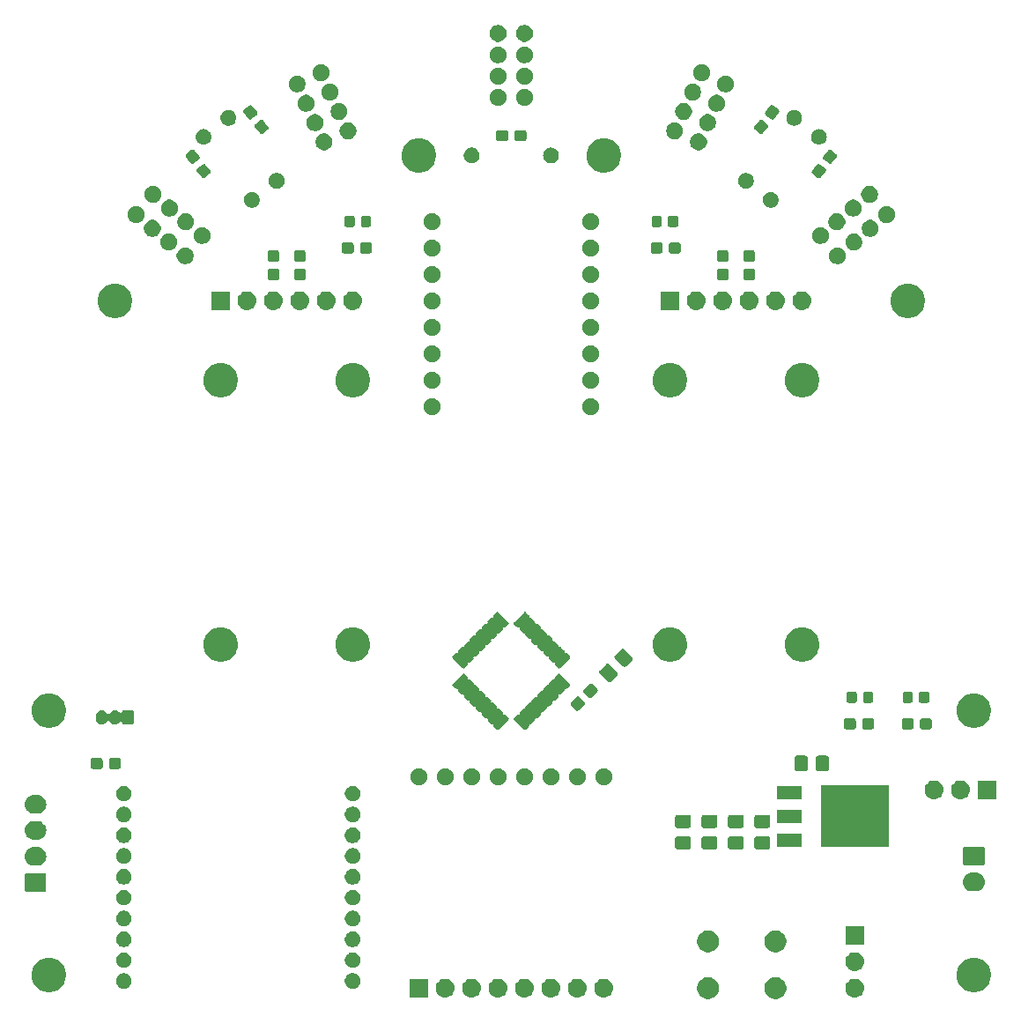
<source format=gbr>
G04 #@! TF.GenerationSoftware,KiCad,Pcbnew,(5.1.4-0-10_14)*
G04 #@! TF.CreationDate,2020-01-04T12:27:15+09:00*
G04 #@! TF.ProjectId,mouse,6d6f7573-652e-46b6-9963-61645f706362,rev?*
G04 #@! TF.SameCoordinates,Original*
G04 #@! TF.FileFunction,Soldermask,Top*
G04 #@! TF.FilePolarity,Negative*
%FSLAX46Y46*%
G04 Gerber Fmt 4.6, Leading zero omitted, Abs format (unit mm)*
G04 Created by KiCad (PCBNEW (5.1.4-0-10_14)) date 2020-01-04 12:27:15*
%MOMM*%
%LPD*%
G04 APERTURE LIST*
%ADD10C,0.100000*%
G04 APERTURE END LIST*
D10*
G36*
X104446564Y-184409389D02*
G01*
X104637833Y-184488615D01*
X104637835Y-184488616D01*
X104702819Y-184532037D01*
X104809973Y-184603635D01*
X104956365Y-184750027D01*
X105071385Y-184922167D01*
X105150611Y-185113436D01*
X105191000Y-185316484D01*
X105191000Y-185523516D01*
X105150611Y-185726564D01*
X105071385Y-185917833D01*
X105071384Y-185917835D01*
X104956365Y-186089973D01*
X104809973Y-186236365D01*
X104637835Y-186351384D01*
X104637834Y-186351385D01*
X104637833Y-186351385D01*
X104446564Y-186430611D01*
X104243516Y-186471000D01*
X104036484Y-186471000D01*
X103833436Y-186430611D01*
X103642167Y-186351385D01*
X103642166Y-186351385D01*
X103642165Y-186351384D01*
X103470027Y-186236365D01*
X103323635Y-186089973D01*
X103208616Y-185917835D01*
X103208615Y-185917833D01*
X103129389Y-185726564D01*
X103089000Y-185523516D01*
X103089000Y-185316484D01*
X103129389Y-185113436D01*
X103208615Y-184922167D01*
X103323635Y-184750027D01*
X103470027Y-184603635D01*
X103577181Y-184532037D01*
X103642165Y-184488616D01*
X103642167Y-184488615D01*
X103833436Y-184409389D01*
X104036484Y-184369000D01*
X104243516Y-184369000D01*
X104446564Y-184409389D01*
X104446564Y-184409389D01*
G37*
G36*
X97946564Y-184409389D02*
G01*
X98137833Y-184488615D01*
X98137835Y-184488616D01*
X98202819Y-184532037D01*
X98309973Y-184603635D01*
X98456365Y-184750027D01*
X98571385Y-184922167D01*
X98650611Y-185113436D01*
X98691000Y-185316484D01*
X98691000Y-185523516D01*
X98650611Y-185726564D01*
X98571385Y-185917833D01*
X98571384Y-185917835D01*
X98456365Y-186089973D01*
X98309973Y-186236365D01*
X98137835Y-186351384D01*
X98137834Y-186351385D01*
X98137833Y-186351385D01*
X97946564Y-186430611D01*
X97743516Y-186471000D01*
X97536484Y-186471000D01*
X97333436Y-186430611D01*
X97142167Y-186351385D01*
X97142166Y-186351385D01*
X97142165Y-186351384D01*
X96970027Y-186236365D01*
X96823635Y-186089973D01*
X96708616Y-185917835D01*
X96708615Y-185917833D01*
X96629389Y-185726564D01*
X96589000Y-185523516D01*
X96589000Y-185316484D01*
X96629389Y-185113436D01*
X96708615Y-184922167D01*
X96823635Y-184750027D01*
X96970027Y-184603635D01*
X97077181Y-184532037D01*
X97142165Y-184488616D01*
X97142167Y-184488615D01*
X97333436Y-184409389D01*
X97536484Y-184369000D01*
X97743516Y-184369000D01*
X97946564Y-184409389D01*
X97946564Y-184409389D01*
G37*
G36*
X85200442Y-184525518D02*
G01*
X85266627Y-184532037D01*
X85436466Y-184583557D01*
X85592991Y-184667222D01*
X85628729Y-184696552D01*
X85730186Y-184779814D01*
X85813448Y-184881271D01*
X85842778Y-184917009D01*
X85926443Y-185073534D01*
X85977963Y-185243373D01*
X85995359Y-185420000D01*
X85977963Y-185596627D01*
X85926443Y-185766466D01*
X85842778Y-185922991D01*
X85813448Y-185958729D01*
X85730186Y-186060186D01*
X85628729Y-186143448D01*
X85592991Y-186172778D01*
X85436466Y-186256443D01*
X85266627Y-186307963D01*
X85200443Y-186314481D01*
X85134260Y-186321000D01*
X85045740Y-186321000D01*
X84979557Y-186314481D01*
X84913373Y-186307963D01*
X84743534Y-186256443D01*
X84587009Y-186172778D01*
X84551271Y-186143448D01*
X84449814Y-186060186D01*
X84366552Y-185958729D01*
X84337222Y-185922991D01*
X84253557Y-185766466D01*
X84202037Y-185596627D01*
X84184641Y-185420000D01*
X84202037Y-185243373D01*
X84253557Y-185073534D01*
X84337222Y-184917009D01*
X84366552Y-184881271D01*
X84449814Y-184779814D01*
X84551271Y-184696552D01*
X84587009Y-184667222D01*
X84743534Y-184583557D01*
X84913373Y-184532037D01*
X84979558Y-184525518D01*
X85045740Y-184519000D01*
X85134260Y-184519000D01*
X85200442Y-184525518D01*
X85200442Y-184525518D01*
G37*
G36*
X82660442Y-184525518D02*
G01*
X82726627Y-184532037D01*
X82896466Y-184583557D01*
X83052991Y-184667222D01*
X83088729Y-184696552D01*
X83190186Y-184779814D01*
X83273448Y-184881271D01*
X83302778Y-184917009D01*
X83386443Y-185073534D01*
X83437963Y-185243373D01*
X83455359Y-185420000D01*
X83437963Y-185596627D01*
X83386443Y-185766466D01*
X83302778Y-185922991D01*
X83273448Y-185958729D01*
X83190186Y-186060186D01*
X83088729Y-186143448D01*
X83052991Y-186172778D01*
X82896466Y-186256443D01*
X82726627Y-186307963D01*
X82660443Y-186314481D01*
X82594260Y-186321000D01*
X82505740Y-186321000D01*
X82439557Y-186314481D01*
X82373373Y-186307963D01*
X82203534Y-186256443D01*
X82047009Y-186172778D01*
X82011271Y-186143448D01*
X81909814Y-186060186D01*
X81826552Y-185958729D01*
X81797222Y-185922991D01*
X81713557Y-185766466D01*
X81662037Y-185596627D01*
X81644641Y-185420000D01*
X81662037Y-185243373D01*
X81713557Y-185073534D01*
X81797222Y-184917009D01*
X81826552Y-184881271D01*
X81909814Y-184779814D01*
X82011271Y-184696552D01*
X82047009Y-184667222D01*
X82203534Y-184583557D01*
X82373373Y-184532037D01*
X82439558Y-184525518D01*
X82505740Y-184519000D01*
X82594260Y-184519000D01*
X82660442Y-184525518D01*
X82660442Y-184525518D01*
G37*
G36*
X80120442Y-184525518D02*
G01*
X80186627Y-184532037D01*
X80356466Y-184583557D01*
X80512991Y-184667222D01*
X80548729Y-184696552D01*
X80650186Y-184779814D01*
X80733448Y-184881271D01*
X80762778Y-184917009D01*
X80846443Y-185073534D01*
X80897963Y-185243373D01*
X80915359Y-185420000D01*
X80897963Y-185596627D01*
X80846443Y-185766466D01*
X80762778Y-185922991D01*
X80733448Y-185958729D01*
X80650186Y-186060186D01*
X80548729Y-186143448D01*
X80512991Y-186172778D01*
X80356466Y-186256443D01*
X80186627Y-186307963D01*
X80120443Y-186314481D01*
X80054260Y-186321000D01*
X79965740Y-186321000D01*
X79899557Y-186314481D01*
X79833373Y-186307963D01*
X79663534Y-186256443D01*
X79507009Y-186172778D01*
X79471271Y-186143448D01*
X79369814Y-186060186D01*
X79286552Y-185958729D01*
X79257222Y-185922991D01*
X79173557Y-185766466D01*
X79122037Y-185596627D01*
X79104641Y-185420000D01*
X79122037Y-185243373D01*
X79173557Y-185073534D01*
X79257222Y-184917009D01*
X79286552Y-184881271D01*
X79369814Y-184779814D01*
X79471271Y-184696552D01*
X79507009Y-184667222D01*
X79663534Y-184583557D01*
X79833373Y-184532037D01*
X79899558Y-184525518D01*
X79965740Y-184519000D01*
X80054260Y-184519000D01*
X80120442Y-184525518D01*
X80120442Y-184525518D01*
G37*
G36*
X77580442Y-184525518D02*
G01*
X77646627Y-184532037D01*
X77816466Y-184583557D01*
X77972991Y-184667222D01*
X78008729Y-184696552D01*
X78110186Y-184779814D01*
X78193448Y-184881271D01*
X78222778Y-184917009D01*
X78306443Y-185073534D01*
X78357963Y-185243373D01*
X78375359Y-185420000D01*
X78357963Y-185596627D01*
X78306443Y-185766466D01*
X78222778Y-185922991D01*
X78193448Y-185958729D01*
X78110186Y-186060186D01*
X78008729Y-186143448D01*
X77972991Y-186172778D01*
X77816466Y-186256443D01*
X77646627Y-186307963D01*
X77580443Y-186314481D01*
X77514260Y-186321000D01*
X77425740Y-186321000D01*
X77359557Y-186314481D01*
X77293373Y-186307963D01*
X77123534Y-186256443D01*
X76967009Y-186172778D01*
X76931271Y-186143448D01*
X76829814Y-186060186D01*
X76746552Y-185958729D01*
X76717222Y-185922991D01*
X76633557Y-185766466D01*
X76582037Y-185596627D01*
X76564641Y-185420000D01*
X76582037Y-185243373D01*
X76633557Y-185073534D01*
X76717222Y-184917009D01*
X76746552Y-184881271D01*
X76829814Y-184779814D01*
X76931271Y-184696552D01*
X76967009Y-184667222D01*
X77123534Y-184583557D01*
X77293373Y-184532037D01*
X77359558Y-184525518D01*
X77425740Y-184519000D01*
X77514260Y-184519000D01*
X77580442Y-184525518D01*
X77580442Y-184525518D01*
G37*
G36*
X75040442Y-184525518D02*
G01*
X75106627Y-184532037D01*
X75276466Y-184583557D01*
X75432991Y-184667222D01*
X75468729Y-184696552D01*
X75570186Y-184779814D01*
X75653448Y-184881271D01*
X75682778Y-184917009D01*
X75766443Y-185073534D01*
X75817963Y-185243373D01*
X75835359Y-185420000D01*
X75817963Y-185596627D01*
X75766443Y-185766466D01*
X75682778Y-185922991D01*
X75653448Y-185958729D01*
X75570186Y-186060186D01*
X75468729Y-186143448D01*
X75432991Y-186172778D01*
X75276466Y-186256443D01*
X75106627Y-186307963D01*
X75040443Y-186314481D01*
X74974260Y-186321000D01*
X74885740Y-186321000D01*
X74819557Y-186314481D01*
X74753373Y-186307963D01*
X74583534Y-186256443D01*
X74427009Y-186172778D01*
X74391271Y-186143448D01*
X74289814Y-186060186D01*
X74206552Y-185958729D01*
X74177222Y-185922991D01*
X74093557Y-185766466D01*
X74042037Y-185596627D01*
X74024641Y-185420000D01*
X74042037Y-185243373D01*
X74093557Y-185073534D01*
X74177222Y-184917009D01*
X74206552Y-184881271D01*
X74289814Y-184779814D01*
X74391271Y-184696552D01*
X74427009Y-184667222D01*
X74583534Y-184583557D01*
X74753373Y-184532037D01*
X74819558Y-184525518D01*
X74885740Y-184519000D01*
X74974260Y-184519000D01*
X75040442Y-184525518D01*
X75040442Y-184525518D01*
G37*
G36*
X72500442Y-184525518D02*
G01*
X72566627Y-184532037D01*
X72736466Y-184583557D01*
X72892991Y-184667222D01*
X72928729Y-184696552D01*
X73030186Y-184779814D01*
X73113448Y-184881271D01*
X73142778Y-184917009D01*
X73226443Y-185073534D01*
X73277963Y-185243373D01*
X73295359Y-185420000D01*
X73277963Y-185596627D01*
X73226443Y-185766466D01*
X73142778Y-185922991D01*
X73113448Y-185958729D01*
X73030186Y-186060186D01*
X72928729Y-186143448D01*
X72892991Y-186172778D01*
X72736466Y-186256443D01*
X72566627Y-186307963D01*
X72500443Y-186314481D01*
X72434260Y-186321000D01*
X72345740Y-186321000D01*
X72279557Y-186314481D01*
X72213373Y-186307963D01*
X72043534Y-186256443D01*
X71887009Y-186172778D01*
X71851271Y-186143448D01*
X71749814Y-186060186D01*
X71666552Y-185958729D01*
X71637222Y-185922991D01*
X71553557Y-185766466D01*
X71502037Y-185596627D01*
X71484641Y-185420000D01*
X71502037Y-185243373D01*
X71553557Y-185073534D01*
X71637222Y-184917009D01*
X71666552Y-184881271D01*
X71749814Y-184779814D01*
X71851271Y-184696552D01*
X71887009Y-184667222D01*
X72043534Y-184583557D01*
X72213373Y-184532037D01*
X72279558Y-184525518D01*
X72345740Y-184519000D01*
X72434260Y-184519000D01*
X72500442Y-184525518D01*
X72500442Y-184525518D01*
G37*
G36*
X70751000Y-186321000D02*
G01*
X68949000Y-186321000D01*
X68949000Y-184519000D01*
X70751000Y-184519000D01*
X70751000Y-186321000D01*
X70751000Y-186321000D01*
G37*
G36*
X87740442Y-184525518D02*
G01*
X87806627Y-184532037D01*
X87976466Y-184583557D01*
X88132991Y-184667222D01*
X88168729Y-184696552D01*
X88270186Y-184779814D01*
X88353448Y-184881271D01*
X88382778Y-184917009D01*
X88466443Y-185073534D01*
X88517963Y-185243373D01*
X88535359Y-185420000D01*
X88517963Y-185596627D01*
X88466443Y-185766466D01*
X88382778Y-185922991D01*
X88353448Y-185958729D01*
X88270186Y-186060186D01*
X88168729Y-186143448D01*
X88132991Y-186172778D01*
X87976466Y-186256443D01*
X87806627Y-186307963D01*
X87740443Y-186314481D01*
X87674260Y-186321000D01*
X87585740Y-186321000D01*
X87519557Y-186314481D01*
X87453373Y-186307963D01*
X87283534Y-186256443D01*
X87127009Y-186172778D01*
X87091271Y-186143448D01*
X86989814Y-186060186D01*
X86906552Y-185958729D01*
X86877222Y-185922991D01*
X86793557Y-185766466D01*
X86742037Y-185596627D01*
X86724641Y-185420000D01*
X86742037Y-185243373D01*
X86793557Y-185073534D01*
X86877222Y-184917009D01*
X86906552Y-184881271D01*
X86989814Y-184779814D01*
X87091271Y-184696552D01*
X87127009Y-184667222D01*
X87283534Y-184583557D01*
X87453373Y-184532037D01*
X87519558Y-184525518D01*
X87585740Y-184519000D01*
X87674260Y-184519000D01*
X87740442Y-184525518D01*
X87740442Y-184525518D01*
G37*
G36*
X111870442Y-184525518D02*
G01*
X111936627Y-184532037D01*
X112106466Y-184583557D01*
X112262991Y-184667222D01*
X112298729Y-184696552D01*
X112400186Y-184779814D01*
X112483448Y-184881271D01*
X112512778Y-184917009D01*
X112596443Y-185073534D01*
X112647963Y-185243373D01*
X112665359Y-185420000D01*
X112647963Y-185596627D01*
X112596443Y-185766466D01*
X112512778Y-185922991D01*
X112483448Y-185958729D01*
X112400186Y-186060186D01*
X112298729Y-186143448D01*
X112262991Y-186172778D01*
X112106466Y-186256443D01*
X111936627Y-186307963D01*
X111870443Y-186314481D01*
X111804260Y-186321000D01*
X111715740Y-186321000D01*
X111649557Y-186314481D01*
X111583373Y-186307963D01*
X111413534Y-186256443D01*
X111257009Y-186172778D01*
X111221271Y-186143448D01*
X111119814Y-186060186D01*
X111036552Y-185958729D01*
X111007222Y-185922991D01*
X110923557Y-185766466D01*
X110872037Y-185596627D01*
X110854641Y-185420000D01*
X110872037Y-185243373D01*
X110923557Y-185073534D01*
X111007222Y-184917009D01*
X111036552Y-184881271D01*
X111119814Y-184779814D01*
X111221271Y-184696552D01*
X111257009Y-184667222D01*
X111413534Y-184583557D01*
X111583373Y-184532037D01*
X111649558Y-184525518D01*
X111715740Y-184519000D01*
X111804260Y-184519000D01*
X111870442Y-184525518D01*
X111870442Y-184525518D01*
G37*
G36*
X123565256Y-182541298D02*
G01*
X123671579Y-182562447D01*
X123972042Y-182686903D01*
X124242451Y-182867585D01*
X124472415Y-183097549D01*
X124653097Y-183367958D01*
X124762790Y-183632779D01*
X124777553Y-183668422D01*
X124841000Y-183987389D01*
X124841000Y-184312611D01*
X124799946Y-184519000D01*
X124777553Y-184631579D01*
X124710290Y-184793967D01*
X124657188Y-184922167D01*
X124653097Y-184932042D01*
X124472415Y-185202451D01*
X124242451Y-185432415D01*
X123972042Y-185613097D01*
X123671579Y-185737553D01*
X123565256Y-185758702D01*
X123352611Y-185801000D01*
X123027389Y-185801000D01*
X122814744Y-185758702D01*
X122708421Y-185737553D01*
X122407958Y-185613097D01*
X122137549Y-185432415D01*
X121907585Y-185202451D01*
X121726903Y-184932042D01*
X121722813Y-184922167D01*
X121669710Y-184793967D01*
X121602447Y-184631579D01*
X121580054Y-184519000D01*
X121539000Y-184312611D01*
X121539000Y-183987389D01*
X121602447Y-183668422D01*
X121617211Y-183632779D01*
X121726903Y-183367958D01*
X121907585Y-183097549D01*
X122137549Y-182867585D01*
X122407958Y-182686903D01*
X122708421Y-182562447D01*
X122814744Y-182541298D01*
X123027389Y-182499000D01*
X123352611Y-182499000D01*
X123565256Y-182541298D01*
X123565256Y-182541298D01*
G37*
G36*
X34665256Y-182541298D02*
G01*
X34771579Y-182562447D01*
X35072042Y-182686903D01*
X35342451Y-182867585D01*
X35572415Y-183097549D01*
X35753097Y-183367958D01*
X35862790Y-183632779D01*
X35877553Y-183668422D01*
X35941000Y-183987389D01*
X35941000Y-184312611D01*
X35899946Y-184519000D01*
X35877553Y-184631579D01*
X35810290Y-184793967D01*
X35757188Y-184922167D01*
X35753097Y-184932042D01*
X35572415Y-185202451D01*
X35342451Y-185432415D01*
X35072042Y-185613097D01*
X34771579Y-185737553D01*
X34665256Y-185758702D01*
X34452611Y-185801000D01*
X34127389Y-185801000D01*
X33914744Y-185758702D01*
X33808421Y-185737553D01*
X33507958Y-185613097D01*
X33237549Y-185432415D01*
X33007585Y-185202451D01*
X32826903Y-184932042D01*
X32822813Y-184922167D01*
X32769710Y-184793967D01*
X32702447Y-184631579D01*
X32680054Y-184519000D01*
X32639000Y-184312611D01*
X32639000Y-183987389D01*
X32702447Y-183668422D01*
X32717211Y-183632779D01*
X32826903Y-183367958D01*
X33007585Y-183097549D01*
X33237549Y-182867585D01*
X33507958Y-182686903D01*
X33808421Y-182562447D01*
X33914744Y-182541298D01*
X34127389Y-182499000D01*
X34452611Y-182499000D01*
X34665256Y-182541298D01*
X34665256Y-182541298D01*
G37*
G36*
X63666417Y-183987389D02*
G01*
X63719059Y-183997860D01*
X63855732Y-184054472D01*
X63978735Y-184136660D01*
X64083340Y-184241265D01*
X64131012Y-184312611D01*
X64165529Y-184364270D01*
X64222140Y-184500941D01*
X64251000Y-184646032D01*
X64251000Y-184793968D01*
X64222140Y-184939059D01*
X64166439Y-185073534D01*
X64165528Y-185075732D01*
X64083340Y-185198735D01*
X63978735Y-185303340D01*
X63855732Y-185385528D01*
X63855731Y-185385529D01*
X63855730Y-185385529D01*
X63719059Y-185442140D01*
X63573968Y-185471000D01*
X63426032Y-185471000D01*
X63280941Y-185442140D01*
X63144270Y-185385529D01*
X63144269Y-185385529D01*
X63144268Y-185385528D01*
X63021265Y-185303340D01*
X62916660Y-185198735D01*
X62834472Y-185075732D01*
X62833562Y-185073534D01*
X62777860Y-184939059D01*
X62749000Y-184793968D01*
X62749000Y-184646032D01*
X62777860Y-184500941D01*
X62834471Y-184364270D01*
X62868988Y-184312611D01*
X62916660Y-184241265D01*
X63021265Y-184136660D01*
X63144268Y-184054472D01*
X63280941Y-183997860D01*
X63333583Y-183987389D01*
X63426032Y-183969000D01*
X63573968Y-183969000D01*
X63666417Y-183987389D01*
X63666417Y-183987389D01*
G37*
G36*
X41666417Y-183987389D02*
G01*
X41719059Y-183997860D01*
X41855732Y-184054472D01*
X41978735Y-184136660D01*
X42083340Y-184241265D01*
X42131012Y-184312611D01*
X42165529Y-184364270D01*
X42222140Y-184500941D01*
X42251000Y-184646032D01*
X42251000Y-184793968D01*
X42222140Y-184939059D01*
X42166439Y-185073534D01*
X42165528Y-185075732D01*
X42083340Y-185198735D01*
X41978735Y-185303340D01*
X41855732Y-185385528D01*
X41855731Y-185385529D01*
X41855730Y-185385529D01*
X41719059Y-185442140D01*
X41573968Y-185471000D01*
X41426032Y-185471000D01*
X41280941Y-185442140D01*
X41144270Y-185385529D01*
X41144269Y-185385529D01*
X41144268Y-185385528D01*
X41021265Y-185303340D01*
X40916660Y-185198735D01*
X40834472Y-185075732D01*
X40833562Y-185073534D01*
X40777860Y-184939059D01*
X40749000Y-184793968D01*
X40749000Y-184646032D01*
X40777860Y-184500941D01*
X40834471Y-184364270D01*
X40868988Y-184312611D01*
X40916660Y-184241265D01*
X41021265Y-184136660D01*
X41144268Y-184054472D01*
X41280941Y-183997860D01*
X41333583Y-183987389D01*
X41426032Y-183969000D01*
X41573968Y-183969000D01*
X41666417Y-183987389D01*
X41666417Y-183987389D01*
G37*
G36*
X111870442Y-181985518D02*
G01*
X111936627Y-181992037D01*
X112106466Y-182043557D01*
X112262991Y-182127222D01*
X112274491Y-182136660D01*
X112400186Y-182239814D01*
X112483448Y-182341271D01*
X112512778Y-182377009D01*
X112596443Y-182533534D01*
X112647963Y-182703373D01*
X112665359Y-182880000D01*
X112647963Y-183056627D01*
X112596443Y-183226466D01*
X112512778Y-183382991D01*
X112510695Y-183385529D01*
X112400186Y-183520186D01*
X112298729Y-183603448D01*
X112262991Y-183632778D01*
X112106466Y-183716443D01*
X111936627Y-183767963D01*
X111870442Y-183774482D01*
X111804260Y-183781000D01*
X111715740Y-183781000D01*
X111649558Y-183774482D01*
X111583373Y-183767963D01*
X111413534Y-183716443D01*
X111257009Y-183632778D01*
X111221271Y-183603448D01*
X111119814Y-183520186D01*
X111009305Y-183385529D01*
X111007222Y-183382991D01*
X110923557Y-183226466D01*
X110872037Y-183056627D01*
X110854641Y-182880000D01*
X110872037Y-182703373D01*
X110923557Y-182533534D01*
X111007222Y-182377009D01*
X111036552Y-182341271D01*
X111119814Y-182239814D01*
X111245509Y-182136660D01*
X111257009Y-182127222D01*
X111413534Y-182043557D01*
X111583373Y-181992037D01*
X111649558Y-181985518D01*
X111715740Y-181979000D01*
X111804260Y-181979000D01*
X111870442Y-181985518D01*
X111870442Y-181985518D01*
G37*
G36*
X63719059Y-181997860D02*
G01*
X63829384Y-182043558D01*
X63855732Y-182054472D01*
X63978735Y-182136660D01*
X64083340Y-182241265D01*
X64083341Y-182241267D01*
X64165529Y-182364270D01*
X64222140Y-182500941D01*
X64251000Y-182646032D01*
X64251000Y-182793968D01*
X64222140Y-182939059D01*
X64173443Y-183056625D01*
X64165528Y-183075732D01*
X64083340Y-183198735D01*
X63978735Y-183303340D01*
X63855732Y-183385528D01*
X63855731Y-183385529D01*
X63855730Y-183385529D01*
X63719059Y-183442140D01*
X63573968Y-183471000D01*
X63426032Y-183471000D01*
X63280941Y-183442140D01*
X63144270Y-183385529D01*
X63144269Y-183385529D01*
X63144268Y-183385528D01*
X63021265Y-183303340D01*
X62916660Y-183198735D01*
X62834472Y-183075732D01*
X62826558Y-183056625D01*
X62777860Y-182939059D01*
X62749000Y-182793968D01*
X62749000Y-182646032D01*
X62777860Y-182500941D01*
X62834471Y-182364270D01*
X62916659Y-182241267D01*
X62916660Y-182241265D01*
X63021265Y-182136660D01*
X63144268Y-182054472D01*
X63170617Y-182043558D01*
X63280941Y-181997860D01*
X63426032Y-181969000D01*
X63573968Y-181969000D01*
X63719059Y-181997860D01*
X63719059Y-181997860D01*
G37*
G36*
X41719059Y-181997860D02*
G01*
X41829384Y-182043558D01*
X41855732Y-182054472D01*
X41978735Y-182136660D01*
X42083340Y-182241265D01*
X42083341Y-182241267D01*
X42165529Y-182364270D01*
X42222140Y-182500941D01*
X42251000Y-182646032D01*
X42251000Y-182793968D01*
X42222140Y-182939059D01*
X42173443Y-183056625D01*
X42165528Y-183075732D01*
X42083340Y-183198735D01*
X41978735Y-183303340D01*
X41855732Y-183385528D01*
X41855731Y-183385529D01*
X41855730Y-183385529D01*
X41719059Y-183442140D01*
X41573968Y-183471000D01*
X41426032Y-183471000D01*
X41280941Y-183442140D01*
X41144270Y-183385529D01*
X41144269Y-183385529D01*
X41144268Y-183385528D01*
X41021265Y-183303340D01*
X40916660Y-183198735D01*
X40834472Y-183075732D01*
X40826558Y-183056625D01*
X40777860Y-182939059D01*
X40749000Y-182793968D01*
X40749000Y-182646032D01*
X40777860Y-182500941D01*
X40834471Y-182364270D01*
X40916659Y-182241267D01*
X40916660Y-182241265D01*
X41021265Y-182136660D01*
X41144268Y-182054472D01*
X41170617Y-182043558D01*
X41280941Y-181997860D01*
X41426032Y-181969000D01*
X41573968Y-181969000D01*
X41719059Y-181997860D01*
X41719059Y-181997860D01*
G37*
G36*
X104446564Y-179909389D02*
G01*
X104637833Y-179988615D01*
X104637835Y-179988616D01*
X104736394Y-180054471D01*
X104809973Y-180103635D01*
X104956365Y-180250027D01*
X105071385Y-180422167D01*
X105150611Y-180613436D01*
X105191000Y-180816484D01*
X105191000Y-181023516D01*
X105150611Y-181226564D01*
X105071385Y-181417833D01*
X105071384Y-181417835D01*
X104956365Y-181589973D01*
X104809973Y-181736365D01*
X104637835Y-181851384D01*
X104637834Y-181851385D01*
X104637833Y-181851385D01*
X104446564Y-181930611D01*
X104243516Y-181971000D01*
X104036484Y-181971000D01*
X103833436Y-181930611D01*
X103642167Y-181851385D01*
X103642166Y-181851385D01*
X103642165Y-181851384D01*
X103470027Y-181736365D01*
X103323635Y-181589973D01*
X103208616Y-181417835D01*
X103208615Y-181417833D01*
X103129389Y-181226564D01*
X103089000Y-181023516D01*
X103089000Y-180816484D01*
X103129389Y-180613436D01*
X103208615Y-180422167D01*
X103323635Y-180250027D01*
X103470027Y-180103635D01*
X103543606Y-180054471D01*
X103642165Y-179988616D01*
X103642167Y-179988615D01*
X103833436Y-179909389D01*
X104036484Y-179869000D01*
X104243516Y-179869000D01*
X104446564Y-179909389D01*
X104446564Y-179909389D01*
G37*
G36*
X97946564Y-179909389D02*
G01*
X98137833Y-179988615D01*
X98137835Y-179988616D01*
X98236394Y-180054471D01*
X98309973Y-180103635D01*
X98456365Y-180250027D01*
X98571385Y-180422167D01*
X98650611Y-180613436D01*
X98691000Y-180816484D01*
X98691000Y-181023516D01*
X98650611Y-181226564D01*
X98571385Y-181417833D01*
X98571384Y-181417835D01*
X98456365Y-181589973D01*
X98309973Y-181736365D01*
X98137835Y-181851384D01*
X98137834Y-181851385D01*
X98137833Y-181851385D01*
X97946564Y-181930611D01*
X97743516Y-181971000D01*
X97536484Y-181971000D01*
X97333436Y-181930611D01*
X97142167Y-181851385D01*
X97142166Y-181851385D01*
X97142165Y-181851384D01*
X96970027Y-181736365D01*
X96823635Y-181589973D01*
X96708616Y-181417835D01*
X96708615Y-181417833D01*
X96629389Y-181226564D01*
X96589000Y-181023516D01*
X96589000Y-180816484D01*
X96629389Y-180613436D01*
X96708615Y-180422167D01*
X96823635Y-180250027D01*
X96970027Y-180103635D01*
X97043606Y-180054471D01*
X97142165Y-179988616D01*
X97142167Y-179988615D01*
X97333436Y-179909389D01*
X97536484Y-179869000D01*
X97743516Y-179869000D01*
X97946564Y-179909389D01*
X97946564Y-179909389D01*
G37*
G36*
X41719059Y-179997860D02*
G01*
X41855732Y-180054472D01*
X41978735Y-180136660D01*
X42083340Y-180241265D01*
X42165528Y-180364268D01*
X42165529Y-180364270D01*
X42222140Y-180500941D01*
X42251000Y-180646032D01*
X42251000Y-180793968D01*
X42222140Y-180939059D01*
X42187158Y-181023514D01*
X42165528Y-181075732D01*
X42083340Y-181198735D01*
X41978735Y-181303340D01*
X41855732Y-181385528D01*
X41855731Y-181385529D01*
X41855730Y-181385529D01*
X41719059Y-181442140D01*
X41573968Y-181471000D01*
X41426032Y-181471000D01*
X41280941Y-181442140D01*
X41144270Y-181385529D01*
X41144269Y-181385529D01*
X41144268Y-181385528D01*
X41021265Y-181303340D01*
X40916660Y-181198735D01*
X40834472Y-181075732D01*
X40812843Y-181023514D01*
X40777860Y-180939059D01*
X40749000Y-180793968D01*
X40749000Y-180646032D01*
X40777860Y-180500941D01*
X40834471Y-180364270D01*
X40834472Y-180364268D01*
X40916660Y-180241265D01*
X41021265Y-180136660D01*
X41144268Y-180054472D01*
X41280941Y-179997860D01*
X41426032Y-179969000D01*
X41573968Y-179969000D01*
X41719059Y-179997860D01*
X41719059Y-179997860D01*
G37*
G36*
X63719059Y-179997860D02*
G01*
X63855732Y-180054472D01*
X63978735Y-180136660D01*
X64083340Y-180241265D01*
X64165528Y-180364268D01*
X64165529Y-180364270D01*
X64222140Y-180500941D01*
X64251000Y-180646032D01*
X64251000Y-180793968D01*
X64222140Y-180939059D01*
X64187158Y-181023514D01*
X64165528Y-181075732D01*
X64083340Y-181198735D01*
X63978735Y-181303340D01*
X63855732Y-181385528D01*
X63855731Y-181385529D01*
X63855730Y-181385529D01*
X63719059Y-181442140D01*
X63573968Y-181471000D01*
X63426032Y-181471000D01*
X63280941Y-181442140D01*
X63144270Y-181385529D01*
X63144269Y-181385529D01*
X63144268Y-181385528D01*
X63021265Y-181303340D01*
X62916660Y-181198735D01*
X62834472Y-181075732D01*
X62812843Y-181023514D01*
X62777860Y-180939059D01*
X62749000Y-180793968D01*
X62749000Y-180646032D01*
X62777860Y-180500941D01*
X62834471Y-180364270D01*
X62834472Y-180364268D01*
X62916660Y-180241265D01*
X63021265Y-180136660D01*
X63144268Y-180054472D01*
X63280941Y-179997860D01*
X63426032Y-179969000D01*
X63573968Y-179969000D01*
X63719059Y-179997860D01*
X63719059Y-179997860D01*
G37*
G36*
X112661000Y-181241000D02*
G01*
X110859000Y-181241000D01*
X110859000Y-179439000D01*
X112661000Y-179439000D01*
X112661000Y-181241000D01*
X112661000Y-181241000D01*
G37*
G36*
X41719059Y-177997860D02*
G01*
X41855732Y-178054472D01*
X41978735Y-178136660D01*
X42083340Y-178241265D01*
X42165528Y-178364268D01*
X42222140Y-178500941D01*
X42251000Y-178646033D01*
X42251000Y-178793967D01*
X42222140Y-178939059D01*
X42165528Y-179075732D01*
X42083340Y-179198735D01*
X41978735Y-179303340D01*
X41855732Y-179385528D01*
X41855731Y-179385529D01*
X41855730Y-179385529D01*
X41719059Y-179442140D01*
X41573968Y-179471000D01*
X41426032Y-179471000D01*
X41280941Y-179442140D01*
X41144270Y-179385529D01*
X41144269Y-179385529D01*
X41144268Y-179385528D01*
X41021265Y-179303340D01*
X40916660Y-179198735D01*
X40834472Y-179075732D01*
X40777860Y-178939059D01*
X40749000Y-178793967D01*
X40749000Y-178646033D01*
X40777860Y-178500941D01*
X40834472Y-178364268D01*
X40916660Y-178241265D01*
X41021265Y-178136660D01*
X41144268Y-178054472D01*
X41280941Y-177997860D01*
X41426032Y-177969000D01*
X41573968Y-177969000D01*
X41719059Y-177997860D01*
X41719059Y-177997860D01*
G37*
G36*
X63719059Y-177997860D02*
G01*
X63855732Y-178054472D01*
X63978735Y-178136660D01*
X64083340Y-178241265D01*
X64165528Y-178364268D01*
X64222140Y-178500941D01*
X64251000Y-178646033D01*
X64251000Y-178793967D01*
X64222140Y-178939059D01*
X64165528Y-179075732D01*
X64083340Y-179198735D01*
X63978735Y-179303340D01*
X63855732Y-179385528D01*
X63855731Y-179385529D01*
X63855730Y-179385529D01*
X63719059Y-179442140D01*
X63573968Y-179471000D01*
X63426032Y-179471000D01*
X63280941Y-179442140D01*
X63144270Y-179385529D01*
X63144269Y-179385529D01*
X63144268Y-179385528D01*
X63021265Y-179303340D01*
X62916660Y-179198735D01*
X62834472Y-179075732D01*
X62777860Y-178939059D01*
X62749000Y-178793967D01*
X62749000Y-178646033D01*
X62777860Y-178500941D01*
X62834472Y-178364268D01*
X62916660Y-178241265D01*
X63021265Y-178136660D01*
X63144268Y-178054472D01*
X63280941Y-177997860D01*
X63426032Y-177969000D01*
X63573968Y-177969000D01*
X63719059Y-177997860D01*
X63719059Y-177997860D01*
G37*
G36*
X41619702Y-175978097D02*
G01*
X41719059Y-175997860D01*
X41855732Y-176054472D01*
X41978735Y-176136660D01*
X42083340Y-176241265D01*
X42165528Y-176364268D01*
X42222140Y-176500941D01*
X42251000Y-176646033D01*
X42251000Y-176793967D01*
X42222140Y-176939059D01*
X42165528Y-177075732D01*
X42083340Y-177198735D01*
X41978735Y-177303340D01*
X41855732Y-177385528D01*
X41855731Y-177385529D01*
X41855730Y-177385529D01*
X41719059Y-177442140D01*
X41573968Y-177471000D01*
X41426032Y-177471000D01*
X41280941Y-177442140D01*
X41144270Y-177385529D01*
X41144269Y-177385529D01*
X41144268Y-177385528D01*
X41021265Y-177303340D01*
X40916660Y-177198735D01*
X40834472Y-177075732D01*
X40777860Y-176939059D01*
X40749000Y-176793967D01*
X40749000Y-176646033D01*
X40777860Y-176500941D01*
X40834472Y-176364268D01*
X40916660Y-176241265D01*
X41021265Y-176136660D01*
X41144268Y-176054472D01*
X41280941Y-175997860D01*
X41380298Y-175978097D01*
X41426032Y-175969000D01*
X41573968Y-175969000D01*
X41619702Y-175978097D01*
X41619702Y-175978097D01*
G37*
G36*
X63619702Y-175978097D02*
G01*
X63719059Y-175997860D01*
X63855732Y-176054472D01*
X63978735Y-176136660D01*
X64083340Y-176241265D01*
X64165528Y-176364268D01*
X64222140Y-176500941D01*
X64251000Y-176646033D01*
X64251000Y-176793967D01*
X64222140Y-176939059D01*
X64165528Y-177075732D01*
X64083340Y-177198735D01*
X63978735Y-177303340D01*
X63855732Y-177385528D01*
X63855731Y-177385529D01*
X63855730Y-177385529D01*
X63719059Y-177442140D01*
X63573968Y-177471000D01*
X63426032Y-177471000D01*
X63280941Y-177442140D01*
X63144270Y-177385529D01*
X63144269Y-177385529D01*
X63144268Y-177385528D01*
X63021265Y-177303340D01*
X62916660Y-177198735D01*
X62834472Y-177075732D01*
X62777860Y-176939059D01*
X62749000Y-176793967D01*
X62749000Y-176646033D01*
X62777860Y-176500941D01*
X62834472Y-176364268D01*
X62916660Y-176241265D01*
X63021265Y-176136660D01*
X63144268Y-176054472D01*
X63280941Y-175997860D01*
X63380298Y-175978097D01*
X63426032Y-175969000D01*
X63573968Y-175969000D01*
X63619702Y-175978097D01*
X63619702Y-175978097D01*
G37*
G36*
X33903600Y-174362989D02*
G01*
X33936652Y-174373015D01*
X33967103Y-174389292D01*
X33993799Y-174411201D01*
X34015708Y-174437897D01*
X34031985Y-174468348D01*
X34042011Y-174501400D01*
X34046000Y-174541903D01*
X34046000Y-175978097D01*
X34042011Y-176018600D01*
X34031985Y-176051652D01*
X34015708Y-176082103D01*
X33993799Y-176108799D01*
X33967103Y-176130708D01*
X33936652Y-176146985D01*
X33903600Y-176157011D01*
X33863097Y-176161000D01*
X32176903Y-176161000D01*
X32136400Y-176157011D01*
X32103348Y-176146985D01*
X32072897Y-176130708D01*
X32046201Y-176108799D01*
X32024292Y-176082103D01*
X32008015Y-176051652D01*
X31997989Y-176018600D01*
X31994000Y-175978097D01*
X31994000Y-174541903D01*
X31997989Y-174501400D01*
X32008015Y-174468348D01*
X32024292Y-174437897D01*
X32046201Y-174411201D01*
X32072897Y-174389292D01*
X32103348Y-174373015D01*
X32136400Y-174362989D01*
X32176903Y-174359000D01*
X33863097Y-174359000D01*
X33903600Y-174362989D01*
X33903600Y-174362989D01*
G37*
G36*
X123450443Y-174325519D02*
G01*
X123516627Y-174332037D01*
X123686466Y-174383557D01*
X123842991Y-174467222D01*
X123854630Y-174476774D01*
X123980186Y-174579814D01*
X124063448Y-174681271D01*
X124092778Y-174717009D01*
X124176443Y-174873534D01*
X124227963Y-175043373D01*
X124245359Y-175220000D01*
X124227963Y-175396627D01*
X124176443Y-175566466D01*
X124092778Y-175722991D01*
X124063448Y-175758729D01*
X123980186Y-175860186D01*
X123878729Y-175943448D01*
X123842991Y-175972778D01*
X123842989Y-175972779D01*
X123690154Y-176054472D01*
X123686466Y-176056443D01*
X123516627Y-176107963D01*
X123450442Y-176114482D01*
X123384260Y-176121000D01*
X122995740Y-176121000D01*
X122929558Y-176114482D01*
X122863373Y-176107963D01*
X122693534Y-176056443D01*
X122689847Y-176054472D01*
X122537011Y-175972779D01*
X122537009Y-175972778D01*
X122501271Y-175943448D01*
X122399814Y-175860186D01*
X122316552Y-175758729D01*
X122287222Y-175722991D01*
X122203557Y-175566466D01*
X122152037Y-175396627D01*
X122134641Y-175220000D01*
X122152037Y-175043373D01*
X122203557Y-174873534D01*
X122287222Y-174717009D01*
X122316552Y-174681271D01*
X122399814Y-174579814D01*
X122525370Y-174476774D01*
X122537009Y-174467222D01*
X122693534Y-174383557D01*
X122863373Y-174332037D01*
X122929557Y-174325519D01*
X122995740Y-174319000D01*
X123384260Y-174319000D01*
X123450443Y-174325519D01*
X123450443Y-174325519D01*
G37*
G36*
X41719059Y-173997860D02*
G01*
X41855732Y-174054472D01*
X41978735Y-174136660D01*
X42083340Y-174241265D01*
X42083341Y-174241267D01*
X42165529Y-174364270D01*
X42222140Y-174500941D01*
X42251000Y-174646032D01*
X42251000Y-174793968D01*
X42222140Y-174939059D01*
X42165528Y-175075732D01*
X42083340Y-175198735D01*
X41978735Y-175303340D01*
X41855732Y-175385528D01*
X41855731Y-175385529D01*
X41855730Y-175385529D01*
X41719059Y-175442140D01*
X41573968Y-175471000D01*
X41426032Y-175471000D01*
X41280941Y-175442140D01*
X41144270Y-175385529D01*
X41144269Y-175385529D01*
X41144268Y-175385528D01*
X41021265Y-175303340D01*
X40916660Y-175198735D01*
X40834472Y-175075732D01*
X40777860Y-174939059D01*
X40749000Y-174793968D01*
X40749000Y-174646032D01*
X40777860Y-174500941D01*
X40834471Y-174364270D01*
X40916659Y-174241267D01*
X40916660Y-174241265D01*
X41021265Y-174136660D01*
X41144268Y-174054472D01*
X41280941Y-173997860D01*
X41426032Y-173969000D01*
X41573968Y-173969000D01*
X41719059Y-173997860D01*
X41719059Y-173997860D01*
G37*
G36*
X63719059Y-173997860D02*
G01*
X63855732Y-174054472D01*
X63978735Y-174136660D01*
X64083340Y-174241265D01*
X64083341Y-174241267D01*
X64165529Y-174364270D01*
X64222140Y-174500941D01*
X64251000Y-174646032D01*
X64251000Y-174793968D01*
X64222140Y-174939059D01*
X64165528Y-175075732D01*
X64083340Y-175198735D01*
X63978735Y-175303340D01*
X63855732Y-175385528D01*
X63855731Y-175385529D01*
X63855730Y-175385529D01*
X63719059Y-175442140D01*
X63573968Y-175471000D01*
X63426032Y-175471000D01*
X63280941Y-175442140D01*
X63144270Y-175385529D01*
X63144269Y-175385529D01*
X63144268Y-175385528D01*
X63021265Y-175303340D01*
X62916660Y-175198735D01*
X62834472Y-175075732D01*
X62777860Y-174939059D01*
X62749000Y-174793968D01*
X62749000Y-174646032D01*
X62777860Y-174500941D01*
X62834471Y-174364270D01*
X62916659Y-174241267D01*
X62916660Y-174241265D01*
X63021265Y-174136660D01*
X63144268Y-174054472D01*
X63280941Y-173997860D01*
X63426032Y-173969000D01*
X63573968Y-173969000D01*
X63719059Y-173997860D01*
X63719059Y-173997860D01*
G37*
G36*
X33236583Y-171863661D02*
G01*
X33321627Y-171872037D01*
X33491466Y-171923557D01*
X33647991Y-172007222D01*
X33678550Y-172032301D01*
X33785186Y-172119814D01*
X33868448Y-172221271D01*
X33897778Y-172257009D01*
X33981443Y-172413534D01*
X34032963Y-172583373D01*
X34050359Y-172760000D01*
X34032963Y-172936627D01*
X33981443Y-173106466D01*
X33897778Y-173262991D01*
X33868448Y-173298729D01*
X33785186Y-173400186D01*
X33689637Y-173478600D01*
X33647991Y-173512778D01*
X33491466Y-173596443D01*
X33321627Y-173647963D01*
X33255442Y-173654482D01*
X33189260Y-173661000D01*
X32850740Y-173661000D01*
X32784558Y-173654482D01*
X32718373Y-173647963D01*
X32548534Y-173596443D01*
X32392009Y-173512778D01*
X32350363Y-173478600D01*
X32254814Y-173400186D01*
X32171552Y-173298729D01*
X32142222Y-173262991D01*
X32058557Y-173106466D01*
X32007037Y-172936627D01*
X31989641Y-172760000D01*
X32007037Y-172583373D01*
X32058557Y-172413534D01*
X32142222Y-172257009D01*
X32171552Y-172221271D01*
X32254814Y-172119814D01*
X32361450Y-172032301D01*
X32392009Y-172007222D01*
X32548534Y-171923557D01*
X32718373Y-171872037D01*
X32803417Y-171863661D01*
X32850740Y-171859000D01*
X33189260Y-171859000D01*
X33236583Y-171863661D01*
X33236583Y-171863661D01*
G37*
G36*
X124098600Y-171822989D02*
G01*
X124131652Y-171833015D01*
X124162103Y-171849292D01*
X124188799Y-171871201D01*
X124210708Y-171897897D01*
X124226985Y-171928348D01*
X124237011Y-171961400D01*
X124241000Y-172001903D01*
X124241000Y-173438097D01*
X124237011Y-173478600D01*
X124226985Y-173511652D01*
X124210708Y-173542103D01*
X124188799Y-173568799D01*
X124162103Y-173590708D01*
X124131652Y-173606985D01*
X124098600Y-173617011D01*
X124058097Y-173621000D01*
X122321903Y-173621000D01*
X122281400Y-173617011D01*
X122248348Y-173606985D01*
X122217897Y-173590708D01*
X122191201Y-173568799D01*
X122169292Y-173542103D01*
X122153015Y-173511652D01*
X122142989Y-173478600D01*
X122139000Y-173438097D01*
X122139000Y-172001903D01*
X122142989Y-171961400D01*
X122153015Y-171928348D01*
X122169292Y-171897897D01*
X122191201Y-171871201D01*
X122217897Y-171849292D01*
X122248348Y-171833015D01*
X122281400Y-171822989D01*
X122321903Y-171819000D01*
X124058097Y-171819000D01*
X124098600Y-171822989D01*
X124098600Y-171822989D01*
G37*
G36*
X63711126Y-171996282D02*
G01*
X63719059Y-171997860D01*
X63855732Y-172054472D01*
X63978735Y-172136660D01*
X64083340Y-172241265D01*
X64093861Y-172257011D01*
X64165529Y-172364270D01*
X64222140Y-172500941D01*
X64238537Y-172583373D01*
X64251000Y-172646033D01*
X64251000Y-172793967D01*
X64222140Y-172939059D01*
X64165528Y-173075732D01*
X64083340Y-173198735D01*
X63978735Y-173303340D01*
X63855732Y-173385528D01*
X63855731Y-173385529D01*
X63855730Y-173385529D01*
X63719059Y-173442140D01*
X63573968Y-173471000D01*
X63426032Y-173471000D01*
X63280941Y-173442140D01*
X63144270Y-173385529D01*
X63144269Y-173385529D01*
X63144268Y-173385528D01*
X63021265Y-173303340D01*
X62916660Y-173198735D01*
X62834472Y-173075732D01*
X62777860Y-172939059D01*
X62749000Y-172793967D01*
X62749000Y-172646033D01*
X62761464Y-172583373D01*
X62777860Y-172500941D01*
X62834471Y-172364270D01*
X62906139Y-172257011D01*
X62916660Y-172241265D01*
X63021265Y-172136660D01*
X63144268Y-172054472D01*
X63280941Y-171997860D01*
X63288874Y-171996282D01*
X63426032Y-171969000D01*
X63573968Y-171969000D01*
X63711126Y-171996282D01*
X63711126Y-171996282D01*
G37*
G36*
X41711126Y-171996282D02*
G01*
X41719059Y-171997860D01*
X41855732Y-172054472D01*
X41978735Y-172136660D01*
X42083340Y-172241265D01*
X42093861Y-172257011D01*
X42165529Y-172364270D01*
X42222140Y-172500941D01*
X42238537Y-172583373D01*
X42251000Y-172646033D01*
X42251000Y-172793967D01*
X42222140Y-172939059D01*
X42165528Y-173075732D01*
X42083340Y-173198735D01*
X41978735Y-173303340D01*
X41855732Y-173385528D01*
X41855731Y-173385529D01*
X41855730Y-173385529D01*
X41719059Y-173442140D01*
X41573968Y-173471000D01*
X41426032Y-173471000D01*
X41280941Y-173442140D01*
X41144270Y-173385529D01*
X41144269Y-173385529D01*
X41144268Y-173385528D01*
X41021265Y-173303340D01*
X40916660Y-173198735D01*
X40834472Y-173075732D01*
X40777860Y-172939059D01*
X40749000Y-172793967D01*
X40749000Y-172646033D01*
X40761464Y-172583373D01*
X40777860Y-172500941D01*
X40834471Y-172364270D01*
X40906139Y-172257011D01*
X40916660Y-172241265D01*
X41021265Y-172136660D01*
X41144268Y-172054472D01*
X41280941Y-171997860D01*
X41288874Y-171996282D01*
X41426032Y-171969000D01*
X41573968Y-171969000D01*
X41711126Y-171996282D01*
X41711126Y-171996282D01*
G37*
G36*
X100918674Y-170828465D02*
G01*
X100956367Y-170839899D01*
X100991103Y-170858466D01*
X101021548Y-170883452D01*
X101046534Y-170913897D01*
X101065101Y-170948633D01*
X101076535Y-170986326D01*
X101081000Y-171031661D01*
X101081000Y-171868339D01*
X101076535Y-171913674D01*
X101065101Y-171951367D01*
X101046534Y-171986103D01*
X101021548Y-172016548D01*
X100991103Y-172041534D01*
X100956367Y-172060101D01*
X100918674Y-172071535D01*
X100873339Y-172076000D01*
X99786661Y-172076000D01*
X99741326Y-172071535D01*
X99703633Y-172060101D01*
X99668897Y-172041534D01*
X99638452Y-172016548D01*
X99613466Y-171986103D01*
X99594899Y-171951367D01*
X99583465Y-171913674D01*
X99579000Y-171868339D01*
X99579000Y-171031661D01*
X99583465Y-170986326D01*
X99594899Y-170948633D01*
X99613466Y-170913897D01*
X99638452Y-170883452D01*
X99668897Y-170858466D01*
X99703633Y-170839899D01*
X99741326Y-170828465D01*
X99786661Y-170824000D01*
X100873339Y-170824000D01*
X100918674Y-170828465D01*
X100918674Y-170828465D01*
G37*
G36*
X103458674Y-170828465D02*
G01*
X103496367Y-170839899D01*
X103531103Y-170858466D01*
X103561548Y-170883452D01*
X103586534Y-170913897D01*
X103605101Y-170948633D01*
X103616535Y-170986326D01*
X103621000Y-171031661D01*
X103621000Y-171868339D01*
X103616535Y-171913674D01*
X103605101Y-171951367D01*
X103586534Y-171986103D01*
X103561548Y-172016548D01*
X103531103Y-172041534D01*
X103496367Y-172060101D01*
X103458674Y-172071535D01*
X103413339Y-172076000D01*
X102326661Y-172076000D01*
X102281326Y-172071535D01*
X102243633Y-172060101D01*
X102208897Y-172041534D01*
X102178452Y-172016548D01*
X102153466Y-171986103D01*
X102134899Y-171951367D01*
X102123465Y-171913674D01*
X102119000Y-171868339D01*
X102119000Y-171031661D01*
X102123465Y-170986326D01*
X102134899Y-170948633D01*
X102153466Y-170913897D01*
X102178452Y-170883452D01*
X102208897Y-170858466D01*
X102243633Y-170839899D01*
X102281326Y-170828465D01*
X102326661Y-170824000D01*
X103413339Y-170824000D01*
X103458674Y-170828465D01*
X103458674Y-170828465D01*
G37*
G36*
X98378674Y-170828465D02*
G01*
X98416367Y-170839899D01*
X98451103Y-170858466D01*
X98481548Y-170883452D01*
X98506534Y-170913897D01*
X98525101Y-170948633D01*
X98536535Y-170986326D01*
X98541000Y-171031661D01*
X98541000Y-171868339D01*
X98536535Y-171913674D01*
X98525101Y-171951367D01*
X98506534Y-171986103D01*
X98481548Y-172016548D01*
X98451103Y-172041534D01*
X98416367Y-172060101D01*
X98378674Y-172071535D01*
X98333339Y-172076000D01*
X97246661Y-172076000D01*
X97201326Y-172071535D01*
X97163633Y-172060101D01*
X97128897Y-172041534D01*
X97098452Y-172016548D01*
X97073466Y-171986103D01*
X97054899Y-171951367D01*
X97043465Y-171913674D01*
X97039000Y-171868339D01*
X97039000Y-171031661D01*
X97043465Y-170986326D01*
X97054899Y-170948633D01*
X97073466Y-170913897D01*
X97098452Y-170883452D01*
X97128897Y-170858466D01*
X97163633Y-170839899D01*
X97201326Y-170828465D01*
X97246661Y-170824000D01*
X98333339Y-170824000D01*
X98378674Y-170828465D01*
X98378674Y-170828465D01*
G37*
G36*
X95838674Y-170828465D02*
G01*
X95876367Y-170839899D01*
X95911103Y-170858466D01*
X95941548Y-170883452D01*
X95966534Y-170913897D01*
X95985101Y-170948633D01*
X95996535Y-170986326D01*
X96001000Y-171031661D01*
X96001000Y-171868339D01*
X95996535Y-171913674D01*
X95985101Y-171951367D01*
X95966534Y-171986103D01*
X95941548Y-172016548D01*
X95911103Y-172041534D01*
X95876367Y-172060101D01*
X95838674Y-172071535D01*
X95793339Y-172076000D01*
X94706661Y-172076000D01*
X94661326Y-172071535D01*
X94623633Y-172060101D01*
X94588897Y-172041534D01*
X94558452Y-172016548D01*
X94533466Y-171986103D01*
X94514899Y-171951367D01*
X94503465Y-171913674D01*
X94499000Y-171868339D01*
X94499000Y-171031661D01*
X94503465Y-170986326D01*
X94514899Y-170948633D01*
X94533466Y-170913897D01*
X94558452Y-170883452D01*
X94588897Y-170858466D01*
X94623633Y-170839899D01*
X94661326Y-170828465D01*
X94706661Y-170824000D01*
X95793339Y-170824000D01*
X95838674Y-170828465D01*
X95838674Y-170828465D01*
G37*
G36*
X115011000Y-171861000D02*
G01*
X108509000Y-171861000D01*
X108509000Y-165959000D01*
X115011000Y-165959000D01*
X115011000Y-171861000D01*
X115011000Y-171861000D01*
G37*
G36*
X106611000Y-171841000D02*
G01*
X104309000Y-171841000D01*
X104309000Y-170539000D01*
X106611000Y-170539000D01*
X106611000Y-171841000D01*
X106611000Y-171841000D01*
G37*
G36*
X41719059Y-169997860D02*
G01*
X41774369Y-170020770D01*
X41855732Y-170054472D01*
X41978735Y-170136660D01*
X42083340Y-170241265D01*
X42083341Y-170241267D01*
X42165529Y-170364270D01*
X42222140Y-170500941D01*
X42251000Y-170646032D01*
X42251000Y-170793968D01*
X42222140Y-170939059D01*
X42191605Y-171012778D01*
X42165528Y-171075732D01*
X42083340Y-171198735D01*
X41978735Y-171303340D01*
X41855732Y-171385528D01*
X41855731Y-171385529D01*
X41855730Y-171385529D01*
X41719059Y-171442140D01*
X41573968Y-171471000D01*
X41426032Y-171471000D01*
X41280941Y-171442140D01*
X41144270Y-171385529D01*
X41144269Y-171385529D01*
X41144268Y-171385528D01*
X41021265Y-171303340D01*
X40916660Y-171198735D01*
X40834472Y-171075732D01*
X40808396Y-171012778D01*
X40777860Y-170939059D01*
X40749000Y-170793968D01*
X40749000Y-170646032D01*
X40777860Y-170500941D01*
X40834471Y-170364270D01*
X40916659Y-170241267D01*
X40916660Y-170241265D01*
X41021265Y-170136660D01*
X41144268Y-170054472D01*
X41225632Y-170020770D01*
X41280941Y-169997860D01*
X41426032Y-169969000D01*
X41573968Y-169969000D01*
X41719059Y-169997860D01*
X41719059Y-169997860D01*
G37*
G36*
X63719059Y-169997860D02*
G01*
X63774369Y-170020770D01*
X63855732Y-170054472D01*
X63978735Y-170136660D01*
X64083340Y-170241265D01*
X64083341Y-170241267D01*
X64165529Y-170364270D01*
X64222140Y-170500941D01*
X64251000Y-170646032D01*
X64251000Y-170793968D01*
X64222140Y-170939059D01*
X64191605Y-171012778D01*
X64165528Y-171075732D01*
X64083340Y-171198735D01*
X63978735Y-171303340D01*
X63855732Y-171385528D01*
X63855731Y-171385529D01*
X63855730Y-171385529D01*
X63719059Y-171442140D01*
X63573968Y-171471000D01*
X63426032Y-171471000D01*
X63280941Y-171442140D01*
X63144270Y-171385529D01*
X63144269Y-171385529D01*
X63144268Y-171385528D01*
X63021265Y-171303340D01*
X62916660Y-171198735D01*
X62834472Y-171075732D01*
X62808396Y-171012778D01*
X62777860Y-170939059D01*
X62749000Y-170793968D01*
X62749000Y-170646032D01*
X62777860Y-170500941D01*
X62834471Y-170364270D01*
X62916659Y-170241267D01*
X62916660Y-170241265D01*
X63021265Y-170136660D01*
X63144268Y-170054472D01*
X63225632Y-170020770D01*
X63280941Y-169997860D01*
X63426032Y-169969000D01*
X63573968Y-169969000D01*
X63719059Y-169997860D01*
X63719059Y-169997860D01*
G37*
G36*
X33255442Y-169365518D02*
G01*
X33321627Y-169372037D01*
X33491466Y-169423557D01*
X33647991Y-169507222D01*
X33683729Y-169536552D01*
X33785186Y-169619814D01*
X33868448Y-169721271D01*
X33897778Y-169757009D01*
X33981443Y-169913534D01*
X34032963Y-170083373D01*
X34050359Y-170260000D01*
X34032963Y-170436627D01*
X33981443Y-170606466D01*
X33897778Y-170762991D01*
X33872356Y-170793967D01*
X33785186Y-170900186D01*
X33683729Y-170983448D01*
X33647991Y-171012778D01*
X33491466Y-171096443D01*
X33321627Y-171147963D01*
X33255442Y-171154482D01*
X33189260Y-171161000D01*
X32850740Y-171161000D01*
X32784558Y-171154482D01*
X32718373Y-171147963D01*
X32548534Y-171096443D01*
X32392009Y-171012778D01*
X32356271Y-170983448D01*
X32254814Y-170900186D01*
X32167644Y-170793967D01*
X32142222Y-170762991D01*
X32058557Y-170606466D01*
X32007037Y-170436627D01*
X31989641Y-170260000D01*
X32007037Y-170083373D01*
X32058557Y-169913534D01*
X32142222Y-169757009D01*
X32171552Y-169721271D01*
X32254814Y-169619814D01*
X32356271Y-169536552D01*
X32392009Y-169507222D01*
X32548534Y-169423557D01*
X32718373Y-169372037D01*
X32784558Y-169365518D01*
X32850740Y-169359000D01*
X33189260Y-169359000D01*
X33255442Y-169365518D01*
X33255442Y-169365518D01*
G37*
G36*
X98378674Y-168778465D02*
G01*
X98416367Y-168789899D01*
X98451103Y-168808466D01*
X98481548Y-168833452D01*
X98506534Y-168863897D01*
X98525101Y-168898633D01*
X98536535Y-168936326D01*
X98541000Y-168981661D01*
X98541000Y-169818339D01*
X98536535Y-169863674D01*
X98525101Y-169901367D01*
X98506534Y-169936103D01*
X98481548Y-169966548D01*
X98451103Y-169991534D01*
X98416367Y-170010101D01*
X98378674Y-170021535D01*
X98333339Y-170026000D01*
X97246661Y-170026000D01*
X97201326Y-170021535D01*
X97163633Y-170010101D01*
X97128897Y-169991534D01*
X97098452Y-169966548D01*
X97073466Y-169936103D01*
X97054899Y-169901367D01*
X97043465Y-169863674D01*
X97039000Y-169818339D01*
X97039000Y-168981661D01*
X97043465Y-168936326D01*
X97054899Y-168898633D01*
X97073466Y-168863897D01*
X97098452Y-168833452D01*
X97128897Y-168808466D01*
X97163633Y-168789899D01*
X97201326Y-168778465D01*
X97246661Y-168774000D01*
X98333339Y-168774000D01*
X98378674Y-168778465D01*
X98378674Y-168778465D01*
G37*
G36*
X103458674Y-168778465D02*
G01*
X103496367Y-168789899D01*
X103531103Y-168808466D01*
X103561548Y-168833452D01*
X103586534Y-168863897D01*
X103605101Y-168898633D01*
X103616535Y-168936326D01*
X103621000Y-168981661D01*
X103621000Y-169818339D01*
X103616535Y-169863674D01*
X103605101Y-169901367D01*
X103586534Y-169936103D01*
X103561548Y-169966548D01*
X103531103Y-169991534D01*
X103496367Y-170010101D01*
X103458674Y-170021535D01*
X103413339Y-170026000D01*
X102326661Y-170026000D01*
X102281326Y-170021535D01*
X102243633Y-170010101D01*
X102208897Y-169991534D01*
X102178452Y-169966548D01*
X102153466Y-169936103D01*
X102134899Y-169901367D01*
X102123465Y-169863674D01*
X102119000Y-169818339D01*
X102119000Y-168981661D01*
X102123465Y-168936326D01*
X102134899Y-168898633D01*
X102153466Y-168863897D01*
X102178452Y-168833452D01*
X102208897Y-168808466D01*
X102243633Y-168789899D01*
X102281326Y-168778465D01*
X102326661Y-168774000D01*
X103413339Y-168774000D01*
X103458674Y-168778465D01*
X103458674Y-168778465D01*
G37*
G36*
X100918674Y-168778465D02*
G01*
X100956367Y-168789899D01*
X100991103Y-168808466D01*
X101021548Y-168833452D01*
X101046534Y-168863897D01*
X101065101Y-168898633D01*
X101076535Y-168936326D01*
X101081000Y-168981661D01*
X101081000Y-169818339D01*
X101076535Y-169863674D01*
X101065101Y-169901367D01*
X101046534Y-169936103D01*
X101021548Y-169966548D01*
X100991103Y-169991534D01*
X100956367Y-170010101D01*
X100918674Y-170021535D01*
X100873339Y-170026000D01*
X99786661Y-170026000D01*
X99741326Y-170021535D01*
X99703633Y-170010101D01*
X99668897Y-169991534D01*
X99638452Y-169966548D01*
X99613466Y-169936103D01*
X99594899Y-169901367D01*
X99583465Y-169863674D01*
X99579000Y-169818339D01*
X99579000Y-168981661D01*
X99583465Y-168936326D01*
X99594899Y-168898633D01*
X99613466Y-168863897D01*
X99638452Y-168833452D01*
X99668897Y-168808466D01*
X99703633Y-168789899D01*
X99741326Y-168778465D01*
X99786661Y-168774000D01*
X100873339Y-168774000D01*
X100918674Y-168778465D01*
X100918674Y-168778465D01*
G37*
G36*
X95838674Y-168778465D02*
G01*
X95876367Y-168789899D01*
X95911103Y-168808466D01*
X95941548Y-168833452D01*
X95966534Y-168863897D01*
X95985101Y-168898633D01*
X95996535Y-168936326D01*
X96001000Y-168981661D01*
X96001000Y-169818339D01*
X95996535Y-169863674D01*
X95985101Y-169901367D01*
X95966534Y-169936103D01*
X95941548Y-169966548D01*
X95911103Y-169991534D01*
X95876367Y-170010101D01*
X95838674Y-170021535D01*
X95793339Y-170026000D01*
X94706661Y-170026000D01*
X94661326Y-170021535D01*
X94623633Y-170010101D01*
X94588897Y-169991534D01*
X94558452Y-169966548D01*
X94533466Y-169936103D01*
X94514899Y-169901367D01*
X94503465Y-169863674D01*
X94499000Y-169818339D01*
X94499000Y-168981661D01*
X94503465Y-168936326D01*
X94514899Y-168898633D01*
X94533466Y-168863897D01*
X94558452Y-168833452D01*
X94588897Y-168808466D01*
X94623633Y-168789899D01*
X94661326Y-168778465D01*
X94706661Y-168774000D01*
X95793339Y-168774000D01*
X95838674Y-168778465D01*
X95838674Y-168778465D01*
G37*
G36*
X106611000Y-169561000D02*
G01*
X104309000Y-169561000D01*
X104309000Y-168259000D01*
X106611000Y-168259000D01*
X106611000Y-169561000D01*
X106611000Y-169561000D01*
G37*
G36*
X63719059Y-167997860D02*
G01*
X63855732Y-168054472D01*
X63978735Y-168136660D01*
X64083340Y-168241265D01*
X64165528Y-168364268D01*
X64222140Y-168500941D01*
X64251000Y-168646033D01*
X64251000Y-168793967D01*
X64222140Y-168939059D01*
X64165528Y-169075732D01*
X64083340Y-169198735D01*
X63978735Y-169303340D01*
X63855732Y-169385528D01*
X63855731Y-169385529D01*
X63855730Y-169385529D01*
X63719059Y-169442140D01*
X63573968Y-169471000D01*
X63426032Y-169471000D01*
X63280941Y-169442140D01*
X63144270Y-169385529D01*
X63144269Y-169385529D01*
X63144268Y-169385528D01*
X63021265Y-169303340D01*
X62916660Y-169198735D01*
X62834472Y-169075732D01*
X62777860Y-168939059D01*
X62749000Y-168793967D01*
X62749000Y-168646033D01*
X62777860Y-168500941D01*
X62834472Y-168364268D01*
X62916660Y-168241265D01*
X63021265Y-168136660D01*
X63144268Y-168054472D01*
X63280941Y-167997860D01*
X63426032Y-167969000D01*
X63573968Y-167969000D01*
X63719059Y-167997860D01*
X63719059Y-167997860D01*
G37*
G36*
X41719059Y-167997860D02*
G01*
X41855732Y-168054472D01*
X41978735Y-168136660D01*
X42083340Y-168241265D01*
X42165528Y-168364268D01*
X42222140Y-168500941D01*
X42251000Y-168646033D01*
X42251000Y-168793967D01*
X42222140Y-168939059D01*
X42165528Y-169075732D01*
X42083340Y-169198735D01*
X41978735Y-169303340D01*
X41855732Y-169385528D01*
X41855731Y-169385529D01*
X41855730Y-169385529D01*
X41719059Y-169442140D01*
X41573968Y-169471000D01*
X41426032Y-169471000D01*
X41280941Y-169442140D01*
X41144270Y-169385529D01*
X41144269Y-169385529D01*
X41144268Y-169385528D01*
X41021265Y-169303340D01*
X40916660Y-169198735D01*
X40834472Y-169075732D01*
X40777860Y-168939059D01*
X40749000Y-168793967D01*
X40749000Y-168646033D01*
X40777860Y-168500941D01*
X40834472Y-168364268D01*
X40916660Y-168241265D01*
X41021265Y-168136660D01*
X41144268Y-168054472D01*
X41280941Y-167997860D01*
X41426032Y-167969000D01*
X41573968Y-167969000D01*
X41719059Y-167997860D01*
X41719059Y-167997860D01*
G37*
G36*
X33255442Y-166865518D02*
G01*
X33321627Y-166872037D01*
X33491466Y-166923557D01*
X33647991Y-167007222D01*
X33683729Y-167036552D01*
X33785186Y-167119814D01*
X33868448Y-167221271D01*
X33897778Y-167257009D01*
X33981443Y-167413534D01*
X34032963Y-167583373D01*
X34050359Y-167760000D01*
X34032963Y-167936627D01*
X33981443Y-168106466D01*
X33897778Y-168262991D01*
X33868448Y-168298729D01*
X33785186Y-168400186D01*
X33683729Y-168483448D01*
X33647991Y-168512778D01*
X33491466Y-168596443D01*
X33321627Y-168647963D01*
X33255442Y-168654482D01*
X33189260Y-168661000D01*
X32850740Y-168661000D01*
X32784558Y-168654482D01*
X32718373Y-168647963D01*
X32548534Y-168596443D01*
X32392009Y-168512778D01*
X32356271Y-168483448D01*
X32254814Y-168400186D01*
X32171552Y-168298729D01*
X32142222Y-168262991D01*
X32058557Y-168106466D01*
X32007037Y-167936627D01*
X31989641Y-167760000D01*
X32007037Y-167583373D01*
X32058557Y-167413534D01*
X32142222Y-167257009D01*
X32171552Y-167221271D01*
X32254814Y-167119814D01*
X32356271Y-167036552D01*
X32392009Y-167007222D01*
X32548534Y-166923557D01*
X32718373Y-166872037D01*
X32784558Y-166865518D01*
X32850740Y-166859000D01*
X33189260Y-166859000D01*
X33255442Y-166865518D01*
X33255442Y-166865518D01*
G37*
G36*
X63719059Y-165997860D02*
G01*
X63781037Y-166023532D01*
X63855732Y-166054472D01*
X63978735Y-166136660D01*
X64083340Y-166241265D01*
X64083341Y-166241267D01*
X64165529Y-166364270D01*
X64222140Y-166500941D01*
X64251000Y-166646032D01*
X64251000Y-166793968D01*
X64225223Y-166923557D01*
X64222140Y-166939059D01*
X64165528Y-167075732D01*
X64083340Y-167198735D01*
X63978735Y-167303340D01*
X63855732Y-167385528D01*
X63855731Y-167385529D01*
X63855730Y-167385529D01*
X63719059Y-167442140D01*
X63573968Y-167471000D01*
X63426032Y-167471000D01*
X63280941Y-167442140D01*
X63144270Y-167385529D01*
X63144269Y-167385529D01*
X63144268Y-167385528D01*
X63021265Y-167303340D01*
X62916660Y-167198735D01*
X62834472Y-167075732D01*
X62777860Y-166939059D01*
X62774777Y-166923557D01*
X62749000Y-166793968D01*
X62749000Y-166646032D01*
X62777860Y-166500941D01*
X62834471Y-166364270D01*
X62916659Y-166241267D01*
X62916660Y-166241265D01*
X63021265Y-166136660D01*
X63144268Y-166054472D01*
X63218964Y-166023532D01*
X63280941Y-165997860D01*
X63426032Y-165969000D01*
X63573968Y-165969000D01*
X63719059Y-165997860D01*
X63719059Y-165997860D01*
G37*
G36*
X41719059Y-165997860D02*
G01*
X41781037Y-166023532D01*
X41855732Y-166054472D01*
X41978735Y-166136660D01*
X42083340Y-166241265D01*
X42083341Y-166241267D01*
X42165529Y-166364270D01*
X42222140Y-166500941D01*
X42251000Y-166646032D01*
X42251000Y-166793968D01*
X42225223Y-166923557D01*
X42222140Y-166939059D01*
X42165528Y-167075732D01*
X42083340Y-167198735D01*
X41978735Y-167303340D01*
X41855732Y-167385528D01*
X41855731Y-167385529D01*
X41855730Y-167385529D01*
X41719059Y-167442140D01*
X41573968Y-167471000D01*
X41426032Y-167471000D01*
X41280941Y-167442140D01*
X41144270Y-167385529D01*
X41144269Y-167385529D01*
X41144268Y-167385528D01*
X41021265Y-167303340D01*
X40916660Y-167198735D01*
X40834472Y-167075732D01*
X40777860Y-166939059D01*
X40774777Y-166923557D01*
X40749000Y-166793968D01*
X40749000Y-166646032D01*
X40777860Y-166500941D01*
X40834471Y-166364270D01*
X40916659Y-166241267D01*
X40916660Y-166241265D01*
X41021265Y-166136660D01*
X41144268Y-166054472D01*
X41218964Y-166023532D01*
X41280941Y-165997860D01*
X41426032Y-165969000D01*
X41573968Y-165969000D01*
X41719059Y-165997860D01*
X41719059Y-165997860D01*
G37*
G36*
X106611000Y-167281000D02*
G01*
X104309000Y-167281000D01*
X104309000Y-165979000D01*
X106611000Y-165979000D01*
X106611000Y-167281000D01*
X106611000Y-167281000D01*
G37*
G36*
X119490443Y-165475519D02*
G01*
X119556627Y-165482037D01*
X119726466Y-165533557D01*
X119882991Y-165617222D01*
X119918729Y-165646552D01*
X120020186Y-165729814D01*
X120094585Y-165820471D01*
X120132778Y-165867009D01*
X120216443Y-166023534D01*
X120267963Y-166193373D01*
X120285359Y-166370000D01*
X120267963Y-166546627D01*
X120216443Y-166716466D01*
X120132778Y-166872991D01*
X120103448Y-166908729D01*
X120020186Y-167010186D01*
X119918729Y-167093448D01*
X119882991Y-167122778D01*
X119726466Y-167206443D01*
X119556627Y-167257963D01*
X119490442Y-167264482D01*
X119424260Y-167271000D01*
X119335740Y-167271000D01*
X119269558Y-167264482D01*
X119203373Y-167257963D01*
X119033534Y-167206443D01*
X118877009Y-167122778D01*
X118841271Y-167093448D01*
X118739814Y-167010186D01*
X118656552Y-166908729D01*
X118627222Y-166872991D01*
X118543557Y-166716466D01*
X118492037Y-166546627D01*
X118474641Y-166370000D01*
X118492037Y-166193373D01*
X118543557Y-166023534D01*
X118627222Y-165867009D01*
X118665415Y-165820471D01*
X118739814Y-165729814D01*
X118841271Y-165646552D01*
X118877009Y-165617222D01*
X119033534Y-165533557D01*
X119203373Y-165482037D01*
X119269557Y-165475519D01*
X119335740Y-165469000D01*
X119424260Y-165469000D01*
X119490443Y-165475519D01*
X119490443Y-165475519D01*
G37*
G36*
X122030443Y-165475519D02*
G01*
X122096627Y-165482037D01*
X122266466Y-165533557D01*
X122422991Y-165617222D01*
X122458729Y-165646552D01*
X122560186Y-165729814D01*
X122634585Y-165820471D01*
X122672778Y-165867009D01*
X122756443Y-166023534D01*
X122807963Y-166193373D01*
X122825359Y-166370000D01*
X122807963Y-166546627D01*
X122756443Y-166716466D01*
X122672778Y-166872991D01*
X122643448Y-166908729D01*
X122560186Y-167010186D01*
X122458729Y-167093448D01*
X122422991Y-167122778D01*
X122266466Y-167206443D01*
X122096627Y-167257963D01*
X122030442Y-167264482D01*
X121964260Y-167271000D01*
X121875740Y-167271000D01*
X121809558Y-167264482D01*
X121743373Y-167257963D01*
X121573534Y-167206443D01*
X121417009Y-167122778D01*
X121381271Y-167093448D01*
X121279814Y-167010186D01*
X121196552Y-166908729D01*
X121167222Y-166872991D01*
X121083557Y-166716466D01*
X121032037Y-166546627D01*
X121014641Y-166370000D01*
X121032037Y-166193373D01*
X121083557Y-166023534D01*
X121167222Y-165867009D01*
X121205415Y-165820471D01*
X121279814Y-165729814D01*
X121381271Y-165646552D01*
X121417009Y-165617222D01*
X121573534Y-165533557D01*
X121743373Y-165482037D01*
X121809557Y-165475519D01*
X121875740Y-165469000D01*
X121964260Y-165469000D01*
X122030443Y-165475519D01*
X122030443Y-165475519D01*
G37*
G36*
X125361000Y-167271000D02*
G01*
X123559000Y-167271000D01*
X123559000Y-165469000D01*
X125361000Y-165469000D01*
X125361000Y-167271000D01*
X125361000Y-167271000D01*
G37*
G36*
X87867142Y-164318242D02*
G01*
X88015101Y-164379529D01*
X88148255Y-164468499D01*
X88261501Y-164581745D01*
X88350471Y-164714899D01*
X88411758Y-164862858D01*
X88443000Y-165019925D01*
X88443000Y-165180075D01*
X88411758Y-165337142D01*
X88350471Y-165485101D01*
X88261501Y-165618255D01*
X88148255Y-165731501D01*
X88015101Y-165820471D01*
X87867142Y-165881758D01*
X87710075Y-165913000D01*
X87549925Y-165913000D01*
X87392858Y-165881758D01*
X87244899Y-165820471D01*
X87111745Y-165731501D01*
X86998499Y-165618255D01*
X86909529Y-165485101D01*
X86848242Y-165337142D01*
X86817000Y-165180075D01*
X86817000Y-165019925D01*
X86848242Y-164862858D01*
X86909529Y-164714899D01*
X86998499Y-164581745D01*
X87111745Y-164468499D01*
X87244899Y-164379529D01*
X87392858Y-164318242D01*
X87549925Y-164287000D01*
X87710075Y-164287000D01*
X87867142Y-164318242D01*
X87867142Y-164318242D01*
G37*
G36*
X77707142Y-164318242D02*
G01*
X77855101Y-164379529D01*
X77988255Y-164468499D01*
X78101501Y-164581745D01*
X78190471Y-164714899D01*
X78251758Y-164862858D01*
X78283000Y-165019925D01*
X78283000Y-165180075D01*
X78251758Y-165337142D01*
X78190471Y-165485101D01*
X78101501Y-165618255D01*
X77988255Y-165731501D01*
X77855101Y-165820471D01*
X77707142Y-165881758D01*
X77550075Y-165913000D01*
X77389925Y-165913000D01*
X77232858Y-165881758D01*
X77084899Y-165820471D01*
X76951745Y-165731501D01*
X76838499Y-165618255D01*
X76749529Y-165485101D01*
X76688242Y-165337142D01*
X76657000Y-165180075D01*
X76657000Y-165019925D01*
X76688242Y-164862858D01*
X76749529Y-164714899D01*
X76838499Y-164581745D01*
X76951745Y-164468499D01*
X77084899Y-164379529D01*
X77232858Y-164318242D01*
X77389925Y-164287000D01*
X77550075Y-164287000D01*
X77707142Y-164318242D01*
X77707142Y-164318242D01*
G37*
G36*
X75167142Y-164318242D02*
G01*
X75315101Y-164379529D01*
X75448255Y-164468499D01*
X75561501Y-164581745D01*
X75650471Y-164714899D01*
X75711758Y-164862858D01*
X75743000Y-165019925D01*
X75743000Y-165180075D01*
X75711758Y-165337142D01*
X75650471Y-165485101D01*
X75561501Y-165618255D01*
X75448255Y-165731501D01*
X75315101Y-165820471D01*
X75167142Y-165881758D01*
X75010075Y-165913000D01*
X74849925Y-165913000D01*
X74692858Y-165881758D01*
X74544899Y-165820471D01*
X74411745Y-165731501D01*
X74298499Y-165618255D01*
X74209529Y-165485101D01*
X74148242Y-165337142D01*
X74117000Y-165180075D01*
X74117000Y-165019925D01*
X74148242Y-164862858D01*
X74209529Y-164714899D01*
X74298499Y-164581745D01*
X74411745Y-164468499D01*
X74544899Y-164379529D01*
X74692858Y-164318242D01*
X74849925Y-164287000D01*
X75010075Y-164287000D01*
X75167142Y-164318242D01*
X75167142Y-164318242D01*
G37*
G36*
X82787142Y-164318242D02*
G01*
X82935101Y-164379529D01*
X83068255Y-164468499D01*
X83181501Y-164581745D01*
X83270471Y-164714899D01*
X83331758Y-164862858D01*
X83363000Y-165019925D01*
X83363000Y-165180075D01*
X83331758Y-165337142D01*
X83270471Y-165485101D01*
X83181501Y-165618255D01*
X83068255Y-165731501D01*
X82935101Y-165820471D01*
X82787142Y-165881758D01*
X82630075Y-165913000D01*
X82469925Y-165913000D01*
X82312858Y-165881758D01*
X82164899Y-165820471D01*
X82031745Y-165731501D01*
X81918499Y-165618255D01*
X81829529Y-165485101D01*
X81768242Y-165337142D01*
X81737000Y-165180075D01*
X81737000Y-165019925D01*
X81768242Y-164862858D01*
X81829529Y-164714899D01*
X81918499Y-164581745D01*
X82031745Y-164468499D01*
X82164899Y-164379529D01*
X82312858Y-164318242D01*
X82469925Y-164287000D01*
X82630075Y-164287000D01*
X82787142Y-164318242D01*
X82787142Y-164318242D01*
G37*
G36*
X72627142Y-164318242D02*
G01*
X72775101Y-164379529D01*
X72908255Y-164468499D01*
X73021501Y-164581745D01*
X73110471Y-164714899D01*
X73171758Y-164862858D01*
X73203000Y-165019925D01*
X73203000Y-165180075D01*
X73171758Y-165337142D01*
X73110471Y-165485101D01*
X73021501Y-165618255D01*
X72908255Y-165731501D01*
X72775101Y-165820471D01*
X72627142Y-165881758D01*
X72470075Y-165913000D01*
X72309925Y-165913000D01*
X72152858Y-165881758D01*
X72004899Y-165820471D01*
X71871745Y-165731501D01*
X71758499Y-165618255D01*
X71669529Y-165485101D01*
X71608242Y-165337142D01*
X71577000Y-165180075D01*
X71577000Y-165019925D01*
X71608242Y-164862858D01*
X71669529Y-164714899D01*
X71758499Y-164581745D01*
X71871745Y-164468499D01*
X72004899Y-164379529D01*
X72152858Y-164318242D01*
X72309925Y-164287000D01*
X72470075Y-164287000D01*
X72627142Y-164318242D01*
X72627142Y-164318242D01*
G37*
G36*
X70087142Y-164318242D02*
G01*
X70235101Y-164379529D01*
X70368255Y-164468499D01*
X70481501Y-164581745D01*
X70570471Y-164714899D01*
X70631758Y-164862858D01*
X70663000Y-165019925D01*
X70663000Y-165180075D01*
X70631758Y-165337142D01*
X70570471Y-165485101D01*
X70481501Y-165618255D01*
X70368255Y-165731501D01*
X70235101Y-165820471D01*
X70087142Y-165881758D01*
X69930075Y-165913000D01*
X69769925Y-165913000D01*
X69612858Y-165881758D01*
X69464899Y-165820471D01*
X69331745Y-165731501D01*
X69218499Y-165618255D01*
X69129529Y-165485101D01*
X69068242Y-165337142D01*
X69037000Y-165180075D01*
X69037000Y-165019925D01*
X69068242Y-164862858D01*
X69129529Y-164714899D01*
X69218499Y-164581745D01*
X69331745Y-164468499D01*
X69464899Y-164379529D01*
X69612858Y-164318242D01*
X69769925Y-164287000D01*
X69930075Y-164287000D01*
X70087142Y-164318242D01*
X70087142Y-164318242D01*
G37*
G36*
X85327142Y-164318242D02*
G01*
X85475101Y-164379529D01*
X85608255Y-164468499D01*
X85721501Y-164581745D01*
X85810471Y-164714899D01*
X85871758Y-164862858D01*
X85903000Y-165019925D01*
X85903000Y-165180075D01*
X85871758Y-165337142D01*
X85810471Y-165485101D01*
X85721501Y-165618255D01*
X85608255Y-165731501D01*
X85475101Y-165820471D01*
X85327142Y-165881758D01*
X85170075Y-165913000D01*
X85009925Y-165913000D01*
X84852858Y-165881758D01*
X84704899Y-165820471D01*
X84571745Y-165731501D01*
X84458499Y-165618255D01*
X84369529Y-165485101D01*
X84308242Y-165337142D01*
X84277000Y-165180075D01*
X84277000Y-165019925D01*
X84308242Y-164862858D01*
X84369529Y-164714899D01*
X84458499Y-164581745D01*
X84571745Y-164468499D01*
X84704899Y-164379529D01*
X84852858Y-164318242D01*
X85009925Y-164287000D01*
X85170075Y-164287000D01*
X85327142Y-164318242D01*
X85327142Y-164318242D01*
G37*
G36*
X80247142Y-164318242D02*
G01*
X80395101Y-164379529D01*
X80528255Y-164468499D01*
X80641501Y-164581745D01*
X80730471Y-164714899D01*
X80791758Y-164862858D01*
X80823000Y-165019925D01*
X80823000Y-165180075D01*
X80791758Y-165337142D01*
X80730471Y-165485101D01*
X80641501Y-165618255D01*
X80528255Y-165731501D01*
X80395101Y-165820471D01*
X80247142Y-165881758D01*
X80090075Y-165913000D01*
X79929925Y-165913000D01*
X79772858Y-165881758D01*
X79624899Y-165820471D01*
X79491745Y-165731501D01*
X79378499Y-165618255D01*
X79289529Y-165485101D01*
X79228242Y-165337142D01*
X79197000Y-165180075D01*
X79197000Y-165019925D01*
X79228242Y-164862858D01*
X79289529Y-164714899D01*
X79378499Y-164581745D01*
X79491745Y-164468499D01*
X79624899Y-164379529D01*
X79772858Y-164318242D01*
X79929925Y-164287000D01*
X80090075Y-164287000D01*
X80247142Y-164318242D01*
X80247142Y-164318242D01*
G37*
G36*
X107053675Y-163083465D02*
G01*
X107091368Y-163094899D01*
X107126104Y-163113466D01*
X107156549Y-163138452D01*
X107181535Y-163168897D01*
X107200102Y-163203633D01*
X107211536Y-163241326D01*
X107216001Y-163286661D01*
X107216001Y-164373339D01*
X107211536Y-164418674D01*
X107200102Y-164456367D01*
X107181535Y-164491103D01*
X107156549Y-164521548D01*
X107126104Y-164546534D01*
X107091368Y-164565101D01*
X107053675Y-164576535D01*
X107008340Y-164581000D01*
X106171662Y-164581000D01*
X106126327Y-164576535D01*
X106088634Y-164565101D01*
X106053898Y-164546534D01*
X106023453Y-164521548D01*
X105998467Y-164491103D01*
X105979900Y-164456367D01*
X105968466Y-164418674D01*
X105964001Y-164373339D01*
X105964001Y-163286661D01*
X105968466Y-163241326D01*
X105979900Y-163203633D01*
X105998467Y-163168897D01*
X106023453Y-163138452D01*
X106053898Y-163113466D01*
X106088634Y-163094899D01*
X106126327Y-163083465D01*
X106171662Y-163079000D01*
X107008340Y-163079000D01*
X107053675Y-163083465D01*
X107053675Y-163083465D01*
G37*
G36*
X109103675Y-163083465D02*
G01*
X109141368Y-163094899D01*
X109176104Y-163113466D01*
X109206549Y-163138452D01*
X109231535Y-163168897D01*
X109250102Y-163203633D01*
X109261536Y-163241326D01*
X109266001Y-163286661D01*
X109266001Y-164373339D01*
X109261536Y-164418674D01*
X109250102Y-164456367D01*
X109231535Y-164491103D01*
X109206549Y-164521548D01*
X109176104Y-164546534D01*
X109141368Y-164565101D01*
X109103675Y-164576535D01*
X109058340Y-164581000D01*
X108221662Y-164581000D01*
X108176327Y-164576535D01*
X108138634Y-164565101D01*
X108103898Y-164546534D01*
X108073453Y-164521548D01*
X108048467Y-164491103D01*
X108029900Y-164456367D01*
X108018466Y-164418674D01*
X108014001Y-164373339D01*
X108014001Y-163286661D01*
X108018466Y-163241326D01*
X108029900Y-163203633D01*
X108048467Y-163168897D01*
X108073453Y-163138452D01*
X108103898Y-163113466D01*
X108138634Y-163094899D01*
X108176327Y-163083465D01*
X108221662Y-163079000D01*
X109058340Y-163079000D01*
X109103675Y-163083465D01*
X109103675Y-163083465D01*
G37*
G36*
X39304499Y-163308445D02*
G01*
X39341995Y-163319820D01*
X39376554Y-163338292D01*
X39406847Y-163363153D01*
X39431708Y-163393446D01*
X39450180Y-163428005D01*
X39461555Y-163465501D01*
X39466000Y-163510638D01*
X39466000Y-164149362D01*
X39461555Y-164194499D01*
X39450180Y-164231995D01*
X39431708Y-164266554D01*
X39406847Y-164296847D01*
X39376554Y-164321708D01*
X39341995Y-164340180D01*
X39304499Y-164351555D01*
X39259362Y-164356000D01*
X38520638Y-164356000D01*
X38475501Y-164351555D01*
X38438005Y-164340180D01*
X38403446Y-164321708D01*
X38373153Y-164296847D01*
X38348292Y-164266554D01*
X38329820Y-164231995D01*
X38318445Y-164194499D01*
X38314000Y-164149362D01*
X38314000Y-163510638D01*
X38318445Y-163465501D01*
X38329820Y-163428005D01*
X38348292Y-163393446D01*
X38373153Y-163363153D01*
X38403446Y-163338292D01*
X38438005Y-163319820D01*
X38475501Y-163308445D01*
X38520638Y-163304000D01*
X39259362Y-163304000D01*
X39304499Y-163308445D01*
X39304499Y-163308445D01*
G37*
G36*
X41054499Y-163308445D02*
G01*
X41091995Y-163319820D01*
X41126554Y-163338292D01*
X41156847Y-163363153D01*
X41181708Y-163393446D01*
X41200180Y-163428005D01*
X41211555Y-163465501D01*
X41216000Y-163510638D01*
X41216000Y-164149362D01*
X41211555Y-164194499D01*
X41200180Y-164231995D01*
X41181708Y-164266554D01*
X41156847Y-164296847D01*
X41126554Y-164321708D01*
X41091995Y-164340180D01*
X41054499Y-164351555D01*
X41009362Y-164356000D01*
X40270638Y-164356000D01*
X40225501Y-164351555D01*
X40188005Y-164340180D01*
X40153446Y-164321708D01*
X40123153Y-164296847D01*
X40098292Y-164266554D01*
X40079820Y-164231995D01*
X40068445Y-164194499D01*
X40064000Y-164149362D01*
X40064000Y-163510638D01*
X40068445Y-163465501D01*
X40079820Y-163428005D01*
X40098292Y-163393446D01*
X40123153Y-163363153D01*
X40153446Y-163338292D01*
X40188005Y-163319820D01*
X40225501Y-163308445D01*
X40270638Y-163304000D01*
X41009362Y-163304000D01*
X41054499Y-163308445D01*
X41054499Y-163308445D01*
G37*
G36*
X83335568Y-155171775D02*
G01*
X83351960Y-155176748D01*
X83367072Y-155184825D01*
X83385081Y-155199605D01*
X83424926Y-155239450D01*
X83424937Y-155239459D01*
X84344883Y-156159405D01*
X84344892Y-156159416D01*
X84384737Y-156199261D01*
X84399517Y-156217270D01*
X84407594Y-156232382D01*
X84412567Y-156248774D01*
X84414246Y-156265825D01*
X84412567Y-156282876D01*
X84407594Y-156299268D01*
X84399517Y-156314380D01*
X84384737Y-156332389D01*
X84344892Y-156372234D01*
X84344883Y-156372245D01*
X84132043Y-156585085D01*
X84132032Y-156585094D01*
X84092187Y-156624939D01*
X84074178Y-156639719D01*
X84059066Y-156647796D01*
X84042674Y-156652769D01*
X84025623Y-156654448D01*
X84008575Y-156652769D01*
X84000261Y-156650247D01*
X83976227Y-156645467D01*
X83951723Y-156645467D01*
X83927690Y-156650248D01*
X83905051Y-156659625D01*
X83884677Y-156673239D01*
X83867350Y-156690566D01*
X83853736Y-156710941D01*
X83844359Y-156733579D01*
X83839579Y-156757613D01*
X83839579Y-156782117D01*
X83844360Y-156806150D01*
X83846881Y-156814459D01*
X83848560Y-156831510D01*
X83846881Y-156848561D01*
X83841908Y-156864953D01*
X83833831Y-156880065D01*
X83819051Y-156898074D01*
X83779206Y-156937919D01*
X83779197Y-156937930D01*
X83566357Y-157150770D01*
X83566346Y-157150779D01*
X83526501Y-157190624D01*
X83508492Y-157205404D01*
X83493380Y-157213481D01*
X83476988Y-157218454D01*
X83459937Y-157220133D01*
X83442886Y-157218454D01*
X83434577Y-157215933D01*
X83410544Y-157211152D01*
X83386040Y-157211152D01*
X83362007Y-157215932D01*
X83339368Y-157225309D01*
X83318993Y-157238923D01*
X83301666Y-157256250D01*
X83288052Y-157276624D01*
X83278675Y-157299263D01*
X83273894Y-157323296D01*
X83273894Y-157347800D01*
X83278674Y-157371834D01*
X83281196Y-157380148D01*
X83282875Y-157397196D01*
X83281196Y-157414247D01*
X83276223Y-157430639D01*
X83268146Y-157445751D01*
X83253366Y-157463760D01*
X83213521Y-157503605D01*
X83213512Y-157503616D01*
X83000672Y-157716456D01*
X83000661Y-157716465D01*
X82960816Y-157756310D01*
X82942807Y-157771090D01*
X82927695Y-157779167D01*
X82911303Y-157784140D01*
X82894252Y-157785819D01*
X82877201Y-157784140D01*
X82868892Y-157781619D01*
X82844859Y-157776838D01*
X82820355Y-157776838D01*
X82796322Y-157781618D01*
X82773683Y-157790995D01*
X82753308Y-157804609D01*
X82735981Y-157821936D01*
X82722367Y-157842310D01*
X82712990Y-157864949D01*
X82708209Y-157888982D01*
X82708209Y-157913486D01*
X82712990Y-157937521D01*
X82715511Y-157945830D01*
X82717190Y-157962881D01*
X82715511Y-157979932D01*
X82710538Y-157996324D01*
X82702461Y-158011436D01*
X82687681Y-158029445D01*
X82647836Y-158069290D01*
X82647827Y-158069301D01*
X82434987Y-158282141D01*
X82434976Y-158282150D01*
X82395131Y-158321995D01*
X82377122Y-158336775D01*
X82362010Y-158344852D01*
X82345618Y-158349825D01*
X82328567Y-158351504D01*
X82311519Y-158349825D01*
X82303205Y-158347303D01*
X82279171Y-158342523D01*
X82254667Y-158342523D01*
X82230634Y-158347304D01*
X82207995Y-158356681D01*
X82187621Y-158370295D01*
X82170294Y-158387622D01*
X82156680Y-158407997D01*
X82147303Y-158430635D01*
X82142523Y-158454669D01*
X82142523Y-158479173D01*
X82147303Y-158503205D01*
X82149825Y-158511519D01*
X82151504Y-158528567D01*
X82149825Y-158545618D01*
X82144852Y-158562010D01*
X82136775Y-158577122D01*
X82121995Y-158595131D01*
X82082150Y-158634976D01*
X82082141Y-158634987D01*
X81869301Y-158847827D01*
X81869290Y-158847836D01*
X81829445Y-158887681D01*
X81811436Y-158902461D01*
X81796324Y-158910538D01*
X81779932Y-158915511D01*
X81762881Y-158917190D01*
X81745830Y-158915511D01*
X81737521Y-158912990D01*
X81713488Y-158908209D01*
X81688984Y-158908209D01*
X81664951Y-158912989D01*
X81642312Y-158922366D01*
X81621937Y-158935980D01*
X81604610Y-158953307D01*
X81590996Y-158973681D01*
X81581619Y-158996320D01*
X81576838Y-159020353D01*
X81576838Y-159044857D01*
X81581619Y-159068892D01*
X81584140Y-159077201D01*
X81585819Y-159094252D01*
X81584140Y-159111303D01*
X81579167Y-159127695D01*
X81571090Y-159142807D01*
X81556310Y-159160816D01*
X81516465Y-159200661D01*
X81516456Y-159200672D01*
X81303616Y-159413512D01*
X81303605Y-159413521D01*
X81263760Y-159453366D01*
X81245751Y-159468146D01*
X81230639Y-159476223D01*
X81214247Y-159481196D01*
X81197196Y-159482875D01*
X81180148Y-159481196D01*
X81171834Y-159478674D01*
X81147800Y-159473894D01*
X81123296Y-159473894D01*
X81099263Y-159478675D01*
X81076624Y-159488052D01*
X81056250Y-159501666D01*
X81038923Y-159518993D01*
X81025309Y-159539368D01*
X81015932Y-159562006D01*
X81011152Y-159586040D01*
X81011152Y-159610544D01*
X81015933Y-159634577D01*
X81018454Y-159642886D01*
X81020133Y-159659937D01*
X81018454Y-159676988D01*
X81013481Y-159693380D01*
X81005404Y-159708492D01*
X80990624Y-159726501D01*
X80950779Y-159766346D01*
X80950770Y-159766357D01*
X80737930Y-159979197D01*
X80737919Y-159979206D01*
X80698074Y-160019051D01*
X80680065Y-160033831D01*
X80664953Y-160041908D01*
X80648561Y-160046881D01*
X80631510Y-160048560D01*
X80614459Y-160046881D01*
X80606150Y-160044360D01*
X80582117Y-160039579D01*
X80557613Y-160039579D01*
X80533580Y-160044359D01*
X80510941Y-160053736D01*
X80490566Y-160067350D01*
X80473239Y-160084677D01*
X80459625Y-160105051D01*
X80450248Y-160127690D01*
X80445467Y-160151723D01*
X80445467Y-160176227D01*
X80450247Y-160200261D01*
X80452769Y-160208575D01*
X80454448Y-160225623D01*
X80452769Y-160242674D01*
X80447796Y-160259066D01*
X80439719Y-160274178D01*
X80424939Y-160292187D01*
X80385094Y-160332032D01*
X80385085Y-160332043D01*
X80172245Y-160544883D01*
X80172234Y-160544892D01*
X80132389Y-160584737D01*
X80114380Y-160599517D01*
X80099268Y-160607594D01*
X80082876Y-160612567D01*
X80065825Y-160614246D01*
X80048774Y-160612567D01*
X80032382Y-160607594D01*
X80017270Y-160599517D01*
X79999261Y-160584737D01*
X79959416Y-160544892D01*
X79959405Y-160544883D01*
X79039459Y-159624937D01*
X79039450Y-159624926D01*
X78999605Y-159585081D01*
X78984825Y-159567072D01*
X78976748Y-159551960D01*
X78971775Y-159535568D01*
X78970096Y-159518517D01*
X78971775Y-159501466D01*
X78976748Y-159485074D01*
X78984825Y-159469962D01*
X78999605Y-159451953D01*
X79039450Y-159412108D01*
X79039459Y-159412097D01*
X79252299Y-159199257D01*
X79252310Y-159199248D01*
X79292155Y-159159403D01*
X79310164Y-159144623D01*
X79325276Y-159136546D01*
X79341668Y-159131573D01*
X79358719Y-159129894D01*
X79375770Y-159131573D01*
X79384079Y-159134094D01*
X79408112Y-159138875D01*
X79432616Y-159138875D01*
X79456649Y-159134095D01*
X79479288Y-159124718D01*
X79499663Y-159111104D01*
X79516990Y-159093777D01*
X79530604Y-159073403D01*
X79539981Y-159050764D01*
X79544762Y-159026731D01*
X79544762Y-159002227D01*
X79539982Y-158978193D01*
X79537460Y-158969879D01*
X79535781Y-158952831D01*
X79537460Y-158935780D01*
X79542433Y-158919388D01*
X79550510Y-158904276D01*
X79565290Y-158886267D01*
X79605135Y-158846422D01*
X79605144Y-158846411D01*
X79817984Y-158633571D01*
X79817995Y-158633562D01*
X79857840Y-158593717D01*
X79875849Y-158578937D01*
X79890961Y-158570860D01*
X79907353Y-158565887D01*
X79924404Y-158564208D01*
X79941452Y-158565887D01*
X79949766Y-158568409D01*
X79973800Y-158573189D01*
X79998304Y-158573189D01*
X80022337Y-158568408D01*
X80044976Y-158559031D01*
X80065350Y-158545417D01*
X80082677Y-158528090D01*
X80096291Y-158507715D01*
X80105668Y-158485077D01*
X80110448Y-158461043D01*
X80110448Y-158436539D01*
X80105667Y-158412506D01*
X80103146Y-158404197D01*
X80101467Y-158387146D01*
X80103146Y-158370095D01*
X80108119Y-158353703D01*
X80116196Y-158338591D01*
X80130976Y-158320582D01*
X80170821Y-158280737D01*
X80170830Y-158280726D01*
X80383670Y-158067886D01*
X80383681Y-158067877D01*
X80423526Y-158028032D01*
X80441535Y-158013252D01*
X80456647Y-158005175D01*
X80473039Y-158000202D01*
X80490090Y-157998523D01*
X80507141Y-158000202D01*
X80515450Y-158002723D01*
X80539483Y-158007504D01*
X80563987Y-158007504D01*
X80588020Y-158002724D01*
X80610659Y-157993347D01*
X80631034Y-157979733D01*
X80648361Y-157962406D01*
X80661975Y-157942032D01*
X80671352Y-157919393D01*
X80676133Y-157895360D01*
X80676133Y-157870856D01*
X80671352Y-157846821D01*
X80668831Y-157838512D01*
X80667152Y-157821461D01*
X80668831Y-157804410D01*
X80673804Y-157788018D01*
X80681881Y-157772906D01*
X80696661Y-157754897D01*
X80736506Y-157715052D01*
X80736515Y-157715041D01*
X80949355Y-157502201D01*
X80949366Y-157502192D01*
X80989211Y-157462347D01*
X81007220Y-157447567D01*
X81022332Y-157439490D01*
X81038724Y-157434517D01*
X81055775Y-157432838D01*
X81072823Y-157434517D01*
X81081137Y-157437039D01*
X81105171Y-157441819D01*
X81129675Y-157441819D01*
X81153708Y-157437038D01*
X81176347Y-157427661D01*
X81196721Y-157414047D01*
X81214048Y-157396720D01*
X81227662Y-157376345D01*
X81237039Y-157353707D01*
X81241819Y-157329673D01*
X81241819Y-157305169D01*
X81237039Y-157281137D01*
X81234517Y-157272823D01*
X81232838Y-157255775D01*
X81234517Y-157238724D01*
X81239490Y-157222332D01*
X81247567Y-157207220D01*
X81262347Y-157189211D01*
X81302192Y-157149366D01*
X81302201Y-157149355D01*
X81515041Y-156936515D01*
X81515052Y-156936506D01*
X81554897Y-156896661D01*
X81572906Y-156881881D01*
X81588018Y-156873804D01*
X81604410Y-156868831D01*
X81621461Y-156867152D01*
X81638512Y-156868831D01*
X81646821Y-156871352D01*
X81670854Y-156876133D01*
X81695358Y-156876133D01*
X81719391Y-156871353D01*
X81742030Y-156861976D01*
X81762405Y-156848362D01*
X81779732Y-156831035D01*
X81793346Y-156810661D01*
X81802723Y-156788022D01*
X81807504Y-156763989D01*
X81807504Y-156739485D01*
X81802723Y-156715450D01*
X81800202Y-156707141D01*
X81798523Y-156690090D01*
X81800202Y-156673039D01*
X81805175Y-156656647D01*
X81813252Y-156641535D01*
X81828032Y-156623526D01*
X81867877Y-156583681D01*
X81867886Y-156583670D01*
X82080726Y-156370830D01*
X82080737Y-156370821D01*
X82120582Y-156330976D01*
X82138591Y-156316196D01*
X82153703Y-156308119D01*
X82170095Y-156303146D01*
X82187146Y-156301467D01*
X82204197Y-156303146D01*
X82212506Y-156305667D01*
X82236539Y-156310448D01*
X82261043Y-156310448D01*
X82285076Y-156305668D01*
X82307715Y-156296291D01*
X82328090Y-156282677D01*
X82345417Y-156265350D01*
X82359031Y-156244976D01*
X82368408Y-156222337D01*
X82373189Y-156198304D01*
X82373189Y-156173800D01*
X82368409Y-156149766D01*
X82365887Y-156141452D01*
X82364208Y-156124404D01*
X82365887Y-156107353D01*
X82370860Y-156090961D01*
X82378937Y-156075849D01*
X82393717Y-156057840D01*
X82433562Y-156017995D01*
X82433571Y-156017984D01*
X82646411Y-155805144D01*
X82646422Y-155805135D01*
X82686267Y-155765290D01*
X82704276Y-155750510D01*
X82719388Y-155742433D01*
X82735780Y-155737460D01*
X82752831Y-155735781D01*
X82769879Y-155737460D01*
X82778193Y-155739982D01*
X82802227Y-155744762D01*
X82826731Y-155744762D01*
X82850764Y-155739981D01*
X82873403Y-155730604D01*
X82893777Y-155716990D01*
X82911104Y-155699663D01*
X82924718Y-155679288D01*
X82934095Y-155656650D01*
X82938875Y-155632616D01*
X82938875Y-155608112D01*
X82934094Y-155584079D01*
X82931573Y-155575770D01*
X82929894Y-155558719D01*
X82931573Y-155541668D01*
X82936546Y-155525276D01*
X82944623Y-155510164D01*
X82959403Y-155492155D01*
X82999248Y-155452310D01*
X82999257Y-155452299D01*
X83212097Y-155239459D01*
X83212108Y-155239450D01*
X83251953Y-155199605D01*
X83269962Y-155184825D01*
X83285074Y-155176748D01*
X83301466Y-155171775D01*
X83318517Y-155170096D01*
X83335568Y-155171775D01*
X83335568Y-155171775D01*
G37*
G36*
X74178534Y-155171775D02*
G01*
X74194926Y-155176748D01*
X74210038Y-155184825D01*
X74228047Y-155199605D01*
X74267892Y-155239450D01*
X74267903Y-155239459D01*
X74480743Y-155452299D01*
X74480752Y-155452310D01*
X74520597Y-155492155D01*
X74535377Y-155510164D01*
X74543454Y-155525276D01*
X74548427Y-155541668D01*
X74550106Y-155558719D01*
X74548427Y-155575770D01*
X74545906Y-155584079D01*
X74541125Y-155608112D01*
X74541125Y-155632616D01*
X74545905Y-155656649D01*
X74555282Y-155679288D01*
X74568896Y-155699663D01*
X74586223Y-155716990D01*
X74606597Y-155730604D01*
X74629236Y-155739981D01*
X74653269Y-155744762D01*
X74677773Y-155744762D01*
X74701807Y-155739982D01*
X74710121Y-155737460D01*
X74727169Y-155735781D01*
X74744220Y-155737460D01*
X74760612Y-155742433D01*
X74775724Y-155750510D01*
X74793733Y-155765290D01*
X74833578Y-155805135D01*
X74833589Y-155805144D01*
X75046429Y-156017984D01*
X75046438Y-156017995D01*
X75086283Y-156057840D01*
X75101063Y-156075849D01*
X75109140Y-156090961D01*
X75114113Y-156107353D01*
X75115792Y-156124404D01*
X75114113Y-156141452D01*
X75111591Y-156149766D01*
X75106811Y-156173800D01*
X75106811Y-156198304D01*
X75111592Y-156222337D01*
X75120969Y-156244976D01*
X75134583Y-156265350D01*
X75151910Y-156282677D01*
X75172285Y-156296291D01*
X75194923Y-156305668D01*
X75218957Y-156310448D01*
X75243461Y-156310448D01*
X75267494Y-156305667D01*
X75275803Y-156303146D01*
X75292854Y-156301467D01*
X75309905Y-156303146D01*
X75326297Y-156308119D01*
X75341409Y-156316196D01*
X75359418Y-156330976D01*
X75399263Y-156370821D01*
X75399274Y-156370830D01*
X75612114Y-156583670D01*
X75612123Y-156583681D01*
X75651968Y-156623526D01*
X75666748Y-156641535D01*
X75674825Y-156656647D01*
X75679798Y-156673039D01*
X75681477Y-156690090D01*
X75679798Y-156707141D01*
X75677277Y-156715450D01*
X75672496Y-156739483D01*
X75672496Y-156763987D01*
X75677276Y-156788020D01*
X75686653Y-156810659D01*
X75700267Y-156831034D01*
X75717594Y-156848361D01*
X75737968Y-156861975D01*
X75760607Y-156871352D01*
X75784640Y-156876133D01*
X75809144Y-156876133D01*
X75833179Y-156871352D01*
X75841488Y-156868831D01*
X75858539Y-156867152D01*
X75875590Y-156868831D01*
X75891982Y-156873804D01*
X75907094Y-156881881D01*
X75925103Y-156896661D01*
X75964948Y-156936506D01*
X75964959Y-156936515D01*
X76177799Y-157149355D01*
X76177808Y-157149366D01*
X76217653Y-157189211D01*
X76232433Y-157207220D01*
X76240510Y-157222332D01*
X76245483Y-157238724D01*
X76247162Y-157255775D01*
X76245483Y-157272823D01*
X76242961Y-157281137D01*
X76238181Y-157305171D01*
X76238181Y-157329675D01*
X76242962Y-157353708D01*
X76252339Y-157376347D01*
X76265953Y-157396721D01*
X76283280Y-157414048D01*
X76303655Y-157427662D01*
X76326293Y-157437039D01*
X76350327Y-157441819D01*
X76374831Y-157441819D01*
X76398863Y-157437039D01*
X76407177Y-157434517D01*
X76424225Y-157432838D01*
X76441276Y-157434517D01*
X76457668Y-157439490D01*
X76472780Y-157447567D01*
X76490789Y-157462347D01*
X76530634Y-157502192D01*
X76530645Y-157502201D01*
X76743485Y-157715041D01*
X76743494Y-157715052D01*
X76783339Y-157754897D01*
X76798119Y-157772906D01*
X76806196Y-157788018D01*
X76811169Y-157804410D01*
X76812848Y-157821461D01*
X76811169Y-157838512D01*
X76808648Y-157846821D01*
X76803867Y-157870854D01*
X76803867Y-157895358D01*
X76808647Y-157919391D01*
X76818024Y-157942030D01*
X76831638Y-157962405D01*
X76848965Y-157979732D01*
X76869339Y-157993346D01*
X76891978Y-158002723D01*
X76916011Y-158007504D01*
X76940515Y-158007504D01*
X76964550Y-158002723D01*
X76972859Y-158000202D01*
X76989910Y-157998523D01*
X77006961Y-158000202D01*
X77023353Y-158005175D01*
X77038465Y-158013252D01*
X77056474Y-158028032D01*
X77096319Y-158067877D01*
X77096330Y-158067886D01*
X77309170Y-158280726D01*
X77309179Y-158280737D01*
X77349024Y-158320582D01*
X77363804Y-158338591D01*
X77371881Y-158353703D01*
X77376854Y-158370095D01*
X77378533Y-158387146D01*
X77376854Y-158404197D01*
X77374333Y-158412506D01*
X77369552Y-158436539D01*
X77369552Y-158461043D01*
X77374332Y-158485076D01*
X77383709Y-158507715D01*
X77397323Y-158528090D01*
X77414650Y-158545417D01*
X77435024Y-158559031D01*
X77457663Y-158568408D01*
X77481696Y-158573189D01*
X77506200Y-158573189D01*
X77530234Y-158568409D01*
X77538548Y-158565887D01*
X77555596Y-158564208D01*
X77572647Y-158565887D01*
X77589039Y-158570860D01*
X77604151Y-158578937D01*
X77622160Y-158593717D01*
X77662005Y-158633562D01*
X77662016Y-158633571D01*
X77874856Y-158846411D01*
X77874865Y-158846422D01*
X77914710Y-158886267D01*
X77929490Y-158904276D01*
X77937567Y-158919388D01*
X77942540Y-158935780D01*
X77944219Y-158952831D01*
X77942540Y-158969879D01*
X77940018Y-158978193D01*
X77935238Y-159002227D01*
X77935238Y-159026731D01*
X77940019Y-159050764D01*
X77949396Y-159073403D01*
X77963010Y-159093777D01*
X77980337Y-159111104D01*
X78000712Y-159124718D01*
X78023350Y-159134095D01*
X78047384Y-159138875D01*
X78071888Y-159138875D01*
X78095921Y-159134094D01*
X78104230Y-159131573D01*
X78121281Y-159129894D01*
X78138332Y-159131573D01*
X78154724Y-159136546D01*
X78169836Y-159144623D01*
X78187845Y-159159403D01*
X78227690Y-159199248D01*
X78227701Y-159199257D01*
X78440541Y-159412097D01*
X78440550Y-159412108D01*
X78480395Y-159451953D01*
X78495175Y-159469962D01*
X78503252Y-159485074D01*
X78508225Y-159501466D01*
X78509904Y-159518517D01*
X78508225Y-159535568D01*
X78503252Y-159551960D01*
X78495175Y-159567072D01*
X78480395Y-159585081D01*
X78440550Y-159624926D01*
X78440541Y-159624937D01*
X77520595Y-160544883D01*
X77520584Y-160544892D01*
X77480739Y-160584737D01*
X77462730Y-160599517D01*
X77447618Y-160607594D01*
X77431226Y-160612567D01*
X77414175Y-160614246D01*
X77397124Y-160612567D01*
X77380732Y-160607594D01*
X77365620Y-160599517D01*
X77347611Y-160584737D01*
X77307766Y-160544892D01*
X77307755Y-160544883D01*
X77094915Y-160332043D01*
X77094906Y-160332032D01*
X77055061Y-160292187D01*
X77040281Y-160274178D01*
X77032204Y-160259066D01*
X77027231Y-160242674D01*
X77025552Y-160225623D01*
X77027231Y-160208575D01*
X77029753Y-160200261D01*
X77034533Y-160176227D01*
X77034533Y-160151723D01*
X77029752Y-160127690D01*
X77020375Y-160105051D01*
X77006761Y-160084677D01*
X76989434Y-160067350D01*
X76969059Y-160053736D01*
X76946421Y-160044359D01*
X76922387Y-160039579D01*
X76897883Y-160039579D01*
X76873850Y-160044360D01*
X76865541Y-160046881D01*
X76848490Y-160048560D01*
X76831439Y-160046881D01*
X76815047Y-160041908D01*
X76799935Y-160033831D01*
X76781926Y-160019051D01*
X76742081Y-159979206D01*
X76742070Y-159979197D01*
X76529230Y-159766357D01*
X76529221Y-159766346D01*
X76489376Y-159726501D01*
X76474596Y-159708492D01*
X76466519Y-159693380D01*
X76461546Y-159676988D01*
X76459867Y-159659937D01*
X76461546Y-159642886D01*
X76464067Y-159634577D01*
X76468848Y-159610544D01*
X76468848Y-159586040D01*
X76464068Y-159562007D01*
X76454691Y-159539368D01*
X76441077Y-159518993D01*
X76423750Y-159501666D01*
X76403376Y-159488052D01*
X76380737Y-159478675D01*
X76356704Y-159473894D01*
X76332200Y-159473894D01*
X76308166Y-159478674D01*
X76299852Y-159481196D01*
X76282804Y-159482875D01*
X76265753Y-159481196D01*
X76249361Y-159476223D01*
X76234249Y-159468146D01*
X76216240Y-159453366D01*
X76176395Y-159413521D01*
X76176384Y-159413512D01*
X75963544Y-159200672D01*
X75963535Y-159200661D01*
X75923690Y-159160816D01*
X75908910Y-159142807D01*
X75900833Y-159127695D01*
X75895860Y-159111303D01*
X75894181Y-159094252D01*
X75895860Y-159077201D01*
X75898381Y-159068892D01*
X75903162Y-159044859D01*
X75903162Y-159020355D01*
X75898382Y-158996322D01*
X75889005Y-158973683D01*
X75875391Y-158953308D01*
X75858064Y-158935981D01*
X75837690Y-158922367D01*
X75815051Y-158912990D01*
X75791018Y-158908209D01*
X75766514Y-158908209D01*
X75742479Y-158912990D01*
X75734170Y-158915511D01*
X75717119Y-158917190D01*
X75700068Y-158915511D01*
X75683676Y-158910538D01*
X75668564Y-158902461D01*
X75650555Y-158887681D01*
X75610710Y-158847836D01*
X75610699Y-158847827D01*
X75397859Y-158634987D01*
X75397850Y-158634976D01*
X75358005Y-158595131D01*
X75343225Y-158577122D01*
X75335148Y-158562010D01*
X75330175Y-158545618D01*
X75328496Y-158528567D01*
X75330175Y-158511519D01*
X75332697Y-158503205D01*
X75337477Y-158479171D01*
X75337477Y-158454667D01*
X75332696Y-158430634D01*
X75323319Y-158407995D01*
X75309705Y-158387621D01*
X75292378Y-158370294D01*
X75272003Y-158356680D01*
X75249365Y-158347303D01*
X75225331Y-158342523D01*
X75200827Y-158342523D01*
X75176795Y-158347303D01*
X75168481Y-158349825D01*
X75151433Y-158351504D01*
X75134382Y-158349825D01*
X75117990Y-158344852D01*
X75102878Y-158336775D01*
X75084869Y-158321995D01*
X75045024Y-158282150D01*
X75045013Y-158282141D01*
X74832173Y-158069301D01*
X74832164Y-158069290D01*
X74792319Y-158029445D01*
X74777539Y-158011436D01*
X74769462Y-157996324D01*
X74764489Y-157979932D01*
X74762810Y-157962881D01*
X74764489Y-157945830D01*
X74767010Y-157937521D01*
X74771791Y-157913488D01*
X74771791Y-157888984D01*
X74767011Y-157864951D01*
X74757634Y-157842312D01*
X74744020Y-157821937D01*
X74726693Y-157804610D01*
X74706319Y-157790996D01*
X74683680Y-157781619D01*
X74659647Y-157776838D01*
X74635143Y-157776838D01*
X74611108Y-157781619D01*
X74602799Y-157784140D01*
X74585748Y-157785819D01*
X74568697Y-157784140D01*
X74552305Y-157779167D01*
X74537193Y-157771090D01*
X74519184Y-157756310D01*
X74479339Y-157716465D01*
X74479328Y-157716456D01*
X74266488Y-157503616D01*
X74266479Y-157503605D01*
X74226634Y-157463760D01*
X74211854Y-157445751D01*
X74203777Y-157430639D01*
X74198804Y-157414247D01*
X74197125Y-157397196D01*
X74198804Y-157380148D01*
X74201326Y-157371834D01*
X74206106Y-157347800D01*
X74206106Y-157323296D01*
X74201325Y-157299263D01*
X74191948Y-157276624D01*
X74178334Y-157256250D01*
X74161007Y-157238923D01*
X74140632Y-157225309D01*
X74117994Y-157215932D01*
X74093960Y-157211152D01*
X74069456Y-157211152D01*
X74045423Y-157215933D01*
X74037114Y-157218454D01*
X74020063Y-157220133D01*
X74003012Y-157218454D01*
X73986620Y-157213481D01*
X73971508Y-157205404D01*
X73953499Y-157190624D01*
X73913654Y-157150779D01*
X73913643Y-157150770D01*
X73700803Y-156937930D01*
X73700794Y-156937919D01*
X73660949Y-156898074D01*
X73646169Y-156880065D01*
X73638092Y-156864953D01*
X73633119Y-156848561D01*
X73631440Y-156831510D01*
X73633119Y-156814459D01*
X73635640Y-156806150D01*
X73640421Y-156782117D01*
X73640421Y-156757613D01*
X73635641Y-156733580D01*
X73626264Y-156710941D01*
X73612650Y-156690566D01*
X73595323Y-156673239D01*
X73574949Y-156659625D01*
X73552310Y-156650248D01*
X73528277Y-156645467D01*
X73503773Y-156645467D01*
X73479739Y-156650247D01*
X73471425Y-156652769D01*
X73454377Y-156654448D01*
X73437326Y-156652769D01*
X73420934Y-156647796D01*
X73405822Y-156639719D01*
X73387813Y-156624939D01*
X73347968Y-156585094D01*
X73347957Y-156585085D01*
X73135117Y-156372245D01*
X73135108Y-156372234D01*
X73095263Y-156332389D01*
X73080483Y-156314380D01*
X73072406Y-156299268D01*
X73067433Y-156282876D01*
X73065754Y-156265825D01*
X73067433Y-156248774D01*
X73072406Y-156232382D01*
X73080483Y-156217270D01*
X73095263Y-156199261D01*
X73135108Y-156159416D01*
X73135117Y-156159405D01*
X74055063Y-155239459D01*
X74055074Y-155239450D01*
X74094919Y-155199605D01*
X74112928Y-155184825D01*
X74128040Y-155176748D01*
X74144432Y-155171775D01*
X74161483Y-155170096D01*
X74178534Y-155171775D01*
X74178534Y-155171775D01*
G37*
G36*
X117254499Y-159498445D02*
G01*
X117291995Y-159509820D01*
X117326554Y-159528292D01*
X117356847Y-159553153D01*
X117381708Y-159583446D01*
X117400180Y-159618005D01*
X117411555Y-159655501D01*
X117416000Y-159700638D01*
X117416000Y-160339362D01*
X117411555Y-160384499D01*
X117400180Y-160421995D01*
X117381708Y-160456554D01*
X117356847Y-160486847D01*
X117326554Y-160511708D01*
X117291995Y-160530180D01*
X117254499Y-160541555D01*
X117209362Y-160546000D01*
X116470638Y-160546000D01*
X116425501Y-160541555D01*
X116388005Y-160530180D01*
X116353446Y-160511708D01*
X116323153Y-160486847D01*
X116298292Y-160456554D01*
X116279820Y-160421995D01*
X116268445Y-160384499D01*
X116264000Y-160339362D01*
X116264000Y-159700638D01*
X116268445Y-159655501D01*
X116279820Y-159618005D01*
X116298292Y-159583446D01*
X116323153Y-159553153D01*
X116353446Y-159528292D01*
X116388005Y-159509820D01*
X116425501Y-159498445D01*
X116470638Y-159494000D01*
X117209362Y-159494000D01*
X117254499Y-159498445D01*
X117254499Y-159498445D01*
G37*
G36*
X119004499Y-159498445D02*
G01*
X119041995Y-159509820D01*
X119076554Y-159528292D01*
X119106847Y-159553153D01*
X119131708Y-159583446D01*
X119150180Y-159618005D01*
X119161555Y-159655501D01*
X119166000Y-159700638D01*
X119166000Y-160339362D01*
X119161555Y-160384499D01*
X119150180Y-160421995D01*
X119131708Y-160456554D01*
X119106847Y-160486847D01*
X119076554Y-160511708D01*
X119041995Y-160530180D01*
X119004499Y-160541555D01*
X118959362Y-160546000D01*
X118220638Y-160546000D01*
X118175501Y-160541555D01*
X118138005Y-160530180D01*
X118103446Y-160511708D01*
X118073153Y-160486847D01*
X118048292Y-160456554D01*
X118029820Y-160421995D01*
X118018445Y-160384499D01*
X118014000Y-160339362D01*
X118014000Y-159700638D01*
X118018445Y-159655501D01*
X118029820Y-159618005D01*
X118048292Y-159583446D01*
X118073153Y-159553153D01*
X118103446Y-159528292D01*
X118138005Y-159509820D01*
X118175501Y-159498445D01*
X118220638Y-159494000D01*
X118959362Y-159494000D01*
X119004499Y-159498445D01*
X119004499Y-159498445D01*
G37*
G36*
X111694499Y-159498445D02*
G01*
X111731995Y-159509820D01*
X111766554Y-159528292D01*
X111796847Y-159553153D01*
X111821708Y-159583446D01*
X111840180Y-159618005D01*
X111851555Y-159655501D01*
X111856000Y-159700638D01*
X111856000Y-160339362D01*
X111851555Y-160384499D01*
X111840180Y-160421995D01*
X111821708Y-160456554D01*
X111796847Y-160486847D01*
X111766554Y-160511708D01*
X111731995Y-160530180D01*
X111694499Y-160541555D01*
X111649362Y-160546000D01*
X110910638Y-160546000D01*
X110865501Y-160541555D01*
X110828005Y-160530180D01*
X110793446Y-160511708D01*
X110763153Y-160486847D01*
X110738292Y-160456554D01*
X110719820Y-160421995D01*
X110708445Y-160384499D01*
X110704000Y-160339362D01*
X110704000Y-159700638D01*
X110708445Y-159655501D01*
X110719820Y-159618005D01*
X110738292Y-159583446D01*
X110763153Y-159553153D01*
X110793446Y-159528292D01*
X110828005Y-159509820D01*
X110865501Y-159498445D01*
X110910638Y-159494000D01*
X111649362Y-159494000D01*
X111694499Y-159498445D01*
X111694499Y-159498445D01*
G37*
G36*
X113444499Y-159498445D02*
G01*
X113481995Y-159509820D01*
X113516554Y-159528292D01*
X113546847Y-159553153D01*
X113571708Y-159583446D01*
X113590180Y-159618005D01*
X113601555Y-159655501D01*
X113606000Y-159700638D01*
X113606000Y-160339362D01*
X113601555Y-160384499D01*
X113590180Y-160421995D01*
X113571708Y-160456554D01*
X113546847Y-160486847D01*
X113516554Y-160511708D01*
X113481995Y-160530180D01*
X113444499Y-160541555D01*
X113399362Y-160546000D01*
X112660638Y-160546000D01*
X112615501Y-160541555D01*
X112578005Y-160530180D01*
X112543446Y-160511708D01*
X112513153Y-160486847D01*
X112488292Y-160456554D01*
X112469820Y-160421995D01*
X112458445Y-160384499D01*
X112454000Y-160339362D01*
X112454000Y-159700638D01*
X112458445Y-159655501D01*
X112469820Y-159618005D01*
X112488292Y-159583446D01*
X112513153Y-159553153D01*
X112543446Y-159528292D01*
X112578005Y-159509820D01*
X112615501Y-159498445D01*
X112660638Y-159494000D01*
X113399362Y-159494000D01*
X113444499Y-159498445D01*
X113444499Y-159498445D01*
G37*
G36*
X123565256Y-157141298D02*
G01*
X123671579Y-157162447D01*
X123810845Y-157220133D01*
X123947227Y-157276624D01*
X123972042Y-157286903D01*
X124242451Y-157467585D01*
X124472415Y-157697549D01*
X124651011Y-157964836D01*
X124653098Y-157967960D01*
X124678566Y-158029445D01*
X124777553Y-158268421D01*
X124788475Y-158323329D01*
X124841000Y-158587389D01*
X124841000Y-158912611D01*
X124804869Y-159094252D01*
X124777553Y-159231579D01*
X124777498Y-159231711D01*
X124682556Y-159460923D01*
X124653097Y-159532042D01*
X124472415Y-159802451D01*
X124242451Y-160032415D01*
X123972042Y-160213097D01*
X123671579Y-160337553D01*
X123565256Y-160358702D01*
X123352611Y-160401000D01*
X123027389Y-160401000D01*
X122814744Y-160358702D01*
X122708421Y-160337553D01*
X122407958Y-160213097D01*
X122137549Y-160032415D01*
X121907585Y-159802451D01*
X121726903Y-159532042D01*
X121697445Y-159460923D01*
X121602502Y-159231711D01*
X121602447Y-159231579D01*
X121575131Y-159094252D01*
X121539000Y-158912611D01*
X121539000Y-158587389D01*
X121591525Y-158323329D01*
X121602447Y-158268421D01*
X121701434Y-158029445D01*
X121726902Y-157967960D01*
X121728989Y-157964836D01*
X121907585Y-157697549D01*
X122137549Y-157467585D01*
X122407958Y-157286903D01*
X122432774Y-157276624D01*
X122569155Y-157220133D01*
X122708421Y-157162447D01*
X122814744Y-157141298D01*
X123027389Y-157099000D01*
X123352611Y-157099000D01*
X123565256Y-157141298D01*
X123565256Y-157141298D01*
G37*
G36*
X34665256Y-157141298D02*
G01*
X34771579Y-157162447D01*
X34910845Y-157220133D01*
X35047227Y-157276624D01*
X35072042Y-157286903D01*
X35342451Y-157467585D01*
X35572415Y-157697549D01*
X35751011Y-157964836D01*
X35753098Y-157967960D01*
X35778566Y-158029445D01*
X35877553Y-158268421D01*
X35888475Y-158323329D01*
X35941000Y-158587389D01*
X35941000Y-158912611D01*
X35904869Y-159094252D01*
X35877553Y-159231579D01*
X35877498Y-159231711D01*
X35782556Y-159460923D01*
X35753097Y-159532042D01*
X35572415Y-159802451D01*
X35342451Y-160032415D01*
X35072042Y-160213097D01*
X34771579Y-160337553D01*
X34665256Y-160358702D01*
X34452611Y-160401000D01*
X34127389Y-160401000D01*
X33914744Y-160358702D01*
X33808421Y-160337553D01*
X33507958Y-160213097D01*
X33237549Y-160032415D01*
X33007585Y-159802451D01*
X32826903Y-159532042D01*
X32797445Y-159460923D01*
X32702502Y-159231711D01*
X32702447Y-159231579D01*
X32675131Y-159094252D01*
X32639000Y-158912611D01*
X32639000Y-158587389D01*
X32691525Y-158323329D01*
X32702447Y-158268421D01*
X32801434Y-158029445D01*
X32826902Y-157967960D01*
X32828989Y-157964836D01*
X33007585Y-157697549D01*
X33237549Y-157467585D01*
X33507958Y-157286903D01*
X33532774Y-157276624D01*
X33669155Y-157220133D01*
X33808421Y-157162447D01*
X33914744Y-157141298D01*
X34127389Y-157099000D01*
X34452611Y-157099000D01*
X34665256Y-157141298D01*
X34665256Y-157141298D01*
G37*
G36*
X40752916Y-158692334D02*
G01*
X40861492Y-158725271D01*
X40861495Y-158725272D01*
X40875410Y-158732710D01*
X40961557Y-158778756D01*
X41049264Y-158850736D01*
X41116278Y-158932392D01*
X41133602Y-158949716D01*
X41153976Y-158963329D01*
X41176615Y-158972707D01*
X41200648Y-158977487D01*
X41225152Y-158977487D01*
X41249186Y-158972706D01*
X41271825Y-158963329D01*
X41292199Y-158949715D01*
X41309526Y-158932388D01*
X41323139Y-158912014D01*
X41332517Y-158889375D01*
X41337297Y-158865339D01*
X41338602Y-158852085D01*
X41350444Y-158813048D01*
X41369670Y-158777079D01*
X41395547Y-158745547D01*
X41427079Y-158719670D01*
X41463048Y-158700444D01*
X41502085Y-158688602D01*
X41548814Y-158684000D01*
X42271186Y-158684000D01*
X42317915Y-158688602D01*
X42356952Y-158700444D01*
X42392921Y-158719670D01*
X42424453Y-158745547D01*
X42450330Y-158777079D01*
X42469556Y-158813048D01*
X42481398Y-158852085D01*
X42486000Y-158898814D01*
X42486000Y-159871186D01*
X42481398Y-159917915D01*
X42469556Y-159956952D01*
X42450330Y-159992921D01*
X42424453Y-160024453D01*
X42392921Y-160050330D01*
X42356952Y-160069556D01*
X42317915Y-160081398D01*
X42271186Y-160086000D01*
X41548814Y-160086000D01*
X41502085Y-160081398D01*
X41463048Y-160069556D01*
X41427079Y-160050330D01*
X41395547Y-160024453D01*
X41369670Y-159992921D01*
X41350444Y-159956952D01*
X41338602Y-159917915D01*
X41337297Y-159904661D01*
X41332517Y-159880628D01*
X41323141Y-159857989D01*
X41309527Y-159837614D01*
X41292201Y-159820286D01*
X41271827Y-159806672D01*
X41249188Y-159797294D01*
X41225155Y-159792513D01*
X41200651Y-159792513D01*
X41176618Y-159797293D01*
X41153979Y-159806669D01*
X41133604Y-159820283D01*
X41116278Y-159837608D01*
X41049264Y-159919264D01*
X40961556Y-159991244D01*
X40899425Y-160024453D01*
X40861494Y-160044728D01*
X40861491Y-160044729D01*
X40752915Y-160077666D01*
X40640000Y-160088787D01*
X40527084Y-160077666D01*
X40418508Y-160044729D01*
X40418505Y-160044728D01*
X40380574Y-160024453D01*
X40318443Y-159991244D01*
X40230736Y-159919264D01*
X40158756Y-159831556D01*
X40115239Y-159750140D01*
X40101625Y-159729766D01*
X40084298Y-159712439D01*
X40063924Y-159698825D01*
X40041285Y-159689448D01*
X40017251Y-159684668D01*
X39992747Y-159684668D01*
X39968714Y-159689449D01*
X39946075Y-159698826D01*
X39925701Y-159712440D01*
X39908374Y-159729767D01*
X39894762Y-159750140D01*
X39851244Y-159831557D01*
X39779264Y-159919264D01*
X39691556Y-159991244D01*
X39629425Y-160024453D01*
X39591494Y-160044728D01*
X39591491Y-160044729D01*
X39482915Y-160077666D01*
X39370000Y-160088787D01*
X39257084Y-160077666D01*
X39148508Y-160044729D01*
X39148505Y-160044728D01*
X39110574Y-160024453D01*
X39048443Y-159991244D01*
X38960736Y-159919264D01*
X38888756Y-159831556D01*
X38853907Y-159766357D01*
X38835272Y-159731494D01*
X38829492Y-159712440D01*
X38802334Y-159622915D01*
X38794000Y-159538297D01*
X38794000Y-159231702D01*
X38802334Y-159147084D01*
X38835271Y-159038508D01*
X38835272Y-159038505D01*
X38888756Y-158938445D01*
X38888757Y-158938443D01*
X38960737Y-158850736D01*
X39048444Y-158778756D01*
X39134591Y-158732710D01*
X39148506Y-158725272D01*
X39148509Y-158725271D01*
X39257085Y-158692334D01*
X39370000Y-158681213D01*
X39482916Y-158692334D01*
X39591492Y-158725271D01*
X39591495Y-158725272D01*
X39605410Y-158732710D01*
X39691557Y-158778756D01*
X39779264Y-158850736D01*
X39851244Y-158938443D01*
X39877642Y-158987832D01*
X39894761Y-159019859D01*
X39908375Y-159040234D01*
X39925702Y-159057561D01*
X39946076Y-159071174D01*
X39968715Y-159080552D01*
X39992748Y-159085332D01*
X40017252Y-159085332D01*
X40041285Y-159080552D01*
X40063924Y-159071174D01*
X40084299Y-159057560D01*
X40101626Y-159040233D01*
X40115239Y-159019859D01*
X40148209Y-158958176D01*
X40158757Y-158938443D01*
X40230737Y-158850736D01*
X40318444Y-158778756D01*
X40404591Y-158732710D01*
X40418506Y-158725272D01*
X40418509Y-158725271D01*
X40527085Y-158692334D01*
X40640000Y-158681213D01*
X40752916Y-158692334D01*
X40752916Y-158692334D01*
G37*
G36*
X85196918Y-157390699D02*
G01*
X85234414Y-157402074D01*
X85268973Y-157420546D01*
X85304037Y-157449322D01*
X85755678Y-157900963D01*
X85784454Y-157936027D01*
X85802926Y-157970586D01*
X85814301Y-158008082D01*
X85818141Y-158047081D01*
X85814301Y-158086080D01*
X85802926Y-158123576D01*
X85784454Y-158158135D01*
X85755678Y-158193199D01*
X85233327Y-158715550D01*
X85198263Y-158744326D01*
X85163704Y-158762798D01*
X85126208Y-158774173D01*
X85087209Y-158778013D01*
X85048210Y-158774173D01*
X85010714Y-158762798D01*
X84976155Y-158744326D01*
X84941091Y-158715550D01*
X84489450Y-158263909D01*
X84460674Y-158228845D01*
X84442202Y-158194286D01*
X84430827Y-158156790D01*
X84426987Y-158117791D01*
X84430827Y-158078792D01*
X84442202Y-158041296D01*
X84460674Y-158006737D01*
X84489450Y-157971673D01*
X85011801Y-157449322D01*
X85046865Y-157420546D01*
X85081424Y-157402074D01*
X85118920Y-157390699D01*
X85157919Y-157386859D01*
X85196918Y-157390699D01*
X85196918Y-157390699D01*
G37*
G36*
X111797091Y-156958085D02*
G01*
X111831069Y-156968393D01*
X111862390Y-156985134D01*
X111889839Y-157007661D01*
X111912366Y-157035110D01*
X111929107Y-157066431D01*
X111939415Y-157100409D01*
X111943500Y-157141890D01*
X111943500Y-157818110D01*
X111939415Y-157859591D01*
X111929107Y-157893569D01*
X111912366Y-157924890D01*
X111889839Y-157952339D01*
X111862390Y-157974866D01*
X111831069Y-157991607D01*
X111797091Y-158001915D01*
X111755610Y-158006000D01*
X111154390Y-158006000D01*
X111112909Y-158001915D01*
X111078931Y-157991607D01*
X111047610Y-157974866D01*
X111020161Y-157952339D01*
X110997634Y-157924890D01*
X110980893Y-157893569D01*
X110970585Y-157859591D01*
X110966500Y-157818110D01*
X110966500Y-157141890D01*
X110970585Y-157100409D01*
X110980893Y-157066431D01*
X110997634Y-157035110D01*
X111020161Y-157007661D01*
X111047610Y-156985134D01*
X111078931Y-156968393D01*
X111112909Y-156958085D01*
X111154390Y-156954000D01*
X111755610Y-156954000D01*
X111797091Y-156958085D01*
X111797091Y-156958085D01*
G37*
G36*
X113372091Y-156958085D02*
G01*
X113406069Y-156968393D01*
X113437390Y-156985134D01*
X113464839Y-157007661D01*
X113487366Y-157035110D01*
X113504107Y-157066431D01*
X113514415Y-157100409D01*
X113518500Y-157141890D01*
X113518500Y-157818110D01*
X113514415Y-157859591D01*
X113504107Y-157893569D01*
X113487366Y-157924890D01*
X113464839Y-157952339D01*
X113437390Y-157974866D01*
X113406069Y-157991607D01*
X113372091Y-158001915D01*
X113330610Y-158006000D01*
X112729390Y-158006000D01*
X112687909Y-158001915D01*
X112653931Y-157991607D01*
X112622610Y-157974866D01*
X112595161Y-157952339D01*
X112572634Y-157924890D01*
X112555893Y-157893569D01*
X112545585Y-157859591D01*
X112541500Y-157818110D01*
X112541500Y-157141890D01*
X112545585Y-157100409D01*
X112555893Y-157066431D01*
X112572634Y-157035110D01*
X112595161Y-157007661D01*
X112622610Y-156985134D01*
X112653931Y-156968393D01*
X112687909Y-156958085D01*
X112729390Y-156954000D01*
X113330610Y-156954000D01*
X113372091Y-156958085D01*
X113372091Y-156958085D01*
G37*
G36*
X117182091Y-156958085D02*
G01*
X117216069Y-156968393D01*
X117247390Y-156985134D01*
X117274839Y-157007661D01*
X117297366Y-157035110D01*
X117314107Y-157066431D01*
X117324415Y-157100409D01*
X117328500Y-157141890D01*
X117328500Y-157818110D01*
X117324415Y-157859591D01*
X117314107Y-157893569D01*
X117297366Y-157924890D01*
X117274839Y-157952339D01*
X117247390Y-157974866D01*
X117216069Y-157991607D01*
X117182091Y-158001915D01*
X117140610Y-158006000D01*
X116539390Y-158006000D01*
X116497909Y-158001915D01*
X116463931Y-157991607D01*
X116432610Y-157974866D01*
X116405161Y-157952339D01*
X116382634Y-157924890D01*
X116365893Y-157893569D01*
X116355585Y-157859591D01*
X116351500Y-157818110D01*
X116351500Y-157141890D01*
X116355585Y-157100409D01*
X116365893Y-157066431D01*
X116382634Y-157035110D01*
X116405161Y-157007661D01*
X116432610Y-156985134D01*
X116463931Y-156968393D01*
X116497909Y-156958085D01*
X116539390Y-156954000D01*
X117140610Y-156954000D01*
X117182091Y-156958085D01*
X117182091Y-156958085D01*
G37*
G36*
X118757091Y-156958085D02*
G01*
X118791069Y-156968393D01*
X118822390Y-156985134D01*
X118849839Y-157007661D01*
X118872366Y-157035110D01*
X118889107Y-157066431D01*
X118899415Y-157100409D01*
X118903500Y-157141890D01*
X118903500Y-157818110D01*
X118899415Y-157859591D01*
X118889107Y-157893569D01*
X118872366Y-157924890D01*
X118849839Y-157952339D01*
X118822390Y-157974866D01*
X118791069Y-157991607D01*
X118757091Y-158001915D01*
X118715610Y-158006000D01*
X118114390Y-158006000D01*
X118072909Y-158001915D01*
X118038931Y-157991607D01*
X118007610Y-157974866D01*
X117980161Y-157952339D01*
X117957634Y-157924890D01*
X117940893Y-157893569D01*
X117930585Y-157859591D01*
X117926500Y-157818110D01*
X117926500Y-157141890D01*
X117930585Y-157100409D01*
X117940893Y-157066431D01*
X117957634Y-157035110D01*
X117980161Y-157007661D01*
X118007610Y-156985134D01*
X118038931Y-156968393D01*
X118072909Y-156958085D01*
X118114390Y-156954000D01*
X118715610Y-156954000D01*
X118757091Y-156958085D01*
X118757091Y-156958085D01*
G37*
G36*
X86434354Y-156153263D02*
G01*
X86471850Y-156164638D01*
X86506409Y-156183110D01*
X86541473Y-156211886D01*
X86993114Y-156663527D01*
X87021890Y-156698591D01*
X87040362Y-156733150D01*
X87051737Y-156770646D01*
X87055577Y-156809645D01*
X87051737Y-156848644D01*
X87040362Y-156886140D01*
X87021890Y-156920699D01*
X86993114Y-156955763D01*
X86470763Y-157478114D01*
X86435699Y-157506890D01*
X86401140Y-157525362D01*
X86363644Y-157536737D01*
X86324645Y-157540577D01*
X86285646Y-157536737D01*
X86248150Y-157525362D01*
X86213591Y-157506890D01*
X86178527Y-157478114D01*
X85726886Y-157026473D01*
X85698110Y-156991409D01*
X85679638Y-156956850D01*
X85668263Y-156919354D01*
X85664423Y-156880355D01*
X85668263Y-156841356D01*
X85679638Y-156803860D01*
X85698110Y-156769301D01*
X85726886Y-156734237D01*
X86249237Y-156211886D01*
X86284301Y-156183110D01*
X86318860Y-156164638D01*
X86356356Y-156153263D01*
X86395355Y-156149423D01*
X86434354Y-156153263D01*
X86434354Y-156153263D01*
G37*
G36*
X88036239Y-154233820D02*
G01*
X88073932Y-154245254D01*
X88108668Y-154263821D01*
X88143881Y-154292719D01*
X88912281Y-155061119D01*
X88941179Y-155096332D01*
X88959746Y-155131068D01*
X88971180Y-155168761D01*
X88975040Y-155207956D01*
X88971180Y-155247151D01*
X88959746Y-155284844D01*
X88941179Y-155319580D01*
X88912281Y-155354793D01*
X88320657Y-155946417D01*
X88285444Y-155975315D01*
X88250708Y-155993882D01*
X88213015Y-156005316D01*
X88173820Y-156009176D01*
X88134625Y-156005316D01*
X88096932Y-155993882D01*
X88062196Y-155975315D01*
X88026983Y-155946417D01*
X87258583Y-155178017D01*
X87229685Y-155142804D01*
X87211118Y-155108068D01*
X87199684Y-155070375D01*
X87195824Y-155031180D01*
X87199684Y-154991985D01*
X87211118Y-154954292D01*
X87229685Y-154919556D01*
X87258583Y-154884343D01*
X87850207Y-154292719D01*
X87885420Y-154263821D01*
X87920156Y-154245254D01*
X87957849Y-154233820D01*
X87997044Y-154229960D01*
X88036239Y-154233820D01*
X88036239Y-154233820D01*
G37*
G36*
X77431226Y-149267433D02*
G01*
X77447618Y-149272406D01*
X77462730Y-149280483D01*
X77480739Y-149295263D01*
X77520584Y-149335108D01*
X77520595Y-149335117D01*
X78440541Y-150255063D01*
X78440550Y-150255074D01*
X78480395Y-150294919D01*
X78495175Y-150312928D01*
X78503252Y-150328040D01*
X78508225Y-150344432D01*
X78509904Y-150361483D01*
X78508225Y-150378534D01*
X78503252Y-150394926D01*
X78495175Y-150410038D01*
X78480395Y-150428047D01*
X78440550Y-150467892D01*
X78440541Y-150467903D01*
X78227701Y-150680743D01*
X78227690Y-150680752D01*
X78187845Y-150720597D01*
X78169836Y-150735377D01*
X78154724Y-150743454D01*
X78138332Y-150748427D01*
X78121281Y-150750106D01*
X78104230Y-150748427D01*
X78095921Y-150745906D01*
X78071888Y-150741125D01*
X78047384Y-150741125D01*
X78023351Y-150745905D01*
X78000712Y-150755282D01*
X77980337Y-150768896D01*
X77963010Y-150786223D01*
X77949396Y-150806597D01*
X77940019Y-150829236D01*
X77935238Y-150853269D01*
X77935238Y-150877773D01*
X77940018Y-150901807D01*
X77942540Y-150910121D01*
X77944219Y-150927169D01*
X77942540Y-150944220D01*
X77937567Y-150960612D01*
X77929490Y-150975724D01*
X77914710Y-150993733D01*
X77874865Y-151033578D01*
X77874856Y-151033589D01*
X77662016Y-151246429D01*
X77662005Y-151246438D01*
X77622160Y-151286283D01*
X77604151Y-151301063D01*
X77589039Y-151309140D01*
X77572647Y-151314113D01*
X77555596Y-151315792D01*
X77538548Y-151314113D01*
X77530234Y-151311591D01*
X77506200Y-151306811D01*
X77481696Y-151306811D01*
X77457663Y-151311592D01*
X77435024Y-151320969D01*
X77414650Y-151334583D01*
X77397323Y-151351910D01*
X77383709Y-151372285D01*
X77374332Y-151394923D01*
X77369552Y-151418957D01*
X77369552Y-151443461D01*
X77374333Y-151467494D01*
X77376854Y-151475803D01*
X77378533Y-151492854D01*
X77376854Y-151509905D01*
X77371881Y-151526297D01*
X77363804Y-151541409D01*
X77349024Y-151559418D01*
X77309179Y-151599263D01*
X77309170Y-151599274D01*
X77096330Y-151812114D01*
X77096319Y-151812123D01*
X77056474Y-151851968D01*
X77038465Y-151866748D01*
X77023353Y-151874825D01*
X77006961Y-151879798D01*
X76989910Y-151881477D01*
X76972859Y-151879798D01*
X76964550Y-151877277D01*
X76940517Y-151872496D01*
X76916013Y-151872496D01*
X76891980Y-151877276D01*
X76869341Y-151886653D01*
X76848966Y-151900267D01*
X76831639Y-151917594D01*
X76818025Y-151937968D01*
X76808648Y-151960607D01*
X76803867Y-151984640D01*
X76803867Y-152009144D01*
X76808648Y-152033179D01*
X76811169Y-152041488D01*
X76812848Y-152058539D01*
X76811169Y-152075590D01*
X76806196Y-152091982D01*
X76798119Y-152107094D01*
X76783339Y-152125103D01*
X76743494Y-152164948D01*
X76743485Y-152164959D01*
X76530645Y-152377799D01*
X76530634Y-152377808D01*
X76490789Y-152417653D01*
X76472780Y-152432433D01*
X76457668Y-152440510D01*
X76441276Y-152445483D01*
X76424225Y-152447162D01*
X76407177Y-152445483D01*
X76398863Y-152442961D01*
X76374829Y-152438181D01*
X76350325Y-152438181D01*
X76326292Y-152442962D01*
X76303653Y-152452339D01*
X76283279Y-152465953D01*
X76265952Y-152483280D01*
X76252338Y-152503655D01*
X76242961Y-152526293D01*
X76238181Y-152550327D01*
X76238181Y-152574831D01*
X76242961Y-152598863D01*
X76245483Y-152607177D01*
X76247162Y-152624225D01*
X76245483Y-152641276D01*
X76240510Y-152657668D01*
X76232433Y-152672780D01*
X76217653Y-152690789D01*
X76177808Y-152730634D01*
X76177799Y-152730645D01*
X75964959Y-152943485D01*
X75964948Y-152943494D01*
X75925103Y-152983339D01*
X75907094Y-152998119D01*
X75891982Y-153006196D01*
X75875590Y-153011169D01*
X75858539Y-153012848D01*
X75841488Y-153011169D01*
X75833179Y-153008648D01*
X75809146Y-153003867D01*
X75784642Y-153003867D01*
X75760609Y-153008647D01*
X75737970Y-153018024D01*
X75717595Y-153031638D01*
X75700268Y-153048965D01*
X75686654Y-153069339D01*
X75677277Y-153091978D01*
X75672496Y-153116011D01*
X75672496Y-153140515D01*
X75677277Y-153164550D01*
X75679798Y-153172859D01*
X75681477Y-153189910D01*
X75679798Y-153206961D01*
X75674825Y-153223353D01*
X75666748Y-153238465D01*
X75651968Y-153256474D01*
X75612123Y-153296319D01*
X75612114Y-153296330D01*
X75399274Y-153509170D01*
X75399263Y-153509179D01*
X75359418Y-153549024D01*
X75341409Y-153563804D01*
X75326297Y-153571881D01*
X75309905Y-153576854D01*
X75292854Y-153578533D01*
X75275803Y-153576854D01*
X75267494Y-153574333D01*
X75243461Y-153569552D01*
X75218957Y-153569552D01*
X75194924Y-153574332D01*
X75172285Y-153583709D01*
X75151910Y-153597323D01*
X75134583Y-153614650D01*
X75120969Y-153635024D01*
X75111592Y-153657663D01*
X75106811Y-153681696D01*
X75106811Y-153706200D01*
X75111591Y-153730234D01*
X75114113Y-153738548D01*
X75115792Y-153755596D01*
X75114113Y-153772647D01*
X75109140Y-153789039D01*
X75101063Y-153804151D01*
X75086283Y-153822160D01*
X75046438Y-153862005D01*
X75046429Y-153862016D01*
X74833589Y-154074856D01*
X74833578Y-154074865D01*
X74793733Y-154114710D01*
X74775724Y-154129490D01*
X74760612Y-154137567D01*
X74744220Y-154142540D01*
X74727169Y-154144219D01*
X74710121Y-154142540D01*
X74701807Y-154140018D01*
X74677773Y-154135238D01*
X74653269Y-154135238D01*
X74629236Y-154140019D01*
X74606597Y-154149396D01*
X74586223Y-154163010D01*
X74568896Y-154180337D01*
X74555282Y-154200712D01*
X74545905Y-154223350D01*
X74541125Y-154247384D01*
X74541125Y-154271888D01*
X74545906Y-154295921D01*
X74548427Y-154304230D01*
X74550106Y-154321281D01*
X74548427Y-154338332D01*
X74543454Y-154354724D01*
X74535377Y-154369836D01*
X74520597Y-154387845D01*
X74480752Y-154427690D01*
X74480743Y-154427701D01*
X74267903Y-154640541D01*
X74267892Y-154640550D01*
X74228047Y-154680395D01*
X74210038Y-154695175D01*
X74194926Y-154703252D01*
X74178534Y-154708225D01*
X74161483Y-154709904D01*
X74144432Y-154708225D01*
X74128040Y-154703252D01*
X74112928Y-154695175D01*
X74094919Y-154680395D01*
X74055074Y-154640550D01*
X74055063Y-154640541D01*
X73135117Y-153720595D01*
X73135108Y-153720584D01*
X73095263Y-153680739D01*
X73080483Y-153662730D01*
X73072406Y-153647618D01*
X73067433Y-153631226D01*
X73065754Y-153614175D01*
X73067433Y-153597124D01*
X73072406Y-153580732D01*
X73080483Y-153565620D01*
X73095263Y-153547611D01*
X73135108Y-153507766D01*
X73135117Y-153507755D01*
X73347957Y-153294915D01*
X73347968Y-153294906D01*
X73387813Y-153255061D01*
X73405822Y-153240281D01*
X73420934Y-153232204D01*
X73437326Y-153227231D01*
X73454377Y-153225552D01*
X73471425Y-153227231D01*
X73479739Y-153229753D01*
X73503773Y-153234533D01*
X73528277Y-153234533D01*
X73552310Y-153229752D01*
X73574949Y-153220375D01*
X73595323Y-153206761D01*
X73612650Y-153189434D01*
X73626264Y-153169059D01*
X73635641Y-153146421D01*
X73640421Y-153122387D01*
X73640421Y-153097883D01*
X73635640Y-153073850D01*
X73633119Y-153065541D01*
X73631440Y-153048490D01*
X73633119Y-153031439D01*
X73638092Y-153015047D01*
X73646169Y-152999935D01*
X73660949Y-152981926D01*
X73700794Y-152942081D01*
X73700803Y-152942070D01*
X73913643Y-152729230D01*
X73913654Y-152729221D01*
X73953499Y-152689376D01*
X73971508Y-152674596D01*
X73986620Y-152666519D01*
X74003012Y-152661546D01*
X74020063Y-152659867D01*
X74037114Y-152661546D01*
X74045423Y-152664067D01*
X74069456Y-152668848D01*
X74093960Y-152668848D01*
X74117993Y-152664068D01*
X74140632Y-152654691D01*
X74161007Y-152641077D01*
X74178334Y-152623750D01*
X74191948Y-152603376D01*
X74201325Y-152580737D01*
X74206106Y-152556704D01*
X74206106Y-152532200D01*
X74201326Y-152508166D01*
X74198804Y-152499852D01*
X74197125Y-152482804D01*
X74198804Y-152465753D01*
X74203777Y-152449361D01*
X74211854Y-152434249D01*
X74226634Y-152416240D01*
X74266479Y-152376395D01*
X74266488Y-152376384D01*
X74479328Y-152163544D01*
X74479339Y-152163535D01*
X74519184Y-152123690D01*
X74537193Y-152108910D01*
X74552305Y-152100833D01*
X74568697Y-152095860D01*
X74585748Y-152094181D01*
X74602799Y-152095860D01*
X74611108Y-152098381D01*
X74635141Y-152103162D01*
X74659645Y-152103162D01*
X74683678Y-152098382D01*
X74706317Y-152089005D01*
X74726692Y-152075391D01*
X74744019Y-152058064D01*
X74757633Y-152037690D01*
X74767010Y-152015051D01*
X74771791Y-151991018D01*
X74771791Y-151966514D01*
X74767010Y-151942479D01*
X74764489Y-151934170D01*
X74762810Y-151917119D01*
X74764489Y-151900068D01*
X74769462Y-151883676D01*
X74777539Y-151868564D01*
X74792319Y-151850555D01*
X74832164Y-151810710D01*
X74832173Y-151810699D01*
X75045013Y-151597859D01*
X75045024Y-151597850D01*
X75084869Y-151558005D01*
X75102878Y-151543225D01*
X75117990Y-151535148D01*
X75134382Y-151530175D01*
X75151433Y-151528496D01*
X75168481Y-151530175D01*
X75176795Y-151532697D01*
X75200829Y-151537477D01*
X75225333Y-151537477D01*
X75249366Y-151532696D01*
X75272005Y-151523319D01*
X75292379Y-151509705D01*
X75309706Y-151492378D01*
X75323320Y-151472003D01*
X75332697Y-151449365D01*
X75337477Y-151425331D01*
X75337477Y-151400827D01*
X75332697Y-151376795D01*
X75330175Y-151368481D01*
X75328496Y-151351433D01*
X75330175Y-151334382D01*
X75335148Y-151317990D01*
X75343225Y-151302878D01*
X75358005Y-151284869D01*
X75397850Y-151245024D01*
X75397859Y-151245013D01*
X75610699Y-151032173D01*
X75610710Y-151032164D01*
X75650555Y-150992319D01*
X75668564Y-150977539D01*
X75683676Y-150969462D01*
X75700068Y-150964489D01*
X75717119Y-150962810D01*
X75734170Y-150964489D01*
X75742479Y-150967010D01*
X75766512Y-150971791D01*
X75791016Y-150971791D01*
X75815049Y-150967011D01*
X75837688Y-150957634D01*
X75858063Y-150944020D01*
X75875390Y-150926693D01*
X75889004Y-150906319D01*
X75898381Y-150883680D01*
X75903162Y-150859647D01*
X75903162Y-150835143D01*
X75898381Y-150811108D01*
X75895860Y-150802799D01*
X75894181Y-150785748D01*
X75895860Y-150768697D01*
X75900833Y-150752305D01*
X75908910Y-150737193D01*
X75923690Y-150719184D01*
X75963535Y-150679339D01*
X75963544Y-150679328D01*
X76176384Y-150466488D01*
X76176395Y-150466479D01*
X76216240Y-150426634D01*
X76234249Y-150411854D01*
X76249361Y-150403777D01*
X76265753Y-150398804D01*
X76282804Y-150397125D01*
X76299852Y-150398804D01*
X76308166Y-150401326D01*
X76332200Y-150406106D01*
X76356704Y-150406106D01*
X76380737Y-150401325D01*
X76403376Y-150391948D01*
X76423750Y-150378334D01*
X76441077Y-150361007D01*
X76454691Y-150340632D01*
X76464068Y-150317994D01*
X76468848Y-150293960D01*
X76468848Y-150269456D01*
X76464067Y-150245423D01*
X76461546Y-150237114D01*
X76459867Y-150220063D01*
X76461546Y-150203012D01*
X76466519Y-150186620D01*
X76474596Y-150171508D01*
X76489376Y-150153499D01*
X76529221Y-150113654D01*
X76529230Y-150113643D01*
X76742070Y-149900803D01*
X76742081Y-149900794D01*
X76781926Y-149860949D01*
X76799935Y-149846169D01*
X76815047Y-149838092D01*
X76831439Y-149833119D01*
X76848490Y-149831440D01*
X76865541Y-149833119D01*
X76873850Y-149835640D01*
X76897883Y-149840421D01*
X76922387Y-149840421D01*
X76946420Y-149835641D01*
X76969059Y-149826264D01*
X76989434Y-149812650D01*
X77006761Y-149795323D01*
X77020375Y-149774949D01*
X77029752Y-149752310D01*
X77034533Y-149728277D01*
X77034533Y-149703773D01*
X77029753Y-149679739D01*
X77027231Y-149671425D01*
X77025552Y-149654377D01*
X77027231Y-149637326D01*
X77032204Y-149620934D01*
X77040281Y-149605822D01*
X77055061Y-149587813D01*
X77094906Y-149547968D01*
X77094915Y-149547957D01*
X77307755Y-149335117D01*
X77307766Y-149335108D01*
X77347611Y-149295263D01*
X77365620Y-149280483D01*
X77380732Y-149272406D01*
X77397124Y-149267433D01*
X77414175Y-149265754D01*
X77431226Y-149267433D01*
X77431226Y-149267433D01*
G37*
G36*
X80082876Y-149267433D02*
G01*
X80099268Y-149272406D01*
X80114380Y-149280483D01*
X80132389Y-149295263D01*
X80172234Y-149335108D01*
X80172245Y-149335117D01*
X80385085Y-149547957D01*
X80385094Y-149547968D01*
X80424939Y-149587813D01*
X80439719Y-149605822D01*
X80447796Y-149620934D01*
X80452769Y-149637326D01*
X80454448Y-149654377D01*
X80452769Y-149671425D01*
X80450247Y-149679739D01*
X80445467Y-149703773D01*
X80445467Y-149728277D01*
X80450248Y-149752310D01*
X80459625Y-149774949D01*
X80473239Y-149795323D01*
X80490566Y-149812650D01*
X80510941Y-149826264D01*
X80533579Y-149835641D01*
X80557613Y-149840421D01*
X80582117Y-149840421D01*
X80606150Y-149835640D01*
X80614459Y-149833119D01*
X80631510Y-149831440D01*
X80648561Y-149833119D01*
X80664953Y-149838092D01*
X80680065Y-149846169D01*
X80698074Y-149860949D01*
X80737919Y-149900794D01*
X80737930Y-149900803D01*
X80950770Y-150113643D01*
X80950779Y-150113654D01*
X80990624Y-150153499D01*
X81005404Y-150171508D01*
X81013481Y-150186620D01*
X81018454Y-150203012D01*
X81020133Y-150220063D01*
X81018454Y-150237114D01*
X81015933Y-150245423D01*
X81011152Y-150269456D01*
X81011152Y-150293960D01*
X81015932Y-150317993D01*
X81025309Y-150340632D01*
X81038923Y-150361007D01*
X81056250Y-150378334D01*
X81076624Y-150391948D01*
X81099263Y-150401325D01*
X81123296Y-150406106D01*
X81147800Y-150406106D01*
X81171834Y-150401326D01*
X81180148Y-150398804D01*
X81197196Y-150397125D01*
X81214247Y-150398804D01*
X81230639Y-150403777D01*
X81245751Y-150411854D01*
X81263760Y-150426634D01*
X81303605Y-150466479D01*
X81303616Y-150466488D01*
X81516456Y-150679328D01*
X81516465Y-150679339D01*
X81556310Y-150719184D01*
X81571090Y-150737193D01*
X81579167Y-150752305D01*
X81584140Y-150768697D01*
X81585819Y-150785748D01*
X81584140Y-150802799D01*
X81581619Y-150811108D01*
X81576838Y-150835141D01*
X81576838Y-150859645D01*
X81581618Y-150883678D01*
X81590995Y-150906317D01*
X81604609Y-150926692D01*
X81621936Y-150944019D01*
X81642310Y-150957633D01*
X81664949Y-150967010D01*
X81688982Y-150971791D01*
X81713486Y-150971791D01*
X81737521Y-150967010D01*
X81745830Y-150964489D01*
X81762881Y-150962810D01*
X81779932Y-150964489D01*
X81796324Y-150969462D01*
X81811436Y-150977539D01*
X81829445Y-150992319D01*
X81869290Y-151032164D01*
X81869301Y-151032173D01*
X82082141Y-151245013D01*
X82082150Y-151245024D01*
X82121995Y-151284869D01*
X82136775Y-151302878D01*
X82144852Y-151317990D01*
X82149825Y-151334382D01*
X82151504Y-151351433D01*
X82149825Y-151368481D01*
X82147303Y-151376795D01*
X82142523Y-151400829D01*
X82142523Y-151425333D01*
X82147304Y-151449366D01*
X82156681Y-151472005D01*
X82170295Y-151492379D01*
X82187622Y-151509706D01*
X82207997Y-151523320D01*
X82230635Y-151532697D01*
X82254669Y-151537477D01*
X82279173Y-151537477D01*
X82303205Y-151532697D01*
X82311519Y-151530175D01*
X82328567Y-151528496D01*
X82345618Y-151530175D01*
X82362010Y-151535148D01*
X82377122Y-151543225D01*
X82395131Y-151558005D01*
X82434976Y-151597850D01*
X82434987Y-151597859D01*
X82647827Y-151810699D01*
X82647836Y-151810710D01*
X82687681Y-151850555D01*
X82702461Y-151868564D01*
X82710538Y-151883676D01*
X82715511Y-151900068D01*
X82717190Y-151917119D01*
X82715511Y-151934170D01*
X82712990Y-151942479D01*
X82708209Y-151966512D01*
X82708209Y-151991016D01*
X82712989Y-152015049D01*
X82722366Y-152037688D01*
X82735980Y-152058063D01*
X82753307Y-152075390D01*
X82773681Y-152089004D01*
X82796320Y-152098381D01*
X82820353Y-152103162D01*
X82844857Y-152103162D01*
X82868892Y-152098381D01*
X82877201Y-152095860D01*
X82894252Y-152094181D01*
X82911303Y-152095860D01*
X82927695Y-152100833D01*
X82942807Y-152108910D01*
X82960816Y-152123690D01*
X83000661Y-152163535D01*
X83000672Y-152163544D01*
X83213512Y-152376384D01*
X83213521Y-152376395D01*
X83253366Y-152416240D01*
X83268146Y-152434249D01*
X83276223Y-152449361D01*
X83281196Y-152465753D01*
X83282875Y-152482804D01*
X83281196Y-152499852D01*
X83278674Y-152508166D01*
X83273894Y-152532200D01*
X83273894Y-152556704D01*
X83278675Y-152580737D01*
X83288052Y-152603376D01*
X83301666Y-152623750D01*
X83318993Y-152641077D01*
X83339368Y-152654691D01*
X83362006Y-152664068D01*
X83386040Y-152668848D01*
X83410544Y-152668848D01*
X83434577Y-152664067D01*
X83442886Y-152661546D01*
X83459937Y-152659867D01*
X83476988Y-152661546D01*
X83493380Y-152666519D01*
X83508492Y-152674596D01*
X83526501Y-152689376D01*
X83566346Y-152729221D01*
X83566357Y-152729230D01*
X83779197Y-152942070D01*
X83779206Y-152942081D01*
X83819051Y-152981926D01*
X83833831Y-152999935D01*
X83841908Y-153015047D01*
X83846881Y-153031439D01*
X83848560Y-153048490D01*
X83846881Y-153065541D01*
X83844360Y-153073850D01*
X83839579Y-153097883D01*
X83839579Y-153122387D01*
X83844359Y-153146420D01*
X83853736Y-153169059D01*
X83867350Y-153189434D01*
X83884677Y-153206761D01*
X83905051Y-153220375D01*
X83927690Y-153229752D01*
X83951723Y-153234533D01*
X83976227Y-153234533D01*
X84000261Y-153229753D01*
X84008575Y-153227231D01*
X84025623Y-153225552D01*
X84042674Y-153227231D01*
X84059066Y-153232204D01*
X84074178Y-153240281D01*
X84092187Y-153255061D01*
X84132032Y-153294906D01*
X84132043Y-153294915D01*
X84344883Y-153507755D01*
X84344892Y-153507766D01*
X84384737Y-153547611D01*
X84399517Y-153565620D01*
X84407594Y-153580732D01*
X84412567Y-153597124D01*
X84414246Y-153614175D01*
X84412567Y-153631226D01*
X84407594Y-153647618D01*
X84399517Y-153662730D01*
X84384737Y-153680739D01*
X84344892Y-153720584D01*
X84344883Y-153720595D01*
X83424937Y-154640541D01*
X83424926Y-154640550D01*
X83385081Y-154680395D01*
X83367072Y-154695175D01*
X83351960Y-154703252D01*
X83335568Y-154708225D01*
X83318517Y-154709904D01*
X83301466Y-154708225D01*
X83285074Y-154703252D01*
X83269962Y-154695175D01*
X83251953Y-154680395D01*
X83212108Y-154640550D01*
X83212097Y-154640541D01*
X82999257Y-154427701D01*
X82999248Y-154427690D01*
X82959403Y-154387845D01*
X82944623Y-154369836D01*
X82936546Y-154354724D01*
X82931573Y-154338332D01*
X82929894Y-154321281D01*
X82931573Y-154304230D01*
X82934094Y-154295921D01*
X82938875Y-154271888D01*
X82938875Y-154247384D01*
X82934095Y-154223351D01*
X82924718Y-154200712D01*
X82911104Y-154180337D01*
X82893777Y-154163010D01*
X82873403Y-154149396D01*
X82850764Y-154140019D01*
X82826731Y-154135238D01*
X82802227Y-154135238D01*
X82778193Y-154140018D01*
X82769879Y-154142540D01*
X82752831Y-154144219D01*
X82735780Y-154142540D01*
X82719388Y-154137567D01*
X82704276Y-154129490D01*
X82686267Y-154114710D01*
X82646422Y-154074865D01*
X82646411Y-154074856D01*
X82433571Y-153862016D01*
X82433562Y-153862005D01*
X82393717Y-153822160D01*
X82378937Y-153804151D01*
X82370860Y-153789039D01*
X82365887Y-153772647D01*
X82364208Y-153755596D01*
X82365887Y-153738548D01*
X82368409Y-153730234D01*
X82373189Y-153706200D01*
X82373189Y-153681696D01*
X82368408Y-153657663D01*
X82359031Y-153635024D01*
X82345417Y-153614650D01*
X82328090Y-153597323D01*
X82307715Y-153583709D01*
X82285077Y-153574332D01*
X82261043Y-153569552D01*
X82236539Y-153569552D01*
X82212506Y-153574333D01*
X82204197Y-153576854D01*
X82187146Y-153578533D01*
X82170095Y-153576854D01*
X82153703Y-153571881D01*
X82138591Y-153563804D01*
X82120582Y-153549024D01*
X82080737Y-153509179D01*
X82080726Y-153509170D01*
X81867886Y-153296330D01*
X81867877Y-153296319D01*
X81828032Y-153256474D01*
X81813252Y-153238465D01*
X81805175Y-153223353D01*
X81800202Y-153206961D01*
X81798523Y-153189910D01*
X81800202Y-153172859D01*
X81802723Y-153164550D01*
X81807504Y-153140517D01*
X81807504Y-153116013D01*
X81802724Y-153091980D01*
X81793347Y-153069341D01*
X81779733Y-153048966D01*
X81762406Y-153031639D01*
X81742032Y-153018025D01*
X81719393Y-153008648D01*
X81695360Y-153003867D01*
X81670856Y-153003867D01*
X81646821Y-153008648D01*
X81638512Y-153011169D01*
X81621461Y-153012848D01*
X81604410Y-153011169D01*
X81588018Y-153006196D01*
X81572906Y-152998119D01*
X81554897Y-152983339D01*
X81515052Y-152943494D01*
X81515041Y-152943485D01*
X81302201Y-152730645D01*
X81302192Y-152730634D01*
X81262347Y-152690789D01*
X81247567Y-152672780D01*
X81239490Y-152657668D01*
X81234517Y-152641276D01*
X81232838Y-152624225D01*
X81234517Y-152607177D01*
X81237039Y-152598863D01*
X81241819Y-152574829D01*
X81241819Y-152550325D01*
X81237038Y-152526292D01*
X81227661Y-152503653D01*
X81214047Y-152483279D01*
X81196720Y-152465952D01*
X81176345Y-152452338D01*
X81153707Y-152442961D01*
X81129673Y-152438181D01*
X81105169Y-152438181D01*
X81081137Y-152442961D01*
X81072823Y-152445483D01*
X81055775Y-152447162D01*
X81038724Y-152445483D01*
X81022332Y-152440510D01*
X81007220Y-152432433D01*
X80989211Y-152417653D01*
X80949366Y-152377808D01*
X80949355Y-152377799D01*
X80736515Y-152164959D01*
X80736506Y-152164948D01*
X80696661Y-152125103D01*
X80681881Y-152107094D01*
X80673804Y-152091982D01*
X80668831Y-152075590D01*
X80667152Y-152058539D01*
X80668831Y-152041488D01*
X80671352Y-152033179D01*
X80676133Y-152009146D01*
X80676133Y-151984642D01*
X80671353Y-151960609D01*
X80661976Y-151937970D01*
X80648362Y-151917595D01*
X80631035Y-151900268D01*
X80610661Y-151886654D01*
X80588022Y-151877277D01*
X80563989Y-151872496D01*
X80539485Y-151872496D01*
X80515450Y-151877277D01*
X80507141Y-151879798D01*
X80490090Y-151881477D01*
X80473039Y-151879798D01*
X80456647Y-151874825D01*
X80441535Y-151866748D01*
X80423526Y-151851968D01*
X80383681Y-151812123D01*
X80383670Y-151812114D01*
X80170830Y-151599274D01*
X80170821Y-151599263D01*
X80130976Y-151559418D01*
X80116196Y-151541409D01*
X80108119Y-151526297D01*
X80103146Y-151509905D01*
X80101467Y-151492854D01*
X80103146Y-151475803D01*
X80105667Y-151467494D01*
X80110448Y-151443461D01*
X80110448Y-151418957D01*
X80105668Y-151394924D01*
X80096291Y-151372285D01*
X80082677Y-151351910D01*
X80065350Y-151334583D01*
X80044976Y-151320969D01*
X80022337Y-151311592D01*
X79998304Y-151306811D01*
X79973800Y-151306811D01*
X79949766Y-151311591D01*
X79941452Y-151314113D01*
X79924404Y-151315792D01*
X79907353Y-151314113D01*
X79890961Y-151309140D01*
X79875849Y-151301063D01*
X79857840Y-151286283D01*
X79817995Y-151246438D01*
X79817984Y-151246429D01*
X79605144Y-151033589D01*
X79605135Y-151033578D01*
X79565290Y-150993733D01*
X79550510Y-150975724D01*
X79542433Y-150960612D01*
X79537460Y-150944220D01*
X79535781Y-150927169D01*
X79537460Y-150910121D01*
X79539982Y-150901807D01*
X79544762Y-150877773D01*
X79544762Y-150853269D01*
X79539981Y-150829236D01*
X79530604Y-150806597D01*
X79516990Y-150786223D01*
X79499663Y-150768896D01*
X79479288Y-150755282D01*
X79456650Y-150745905D01*
X79432616Y-150741125D01*
X79408112Y-150741125D01*
X79384079Y-150745906D01*
X79375770Y-150748427D01*
X79358719Y-150750106D01*
X79341668Y-150748427D01*
X79325276Y-150743454D01*
X79310164Y-150735377D01*
X79292155Y-150720597D01*
X79252310Y-150680752D01*
X79252299Y-150680743D01*
X79039459Y-150467903D01*
X79039450Y-150467892D01*
X78999605Y-150428047D01*
X78984825Y-150410038D01*
X78976748Y-150394926D01*
X78971775Y-150378534D01*
X78970096Y-150361483D01*
X78971775Y-150344432D01*
X78976748Y-150328040D01*
X78984825Y-150312928D01*
X78999605Y-150294919D01*
X79039450Y-150255074D01*
X79039459Y-150255063D01*
X79959405Y-149335117D01*
X79959416Y-149335108D01*
X79999261Y-149295263D01*
X80017270Y-149280483D01*
X80032382Y-149272406D01*
X80048774Y-149267433D01*
X80065825Y-149265754D01*
X80082876Y-149267433D01*
X80082876Y-149267433D01*
G37*
G36*
X89485807Y-152784252D02*
G01*
X89523500Y-152795686D01*
X89558236Y-152814253D01*
X89593449Y-152843151D01*
X90361849Y-153611551D01*
X90390747Y-153646764D01*
X90409314Y-153681500D01*
X90420748Y-153719193D01*
X90424608Y-153758388D01*
X90420748Y-153797583D01*
X90409314Y-153835276D01*
X90390747Y-153870012D01*
X90361849Y-153905225D01*
X89770225Y-154496849D01*
X89735012Y-154525747D01*
X89700276Y-154544314D01*
X89662583Y-154555748D01*
X89623388Y-154559608D01*
X89584193Y-154555748D01*
X89546500Y-154544314D01*
X89511764Y-154525747D01*
X89476551Y-154496849D01*
X88708151Y-153728449D01*
X88679253Y-153693236D01*
X88660686Y-153658500D01*
X88649252Y-153620807D01*
X88645392Y-153581612D01*
X88649252Y-153542417D01*
X88660686Y-153504724D01*
X88679253Y-153469988D01*
X88708151Y-153434775D01*
X89299775Y-152843151D01*
X89334988Y-152814253D01*
X89369724Y-152795686D01*
X89407417Y-152784252D01*
X89446612Y-152780392D01*
X89485807Y-152784252D01*
X89485807Y-152784252D01*
G37*
G36*
X51147354Y-150785748D02*
G01*
X51281579Y-150812447D01*
X51453550Y-150883680D01*
X51557391Y-150926692D01*
X51582042Y-150936903D01*
X51852451Y-151117585D01*
X52082415Y-151347549D01*
X52263097Y-151617958D01*
X52387553Y-151918421D01*
X52400725Y-151984640D01*
X52451000Y-152237389D01*
X52451000Y-152562611D01*
X52422112Y-152707838D01*
X52387553Y-152881579D01*
X52331035Y-153018025D01*
X52270343Y-153164550D01*
X52263097Y-153182042D01*
X52082415Y-153452451D01*
X51852451Y-153682415D01*
X51582042Y-153863097D01*
X51281579Y-153987553D01*
X51175256Y-154008702D01*
X50962611Y-154051000D01*
X50637389Y-154051000D01*
X50424744Y-154008702D01*
X50318421Y-153987553D01*
X50017958Y-153863097D01*
X49747549Y-153682415D01*
X49517585Y-153452451D01*
X49336903Y-153182042D01*
X49329658Y-153164550D01*
X49268965Y-153018025D01*
X49212447Y-152881579D01*
X49177888Y-152707838D01*
X49149000Y-152562611D01*
X49149000Y-152237389D01*
X49199275Y-151984640D01*
X49212447Y-151918421D01*
X49336903Y-151617958D01*
X49517585Y-151347549D01*
X49747549Y-151117585D01*
X50017958Y-150936903D01*
X50042610Y-150926692D01*
X50146450Y-150883680D01*
X50318421Y-150812447D01*
X50452646Y-150785748D01*
X50637389Y-150749000D01*
X50962611Y-150749000D01*
X51147354Y-150785748D01*
X51147354Y-150785748D01*
G37*
G36*
X63847354Y-150785748D02*
G01*
X63981579Y-150812447D01*
X64153550Y-150883680D01*
X64257391Y-150926692D01*
X64282042Y-150936903D01*
X64552451Y-151117585D01*
X64782415Y-151347549D01*
X64963097Y-151617958D01*
X65087553Y-151918421D01*
X65100725Y-151984640D01*
X65151000Y-152237389D01*
X65151000Y-152562611D01*
X65122112Y-152707838D01*
X65087553Y-152881579D01*
X65031035Y-153018025D01*
X64970343Y-153164550D01*
X64963097Y-153182042D01*
X64782415Y-153452451D01*
X64552451Y-153682415D01*
X64282042Y-153863097D01*
X63981579Y-153987553D01*
X63875256Y-154008702D01*
X63662611Y-154051000D01*
X63337389Y-154051000D01*
X63124744Y-154008702D01*
X63018421Y-153987553D01*
X62717958Y-153863097D01*
X62447549Y-153682415D01*
X62217585Y-153452451D01*
X62036903Y-153182042D01*
X62029658Y-153164550D01*
X61968965Y-153018025D01*
X61912447Y-152881579D01*
X61877888Y-152707838D01*
X61849000Y-152562611D01*
X61849000Y-152237389D01*
X61899275Y-151984640D01*
X61912447Y-151918421D01*
X62036903Y-151617958D01*
X62217585Y-151347549D01*
X62447549Y-151117585D01*
X62717958Y-150936903D01*
X62742610Y-150926692D01*
X62846450Y-150883680D01*
X63018421Y-150812447D01*
X63152646Y-150785748D01*
X63337389Y-150749000D01*
X63662611Y-150749000D01*
X63847354Y-150785748D01*
X63847354Y-150785748D01*
G37*
G36*
X94327354Y-150785748D02*
G01*
X94461579Y-150812447D01*
X94633550Y-150883680D01*
X94737391Y-150926692D01*
X94762042Y-150936903D01*
X95032451Y-151117585D01*
X95262415Y-151347549D01*
X95443097Y-151617958D01*
X95567553Y-151918421D01*
X95580725Y-151984640D01*
X95631000Y-152237389D01*
X95631000Y-152562611D01*
X95602112Y-152707838D01*
X95567553Y-152881579D01*
X95511035Y-153018025D01*
X95450343Y-153164550D01*
X95443097Y-153182042D01*
X95262415Y-153452451D01*
X95032451Y-153682415D01*
X94762042Y-153863097D01*
X94461579Y-153987553D01*
X94355256Y-154008702D01*
X94142611Y-154051000D01*
X93817389Y-154051000D01*
X93604744Y-154008702D01*
X93498421Y-153987553D01*
X93197958Y-153863097D01*
X92927549Y-153682415D01*
X92697585Y-153452451D01*
X92516903Y-153182042D01*
X92509658Y-153164550D01*
X92448965Y-153018025D01*
X92392447Y-152881579D01*
X92357888Y-152707838D01*
X92329000Y-152562611D01*
X92329000Y-152237389D01*
X92379275Y-151984640D01*
X92392447Y-151918421D01*
X92516903Y-151617958D01*
X92697585Y-151347549D01*
X92927549Y-151117585D01*
X93197958Y-150936903D01*
X93222610Y-150926692D01*
X93326450Y-150883680D01*
X93498421Y-150812447D01*
X93632646Y-150785748D01*
X93817389Y-150749000D01*
X94142611Y-150749000D01*
X94327354Y-150785748D01*
X94327354Y-150785748D01*
G37*
G36*
X107027354Y-150785748D02*
G01*
X107161579Y-150812447D01*
X107333550Y-150883680D01*
X107437391Y-150926692D01*
X107462042Y-150936903D01*
X107732451Y-151117585D01*
X107962415Y-151347549D01*
X108143097Y-151617958D01*
X108267553Y-151918421D01*
X108280725Y-151984640D01*
X108331000Y-152237389D01*
X108331000Y-152562611D01*
X108302112Y-152707838D01*
X108267553Y-152881579D01*
X108211035Y-153018025D01*
X108150343Y-153164550D01*
X108143097Y-153182042D01*
X107962415Y-153452451D01*
X107732451Y-153682415D01*
X107462042Y-153863097D01*
X107161579Y-153987553D01*
X107055256Y-154008702D01*
X106842611Y-154051000D01*
X106517389Y-154051000D01*
X106304744Y-154008702D01*
X106198421Y-153987553D01*
X105897958Y-153863097D01*
X105627549Y-153682415D01*
X105397585Y-153452451D01*
X105216903Y-153182042D01*
X105209658Y-153164550D01*
X105148965Y-153018025D01*
X105092447Y-152881579D01*
X105057888Y-152707838D01*
X105029000Y-152562611D01*
X105029000Y-152237389D01*
X105079275Y-151984640D01*
X105092447Y-151918421D01*
X105216903Y-151617958D01*
X105397585Y-151347549D01*
X105627549Y-151117585D01*
X105897958Y-150936903D01*
X105922610Y-150926692D01*
X106026450Y-150883680D01*
X106198421Y-150812447D01*
X106332646Y-150785748D01*
X106517389Y-150749000D01*
X106842611Y-150749000D01*
X107027354Y-150785748D01*
X107027354Y-150785748D01*
G37*
G36*
X71357142Y-128758242D02*
G01*
X71505101Y-128819529D01*
X71638255Y-128908499D01*
X71751501Y-129021745D01*
X71840471Y-129154899D01*
X71901758Y-129302858D01*
X71933000Y-129459925D01*
X71933000Y-129620075D01*
X71901758Y-129777142D01*
X71840471Y-129925101D01*
X71751501Y-130058255D01*
X71638255Y-130171501D01*
X71505101Y-130260471D01*
X71357142Y-130321758D01*
X71200075Y-130353000D01*
X71039925Y-130353000D01*
X70882858Y-130321758D01*
X70734899Y-130260471D01*
X70601745Y-130171501D01*
X70488499Y-130058255D01*
X70399529Y-129925101D01*
X70338242Y-129777142D01*
X70307000Y-129620075D01*
X70307000Y-129459925D01*
X70338242Y-129302858D01*
X70399529Y-129154899D01*
X70488499Y-129021745D01*
X70601745Y-128908499D01*
X70734899Y-128819529D01*
X70882858Y-128758242D01*
X71039925Y-128727000D01*
X71200075Y-128727000D01*
X71357142Y-128758242D01*
X71357142Y-128758242D01*
G37*
G36*
X86597142Y-128758242D02*
G01*
X86745101Y-128819529D01*
X86878255Y-128908499D01*
X86991501Y-129021745D01*
X87080471Y-129154899D01*
X87141758Y-129302858D01*
X87173000Y-129459925D01*
X87173000Y-129620075D01*
X87141758Y-129777142D01*
X87080471Y-129925101D01*
X86991501Y-130058255D01*
X86878255Y-130171501D01*
X86745101Y-130260471D01*
X86597142Y-130321758D01*
X86440075Y-130353000D01*
X86279925Y-130353000D01*
X86122858Y-130321758D01*
X85974899Y-130260471D01*
X85841745Y-130171501D01*
X85728499Y-130058255D01*
X85639529Y-129925101D01*
X85578242Y-129777142D01*
X85547000Y-129620075D01*
X85547000Y-129459925D01*
X85578242Y-129302858D01*
X85639529Y-129154899D01*
X85728499Y-129021745D01*
X85841745Y-128908499D01*
X85974899Y-128819529D01*
X86122858Y-128758242D01*
X86279925Y-128727000D01*
X86440075Y-128727000D01*
X86597142Y-128758242D01*
X86597142Y-128758242D01*
G37*
G36*
X63875256Y-125391298D02*
G01*
X63981579Y-125412447D01*
X64282042Y-125536903D01*
X64552451Y-125717585D01*
X64782415Y-125947549D01*
X64782416Y-125947551D01*
X64963098Y-126217960D01*
X65087553Y-126518422D01*
X65151000Y-126837389D01*
X65151000Y-127162611D01*
X65108702Y-127375256D01*
X65087553Y-127481579D01*
X64963097Y-127782042D01*
X64782415Y-128052451D01*
X64552451Y-128282415D01*
X64282042Y-128463097D01*
X63981579Y-128587553D01*
X63875256Y-128608702D01*
X63662611Y-128651000D01*
X63337389Y-128651000D01*
X63124744Y-128608702D01*
X63018421Y-128587553D01*
X62717958Y-128463097D01*
X62447549Y-128282415D01*
X62217585Y-128052451D01*
X62036903Y-127782042D01*
X61912447Y-127481579D01*
X61891298Y-127375256D01*
X61849000Y-127162611D01*
X61849000Y-126837389D01*
X61912447Y-126518422D01*
X62036902Y-126217960D01*
X62217584Y-125947551D01*
X62217585Y-125947549D01*
X62447549Y-125717585D01*
X62717958Y-125536903D01*
X63018421Y-125412447D01*
X63124744Y-125391298D01*
X63337389Y-125349000D01*
X63662611Y-125349000D01*
X63875256Y-125391298D01*
X63875256Y-125391298D01*
G37*
G36*
X51175256Y-125391298D02*
G01*
X51281579Y-125412447D01*
X51582042Y-125536903D01*
X51852451Y-125717585D01*
X52082415Y-125947549D01*
X52082416Y-125947551D01*
X52263098Y-126217960D01*
X52387553Y-126518422D01*
X52451000Y-126837389D01*
X52451000Y-127162611D01*
X52408702Y-127375256D01*
X52387553Y-127481579D01*
X52263097Y-127782042D01*
X52082415Y-128052451D01*
X51852451Y-128282415D01*
X51582042Y-128463097D01*
X51281579Y-128587553D01*
X51175256Y-128608702D01*
X50962611Y-128651000D01*
X50637389Y-128651000D01*
X50424744Y-128608702D01*
X50318421Y-128587553D01*
X50017958Y-128463097D01*
X49747549Y-128282415D01*
X49517585Y-128052451D01*
X49336903Y-127782042D01*
X49212447Y-127481579D01*
X49191298Y-127375256D01*
X49149000Y-127162611D01*
X49149000Y-126837389D01*
X49212447Y-126518422D01*
X49336902Y-126217960D01*
X49517584Y-125947551D01*
X49517585Y-125947549D01*
X49747549Y-125717585D01*
X50017958Y-125536903D01*
X50318421Y-125412447D01*
X50424744Y-125391298D01*
X50637389Y-125349000D01*
X50962611Y-125349000D01*
X51175256Y-125391298D01*
X51175256Y-125391298D01*
G37*
G36*
X107055256Y-125391298D02*
G01*
X107161579Y-125412447D01*
X107462042Y-125536903D01*
X107732451Y-125717585D01*
X107962415Y-125947549D01*
X107962416Y-125947551D01*
X108143098Y-126217960D01*
X108267553Y-126518422D01*
X108331000Y-126837389D01*
X108331000Y-127162611D01*
X108288702Y-127375256D01*
X108267553Y-127481579D01*
X108143097Y-127782042D01*
X107962415Y-128052451D01*
X107732451Y-128282415D01*
X107462042Y-128463097D01*
X107161579Y-128587553D01*
X107055256Y-128608702D01*
X106842611Y-128651000D01*
X106517389Y-128651000D01*
X106304744Y-128608702D01*
X106198421Y-128587553D01*
X105897958Y-128463097D01*
X105627549Y-128282415D01*
X105397585Y-128052451D01*
X105216903Y-127782042D01*
X105092447Y-127481579D01*
X105071298Y-127375256D01*
X105029000Y-127162611D01*
X105029000Y-126837389D01*
X105092447Y-126518422D01*
X105216902Y-126217960D01*
X105397584Y-125947551D01*
X105397585Y-125947549D01*
X105627549Y-125717585D01*
X105897958Y-125536903D01*
X106198421Y-125412447D01*
X106304744Y-125391298D01*
X106517389Y-125349000D01*
X106842611Y-125349000D01*
X107055256Y-125391298D01*
X107055256Y-125391298D01*
G37*
G36*
X94355256Y-125391298D02*
G01*
X94461579Y-125412447D01*
X94762042Y-125536903D01*
X95032451Y-125717585D01*
X95262415Y-125947549D01*
X95262416Y-125947551D01*
X95443098Y-126217960D01*
X95567553Y-126518422D01*
X95631000Y-126837389D01*
X95631000Y-127162611D01*
X95588702Y-127375256D01*
X95567553Y-127481579D01*
X95443097Y-127782042D01*
X95262415Y-128052451D01*
X95032451Y-128282415D01*
X94762042Y-128463097D01*
X94461579Y-128587553D01*
X94355256Y-128608702D01*
X94142611Y-128651000D01*
X93817389Y-128651000D01*
X93604744Y-128608702D01*
X93498421Y-128587553D01*
X93197958Y-128463097D01*
X92927549Y-128282415D01*
X92697585Y-128052451D01*
X92516903Y-127782042D01*
X92392447Y-127481579D01*
X92371298Y-127375256D01*
X92329000Y-127162611D01*
X92329000Y-126837389D01*
X92392447Y-126518422D01*
X92516902Y-126217960D01*
X92697584Y-125947551D01*
X92697585Y-125947549D01*
X92927549Y-125717585D01*
X93197958Y-125536903D01*
X93498421Y-125412447D01*
X93604744Y-125391298D01*
X93817389Y-125349000D01*
X94142611Y-125349000D01*
X94355256Y-125391298D01*
X94355256Y-125391298D01*
G37*
G36*
X71357142Y-126218242D02*
G01*
X71505101Y-126279529D01*
X71638255Y-126368499D01*
X71751501Y-126481745D01*
X71840471Y-126614899D01*
X71901758Y-126762858D01*
X71933000Y-126919925D01*
X71933000Y-127080075D01*
X71901758Y-127237142D01*
X71840471Y-127385101D01*
X71751501Y-127518255D01*
X71638255Y-127631501D01*
X71505101Y-127720471D01*
X71357142Y-127781758D01*
X71200075Y-127813000D01*
X71039925Y-127813000D01*
X70882858Y-127781758D01*
X70734899Y-127720471D01*
X70601745Y-127631501D01*
X70488499Y-127518255D01*
X70399529Y-127385101D01*
X70338242Y-127237142D01*
X70307000Y-127080075D01*
X70307000Y-126919925D01*
X70338242Y-126762858D01*
X70399529Y-126614899D01*
X70488499Y-126481745D01*
X70601745Y-126368499D01*
X70734899Y-126279529D01*
X70882858Y-126218242D01*
X71039925Y-126187000D01*
X71200075Y-126187000D01*
X71357142Y-126218242D01*
X71357142Y-126218242D01*
G37*
G36*
X86597142Y-126218242D02*
G01*
X86745101Y-126279529D01*
X86878255Y-126368499D01*
X86991501Y-126481745D01*
X87080471Y-126614899D01*
X87141758Y-126762858D01*
X87173000Y-126919925D01*
X87173000Y-127080075D01*
X87141758Y-127237142D01*
X87080471Y-127385101D01*
X86991501Y-127518255D01*
X86878255Y-127631501D01*
X86745101Y-127720471D01*
X86597142Y-127781758D01*
X86440075Y-127813000D01*
X86279925Y-127813000D01*
X86122858Y-127781758D01*
X85974899Y-127720471D01*
X85841745Y-127631501D01*
X85728499Y-127518255D01*
X85639529Y-127385101D01*
X85578242Y-127237142D01*
X85547000Y-127080075D01*
X85547000Y-126919925D01*
X85578242Y-126762858D01*
X85639529Y-126614899D01*
X85728499Y-126481745D01*
X85841745Y-126368499D01*
X85974899Y-126279529D01*
X86122858Y-126218242D01*
X86279925Y-126187000D01*
X86440075Y-126187000D01*
X86597142Y-126218242D01*
X86597142Y-126218242D01*
G37*
G36*
X86597142Y-123678242D02*
G01*
X86745101Y-123739529D01*
X86878255Y-123828499D01*
X86991501Y-123941745D01*
X87080471Y-124074899D01*
X87141758Y-124222858D01*
X87173000Y-124379925D01*
X87173000Y-124540075D01*
X87141758Y-124697142D01*
X87080471Y-124845101D01*
X86991501Y-124978255D01*
X86878255Y-125091501D01*
X86745101Y-125180471D01*
X86597142Y-125241758D01*
X86440075Y-125273000D01*
X86279925Y-125273000D01*
X86122858Y-125241758D01*
X85974899Y-125180471D01*
X85841745Y-125091501D01*
X85728499Y-124978255D01*
X85639529Y-124845101D01*
X85578242Y-124697142D01*
X85547000Y-124540075D01*
X85547000Y-124379925D01*
X85578242Y-124222858D01*
X85639529Y-124074899D01*
X85728499Y-123941745D01*
X85841745Y-123828499D01*
X85974899Y-123739529D01*
X86122858Y-123678242D01*
X86279925Y-123647000D01*
X86440075Y-123647000D01*
X86597142Y-123678242D01*
X86597142Y-123678242D01*
G37*
G36*
X71357142Y-123678242D02*
G01*
X71505101Y-123739529D01*
X71638255Y-123828499D01*
X71751501Y-123941745D01*
X71840471Y-124074899D01*
X71901758Y-124222858D01*
X71933000Y-124379925D01*
X71933000Y-124540075D01*
X71901758Y-124697142D01*
X71840471Y-124845101D01*
X71751501Y-124978255D01*
X71638255Y-125091501D01*
X71505101Y-125180471D01*
X71357142Y-125241758D01*
X71200075Y-125273000D01*
X71039925Y-125273000D01*
X70882858Y-125241758D01*
X70734899Y-125180471D01*
X70601745Y-125091501D01*
X70488499Y-124978255D01*
X70399529Y-124845101D01*
X70338242Y-124697142D01*
X70307000Y-124540075D01*
X70307000Y-124379925D01*
X70338242Y-124222858D01*
X70399529Y-124074899D01*
X70488499Y-123941745D01*
X70601745Y-123828499D01*
X70734899Y-123739529D01*
X70882858Y-123678242D01*
X71039925Y-123647000D01*
X71200075Y-123647000D01*
X71357142Y-123678242D01*
X71357142Y-123678242D01*
G37*
G36*
X86597142Y-121138242D02*
G01*
X86745101Y-121199529D01*
X86878255Y-121288499D01*
X86991501Y-121401745D01*
X87080471Y-121534899D01*
X87141758Y-121682858D01*
X87173000Y-121839925D01*
X87173000Y-122000075D01*
X87141758Y-122157142D01*
X87080471Y-122305101D01*
X86991501Y-122438255D01*
X86878255Y-122551501D01*
X86745101Y-122640471D01*
X86597142Y-122701758D01*
X86440075Y-122733000D01*
X86279925Y-122733000D01*
X86122858Y-122701758D01*
X85974899Y-122640471D01*
X85841745Y-122551501D01*
X85728499Y-122438255D01*
X85639529Y-122305101D01*
X85578242Y-122157142D01*
X85547000Y-122000075D01*
X85547000Y-121839925D01*
X85578242Y-121682858D01*
X85639529Y-121534899D01*
X85728499Y-121401745D01*
X85841745Y-121288499D01*
X85974899Y-121199529D01*
X86122858Y-121138242D01*
X86279925Y-121107000D01*
X86440075Y-121107000D01*
X86597142Y-121138242D01*
X86597142Y-121138242D01*
G37*
G36*
X71357142Y-121138242D02*
G01*
X71505101Y-121199529D01*
X71638255Y-121288499D01*
X71751501Y-121401745D01*
X71840471Y-121534899D01*
X71901758Y-121682858D01*
X71933000Y-121839925D01*
X71933000Y-122000075D01*
X71901758Y-122157142D01*
X71840471Y-122305101D01*
X71751501Y-122438255D01*
X71638255Y-122551501D01*
X71505101Y-122640471D01*
X71357142Y-122701758D01*
X71200075Y-122733000D01*
X71039925Y-122733000D01*
X70882858Y-122701758D01*
X70734899Y-122640471D01*
X70601745Y-122551501D01*
X70488499Y-122438255D01*
X70399529Y-122305101D01*
X70338242Y-122157142D01*
X70307000Y-122000075D01*
X70307000Y-121839925D01*
X70338242Y-121682858D01*
X70399529Y-121534899D01*
X70488499Y-121401745D01*
X70601745Y-121288499D01*
X70734899Y-121199529D01*
X70882858Y-121138242D01*
X71039925Y-121107000D01*
X71200075Y-121107000D01*
X71357142Y-121138242D01*
X71357142Y-121138242D01*
G37*
G36*
X117215256Y-117771298D02*
G01*
X117321579Y-117792447D01*
X117622042Y-117916903D01*
X117892451Y-118097585D01*
X118122415Y-118327549D01*
X118303097Y-118597958D01*
X118418685Y-118877011D01*
X118427553Y-118898422D01*
X118491000Y-119217389D01*
X118491000Y-119542611D01*
X118454429Y-119726466D01*
X118427553Y-119861579D01*
X118303097Y-120162042D01*
X118122415Y-120432451D01*
X117892451Y-120662415D01*
X117622042Y-120843097D01*
X117321579Y-120967553D01*
X117215256Y-120988702D01*
X117002611Y-121031000D01*
X116677389Y-121031000D01*
X116464744Y-120988702D01*
X116358421Y-120967553D01*
X116057958Y-120843097D01*
X115787549Y-120662415D01*
X115557585Y-120432451D01*
X115376903Y-120162042D01*
X115252447Y-119861579D01*
X115225571Y-119726466D01*
X115189000Y-119542611D01*
X115189000Y-119217389D01*
X115252447Y-118898422D01*
X115261316Y-118877011D01*
X115376903Y-118597958D01*
X115557585Y-118327549D01*
X115787549Y-118097585D01*
X116057958Y-117916903D01*
X116358421Y-117792447D01*
X116464744Y-117771298D01*
X116677389Y-117729000D01*
X117002611Y-117729000D01*
X117215256Y-117771298D01*
X117215256Y-117771298D01*
G37*
G36*
X41015256Y-117771298D02*
G01*
X41121579Y-117792447D01*
X41422042Y-117916903D01*
X41692451Y-118097585D01*
X41922415Y-118327549D01*
X42103097Y-118597958D01*
X42218685Y-118877011D01*
X42227553Y-118898422D01*
X42291000Y-119217389D01*
X42291000Y-119542611D01*
X42254429Y-119726466D01*
X42227553Y-119861579D01*
X42103097Y-120162042D01*
X41922415Y-120432451D01*
X41692451Y-120662415D01*
X41422042Y-120843097D01*
X41121579Y-120967553D01*
X41015256Y-120988702D01*
X40802611Y-121031000D01*
X40477389Y-121031000D01*
X40264744Y-120988702D01*
X40158421Y-120967553D01*
X39857958Y-120843097D01*
X39587549Y-120662415D01*
X39357585Y-120432451D01*
X39176903Y-120162042D01*
X39052447Y-119861579D01*
X39025571Y-119726466D01*
X38989000Y-119542611D01*
X38989000Y-119217389D01*
X39052447Y-118898422D01*
X39061316Y-118877011D01*
X39176903Y-118597958D01*
X39357585Y-118327549D01*
X39587549Y-118097585D01*
X39857958Y-117916903D01*
X40158421Y-117792447D01*
X40264744Y-117771298D01*
X40477389Y-117729000D01*
X40802611Y-117729000D01*
X41015256Y-117771298D01*
X41015256Y-117771298D01*
G37*
G36*
X94881000Y-120281000D02*
G01*
X93079000Y-120281000D01*
X93079000Y-118479000D01*
X94881000Y-118479000D01*
X94881000Y-120281000D01*
X94881000Y-120281000D01*
G37*
G36*
X96630442Y-118485518D02*
G01*
X96696627Y-118492037D01*
X96866466Y-118543557D01*
X97022991Y-118627222D01*
X97058729Y-118656552D01*
X97160186Y-118739814D01*
X97243448Y-118841271D01*
X97272778Y-118877009D01*
X97356443Y-119033534D01*
X97407963Y-119203373D01*
X97425359Y-119380000D01*
X97407963Y-119556627D01*
X97356443Y-119726466D01*
X97272778Y-119882991D01*
X97260251Y-119898255D01*
X97160186Y-120020186D01*
X97062357Y-120100471D01*
X97022991Y-120132778D01*
X96866466Y-120216443D01*
X96696627Y-120267963D01*
X96630442Y-120274482D01*
X96564260Y-120281000D01*
X96475740Y-120281000D01*
X96409558Y-120274482D01*
X96343373Y-120267963D01*
X96173534Y-120216443D01*
X96017009Y-120132778D01*
X95977643Y-120100471D01*
X95879814Y-120020186D01*
X95779749Y-119898255D01*
X95767222Y-119882991D01*
X95683557Y-119726466D01*
X95632037Y-119556627D01*
X95614641Y-119380000D01*
X95632037Y-119203373D01*
X95683557Y-119033534D01*
X95767222Y-118877009D01*
X95796552Y-118841271D01*
X95879814Y-118739814D01*
X95981271Y-118656552D01*
X96017009Y-118627222D01*
X96173534Y-118543557D01*
X96343373Y-118492037D01*
X96409558Y-118485518D01*
X96475740Y-118479000D01*
X96564260Y-118479000D01*
X96630442Y-118485518D01*
X96630442Y-118485518D01*
G37*
G36*
X51701000Y-120281000D02*
G01*
X49899000Y-120281000D01*
X49899000Y-118479000D01*
X51701000Y-118479000D01*
X51701000Y-120281000D01*
X51701000Y-120281000D01*
G37*
G36*
X53450442Y-118485518D02*
G01*
X53516627Y-118492037D01*
X53686466Y-118543557D01*
X53842991Y-118627222D01*
X53878729Y-118656552D01*
X53980186Y-118739814D01*
X54063448Y-118841271D01*
X54092778Y-118877009D01*
X54176443Y-119033534D01*
X54227963Y-119203373D01*
X54245359Y-119380000D01*
X54227963Y-119556627D01*
X54176443Y-119726466D01*
X54092778Y-119882991D01*
X54080251Y-119898255D01*
X53980186Y-120020186D01*
X53882357Y-120100471D01*
X53842991Y-120132778D01*
X53686466Y-120216443D01*
X53516627Y-120267963D01*
X53450442Y-120274482D01*
X53384260Y-120281000D01*
X53295740Y-120281000D01*
X53229558Y-120274482D01*
X53163373Y-120267963D01*
X52993534Y-120216443D01*
X52837009Y-120132778D01*
X52797643Y-120100471D01*
X52699814Y-120020186D01*
X52599749Y-119898255D01*
X52587222Y-119882991D01*
X52503557Y-119726466D01*
X52452037Y-119556627D01*
X52434641Y-119380000D01*
X52452037Y-119203373D01*
X52503557Y-119033534D01*
X52587222Y-118877009D01*
X52616552Y-118841271D01*
X52699814Y-118739814D01*
X52801271Y-118656552D01*
X52837009Y-118627222D01*
X52993534Y-118543557D01*
X53163373Y-118492037D01*
X53229558Y-118485518D01*
X53295740Y-118479000D01*
X53384260Y-118479000D01*
X53450442Y-118485518D01*
X53450442Y-118485518D01*
G37*
G36*
X99170442Y-118485518D02*
G01*
X99236627Y-118492037D01*
X99406466Y-118543557D01*
X99562991Y-118627222D01*
X99598729Y-118656552D01*
X99700186Y-118739814D01*
X99783448Y-118841271D01*
X99812778Y-118877009D01*
X99896443Y-119033534D01*
X99947963Y-119203373D01*
X99965359Y-119380000D01*
X99947963Y-119556627D01*
X99896443Y-119726466D01*
X99812778Y-119882991D01*
X99800251Y-119898255D01*
X99700186Y-120020186D01*
X99602357Y-120100471D01*
X99562991Y-120132778D01*
X99406466Y-120216443D01*
X99236627Y-120267963D01*
X99170442Y-120274482D01*
X99104260Y-120281000D01*
X99015740Y-120281000D01*
X98949558Y-120274482D01*
X98883373Y-120267963D01*
X98713534Y-120216443D01*
X98557009Y-120132778D01*
X98517643Y-120100471D01*
X98419814Y-120020186D01*
X98319749Y-119898255D01*
X98307222Y-119882991D01*
X98223557Y-119726466D01*
X98172037Y-119556627D01*
X98154641Y-119380000D01*
X98172037Y-119203373D01*
X98223557Y-119033534D01*
X98307222Y-118877009D01*
X98336552Y-118841271D01*
X98419814Y-118739814D01*
X98521271Y-118656552D01*
X98557009Y-118627222D01*
X98713534Y-118543557D01*
X98883373Y-118492037D01*
X98949558Y-118485518D01*
X99015740Y-118479000D01*
X99104260Y-118479000D01*
X99170442Y-118485518D01*
X99170442Y-118485518D01*
G37*
G36*
X101710442Y-118485518D02*
G01*
X101776627Y-118492037D01*
X101946466Y-118543557D01*
X102102991Y-118627222D01*
X102138729Y-118656552D01*
X102240186Y-118739814D01*
X102323448Y-118841271D01*
X102352778Y-118877009D01*
X102436443Y-119033534D01*
X102487963Y-119203373D01*
X102505359Y-119380000D01*
X102487963Y-119556627D01*
X102436443Y-119726466D01*
X102352778Y-119882991D01*
X102340251Y-119898255D01*
X102240186Y-120020186D01*
X102142357Y-120100471D01*
X102102991Y-120132778D01*
X101946466Y-120216443D01*
X101776627Y-120267963D01*
X101710442Y-120274482D01*
X101644260Y-120281000D01*
X101555740Y-120281000D01*
X101489558Y-120274482D01*
X101423373Y-120267963D01*
X101253534Y-120216443D01*
X101097009Y-120132778D01*
X101057643Y-120100471D01*
X100959814Y-120020186D01*
X100859749Y-119898255D01*
X100847222Y-119882991D01*
X100763557Y-119726466D01*
X100712037Y-119556627D01*
X100694641Y-119380000D01*
X100712037Y-119203373D01*
X100763557Y-119033534D01*
X100847222Y-118877009D01*
X100876552Y-118841271D01*
X100959814Y-118739814D01*
X101061271Y-118656552D01*
X101097009Y-118627222D01*
X101253534Y-118543557D01*
X101423373Y-118492037D01*
X101489558Y-118485518D01*
X101555740Y-118479000D01*
X101644260Y-118479000D01*
X101710442Y-118485518D01*
X101710442Y-118485518D01*
G37*
G36*
X104250442Y-118485518D02*
G01*
X104316627Y-118492037D01*
X104486466Y-118543557D01*
X104642991Y-118627222D01*
X104678729Y-118656552D01*
X104780186Y-118739814D01*
X104863448Y-118841271D01*
X104892778Y-118877009D01*
X104976443Y-119033534D01*
X105027963Y-119203373D01*
X105045359Y-119380000D01*
X105027963Y-119556627D01*
X104976443Y-119726466D01*
X104892778Y-119882991D01*
X104880251Y-119898255D01*
X104780186Y-120020186D01*
X104682357Y-120100471D01*
X104642991Y-120132778D01*
X104486466Y-120216443D01*
X104316627Y-120267963D01*
X104250442Y-120274482D01*
X104184260Y-120281000D01*
X104095740Y-120281000D01*
X104029558Y-120274482D01*
X103963373Y-120267963D01*
X103793534Y-120216443D01*
X103637009Y-120132778D01*
X103597643Y-120100471D01*
X103499814Y-120020186D01*
X103399749Y-119898255D01*
X103387222Y-119882991D01*
X103303557Y-119726466D01*
X103252037Y-119556627D01*
X103234641Y-119380000D01*
X103252037Y-119203373D01*
X103303557Y-119033534D01*
X103387222Y-118877009D01*
X103416552Y-118841271D01*
X103499814Y-118739814D01*
X103601271Y-118656552D01*
X103637009Y-118627222D01*
X103793534Y-118543557D01*
X103963373Y-118492037D01*
X104029558Y-118485518D01*
X104095740Y-118479000D01*
X104184260Y-118479000D01*
X104250442Y-118485518D01*
X104250442Y-118485518D01*
G37*
G36*
X55990442Y-118485518D02*
G01*
X56056627Y-118492037D01*
X56226466Y-118543557D01*
X56382991Y-118627222D01*
X56418729Y-118656552D01*
X56520186Y-118739814D01*
X56603448Y-118841271D01*
X56632778Y-118877009D01*
X56716443Y-119033534D01*
X56767963Y-119203373D01*
X56785359Y-119380000D01*
X56767963Y-119556627D01*
X56716443Y-119726466D01*
X56632778Y-119882991D01*
X56620251Y-119898255D01*
X56520186Y-120020186D01*
X56422357Y-120100471D01*
X56382991Y-120132778D01*
X56226466Y-120216443D01*
X56056627Y-120267963D01*
X55990442Y-120274482D01*
X55924260Y-120281000D01*
X55835740Y-120281000D01*
X55769558Y-120274482D01*
X55703373Y-120267963D01*
X55533534Y-120216443D01*
X55377009Y-120132778D01*
X55337643Y-120100471D01*
X55239814Y-120020186D01*
X55139749Y-119898255D01*
X55127222Y-119882991D01*
X55043557Y-119726466D01*
X54992037Y-119556627D01*
X54974641Y-119380000D01*
X54992037Y-119203373D01*
X55043557Y-119033534D01*
X55127222Y-118877009D01*
X55156552Y-118841271D01*
X55239814Y-118739814D01*
X55341271Y-118656552D01*
X55377009Y-118627222D01*
X55533534Y-118543557D01*
X55703373Y-118492037D01*
X55769558Y-118485518D01*
X55835740Y-118479000D01*
X55924260Y-118479000D01*
X55990442Y-118485518D01*
X55990442Y-118485518D01*
G37*
G36*
X106790442Y-118485518D02*
G01*
X106856627Y-118492037D01*
X107026466Y-118543557D01*
X107182991Y-118627222D01*
X107218729Y-118656552D01*
X107320186Y-118739814D01*
X107403448Y-118841271D01*
X107432778Y-118877009D01*
X107516443Y-119033534D01*
X107567963Y-119203373D01*
X107585359Y-119380000D01*
X107567963Y-119556627D01*
X107516443Y-119726466D01*
X107432778Y-119882991D01*
X107420251Y-119898255D01*
X107320186Y-120020186D01*
X107222357Y-120100471D01*
X107182991Y-120132778D01*
X107026466Y-120216443D01*
X106856627Y-120267963D01*
X106790442Y-120274482D01*
X106724260Y-120281000D01*
X106635740Y-120281000D01*
X106569558Y-120274482D01*
X106503373Y-120267963D01*
X106333534Y-120216443D01*
X106177009Y-120132778D01*
X106137643Y-120100471D01*
X106039814Y-120020186D01*
X105939749Y-119898255D01*
X105927222Y-119882991D01*
X105843557Y-119726466D01*
X105792037Y-119556627D01*
X105774641Y-119380000D01*
X105792037Y-119203373D01*
X105843557Y-119033534D01*
X105927222Y-118877009D01*
X105956552Y-118841271D01*
X106039814Y-118739814D01*
X106141271Y-118656552D01*
X106177009Y-118627222D01*
X106333534Y-118543557D01*
X106503373Y-118492037D01*
X106569558Y-118485518D01*
X106635740Y-118479000D01*
X106724260Y-118479000D01*
X106790442Y-118485518D01*
X106790442Y-118485518D01*
G37*
G36*
X58530442Y-118485518D02*
G01*
X58596627Y-118492037D01*
X58766466Y-118543557D01*
X58922991Y-118627222D01*
X58958729Y-118656552D01*
X59060186Y-118739814D01*
X59143448Y-118841271D01*
X59172778Y-118877009D01*
X59256443Y-119033534D01*
X59307963Y-119203373D01*
X59325359Y-119380000D01*
X59307963Y-119556627D01*
X59256443Y-119726466D01*
X59172778Y-119882991D01*
X59160251Y-119898255D01*
X59060186Y-120020186D01*
X58962357Y-120100471D01*
X58922991Y-120132778D01*
X58766466Y-120216443D01*
X58596627Y-120267963D01*
X58530442Y-120274482D01*
X58464260Y-120281000D01*
X58375740Y-120281000D01*
X58309558Y-120274482D01*
X58243373Y-120267963D01*
X58073534Y-120216443D01*
X57917009Y-120132778D01*
X57877643Y-120100471D01*
X57779814Y-120020186D01*
X57679749Y-119898255D01*
X57667222Y-119882991D01*
X57583557Y-119726466D01*
X57532037Y-119556627D01*
X57514641Y-119380000D01*
X57532037Y-119203373D01*
X57583557Y-119033534D01*
X57667222Y-118877009D01*
X57696552Y-118841271D01*
X57779814Y-118739814D01*
X57881271Y-118656552D01*
X57917009Y-118627222D01*
X58073534Y-118543557D01*
X58243373Y-118492037D01*
X58309558Y-118485518D01*
X58375740Y-118479000D01*
X58464260Y-118479000D01*
X58530442Y-118485518D01*
X58530442Y-118485518D01*
G37*
G36*
X61070442Y-118485518D02*
G01*
X61136627Y-118492037D01*
X61306466Y-118543557D01*
X61462991Y-118627222D01*
X61498729Y-118656552D01*
X61600186Y-118739814D01*
X61683448Y-118841271D01*
X61712778Y-118877009D01*
X61796443Y-119033534D01*
X61847963Y-119203373D01*
X61865359Y-119380000D01*
X61847963Y-119556627D01*
X61796443Y-119726466D01*
X61712778Y-119882991D01*
X61700251Y-119898255D01*
X61600186Y-120020186D01*
X61502357Y-120100471D01*
X61462991Y-120132778D01*
X61306466Y-120216443D01*
X61136627Y-120267963D01*
X61070442Y-120274482D01*
X61004260Y-120281000D01*
X60915740Y-120281000D01*
X60849558Y-120274482D01*
X60783373Y-120267963D01*
X60613534Y-120216443D01*
X60457009Y-120132778D01*
X60417643Y-120100471D01*
X60319814Y-120020186D01*
X60219749Y-119898255D01*
X60207222Y-119882991D01*
X60123557Y-119726466D01*
X60072037Y-119556627D01*
X60054641Y-119380000D01*
X60072037Y-119203373D01*
X60123557Y-119033534D01*
X60207222Y-118877009D01*
X60236552Y-118841271D01*
X60319814Y-118739814D01*
X60421271Y-118656552D01*
X60457009Y-118627222D01*
X60613534Y-118543557D01*
X60783373Y-118492037D01*
X60849558Y-118485518D01*
X60915740Y-118479000D01*
X61004260Y-118479000D01*
X61070442Y-118485518D01*
X61070442Y-118485518D01*
G37*
G36*
X63610442Y-118485518D02*
G01*
X63676627Y-118492037D01*
X63846466Y-118543557D01*
X64002991Y-118627222D01*
X64038729Y-118656552D01*
X64140186Y-118739814D01*
X64223448Y-118841271D01*
X64252778Y-118877009D01*
X64336443Y-119033534D01*
X64387963Y-119203373D01*
X64405359Y-119380000D01*
X64387963Y-119556627D01*
X64336443Y-119726466D01*
X64252778Y-119882991D01*
X64240251Y-119898255D01*
X64140186Y-120020186D01*
X64042357Y-120100471D01*
X64002991Y-120132778D01*
X63846466Y-120216443D01*
X63676627Y-120267963D01*
X63610442Y-120274482D01*
X63544260Y-120281000D01*
X63455740Y-120281000D01*
X63389558Y-120274482D01*
X63323373Y-120267963D01*
X63153534Y-120216443D01*
X62997009Y-120132778D01*
X62957643Y-120100471D01*
X62859814Y-120020186D01*
X62759749Y-119898255D01*
X62747222Y-119882991D01*
X62663557Y-119726466D01*
X62612037Y-119556627D01*
X62594641Y-119380000D01*
X62612037Y-119203373D01*
X62663557Y-119033534D01*
X62747222Y-118877009D01*
X62776552Y-118841271D01*
X62859814Y-118739814D01*
X62961271Y-118656552D01*
X62997009Y-118627222D01*
X63153534Y-118543557D01*
X63323373Y-118492037D01*
X63389558Y-118485518D01*
X63455740Y-118479000D01*
X63544260Y-118479000D01*
X63610442Y-118485518D01*
X63610442Y-118485518D01*
G37*
G36*
X71357142Y-118598242D02*
G01*
X71505101Y-118659529D01*
X71638255Y-118748499D01*
X71751501Y-118861745D01*
X71840471Y-118994899D01*
X71901758Y-119142858D01*
X71933000Y-119299925D01*
X71933000Y-119460075D01*
X71901758Y-119617142D01*
X71840471Y-119765101D01*
X71751501Y-119898255D01*
X71638255Y-120011501D01*
X71505101Y-120100471D01*
X71357142Y-120161758D01*
X71200075Y-120193000D01*
X71039925Y-120193000D01*
X70882858Y-120161758D01*
X70734899Y-120100471D01*
X70601745Y-120011501D01*
X70488499Y-119898255D01*
X70399529Y-119765101D01*
X70338242Y-119617142D01*
X70307000Y-119460075D01*
X70307000Y-119299925D01*
X70338242Y-119142858D01*
X70399529Y-118994899D01*
X70488499Y-118861745D01*
X70601745Y-118748499D01*
X70734899Y-118659529D01*
X70882858Y-118598242D01*
X71039925Y-118567000D01*
X71200075Y-118567000D01*
X71357142Y-118598242D01*
X71357142Y-118598242D01*
G37*
G36*
X86597142Y-118598242D02*
G01*
X86745101Y-118659529D01*
X86878255Y-118748499D01*
X86991501Y-118861745D01*
X87080471Y-118994899D01*
X87141758Y-119142858D01*
X87173000Y-119299925D01*
X87173000Y-119460075D01*
X87141758Y-119617142D01*
X87080471Y-119765101D01*
X86991501Y-119898255D01*
X86878255Y-120011501D01*
X86745101Y-120100471D01*
X86597142Y-120161758D01*
X86440075Y-120193000D01*
X86279925Y-120193000D01*
X86122858Y-120161758D01*
X85974899Y-120100471D01*
X85841745Y-120011501D01*
X85728499Y-119898255D01*
X85639529Y-119765101D01*
X85578242Y-119617142D01*
X85547000Y-119460075D01*
X85547000Y-119299925D01*
X85578242Y-119142858D01*
X85639529Y-118994899D01*
X85728499Y-118861745D01*
X85841745Y-118748499D01*
X85974899Y-118659529D01*
X86122858Y-118598242D01*
X86279925Y-118567000D01*
X86440075Y-118567000D01*
X86597142Y-118598242D01*
X86597142Y-118598242D01*
G37*
G36*
X86597142Y-116058242D02*
G01*
X86745101Y-116119529D01*
X86878255Y-116208499D01*
X86991501Y-116321745D01*
X87080471Y-116454899D01*
X87141758Y-116602858D01*
X87173000Y-116759925D01*
X87173000Y-116920075D01*
X87141758Y-117077142D01*
X87080471Y-117225101D01*
X86991501Y-117358255D01*
X86878255Y-117471501D01*
X86745101Y-117560471D01*
X86597142Y-117621758D01*
X86440075Y-117653000D01*
X86279925Y-117653000D01*
X86122858Y-117621758D01*
X85974899Y-117560471D01*
X85841745Y-117471501D01*
X85728499Y-117358255D01*
X85639529Y-117225101D01*
X85578242Y-117077142D01*
X85547000Y-116920075D01*
X85547000Y-116759925D01*
X85578242Y-116602858D01*
X85639529Y-116454899D01*
X85728499Y-116321745D01*
X85841745Y-116208499D01*
X85974899Y-116119529D01*
X86122858Y-116058242D01*
X86279925Y-116027000D01*
X86440075Y-116027000D01*
X86597142Y-116058242D01*
X86597142Y-116058242D01*
G37*
G36*
X71357142Y-116058242D02*
G01*
X71505101Y-116119529D01*
X71638255Y-116208499D01*
X71751501Y-116321745D01*
X71840471Y-116454899D01*
X71901758Y-116602858D01*
X71933000Y-116759925D01*
X71933000Y-116920075D01*
X71901758Y-117077142D01*
X71840471Y-117225101D01*
X71751501Y-117358255D01*
X71638255Y-117471501D01*
X71505101Y-117560471D01*
X71357142Y-117621758D01*
X71200075Y-117653000D01*
X71039925Y-117653000D01*
X70882858Y-117621758D01*
X70734899Y-117560471D01*
X70601745Y-117471501D01*
X70488499Y-117358255D01*
X70399529Y-117225101D01*
X70338242Y-117077142D01*
X70307000Y-116920075D01*
X70307000Y-116759925D01*
X70338242Y-116602858D01*
X70399529Y-116454899D01*
X70488499Y-116321745D01*
X70601745Y-116208499D01*
X70734899Y-116119529D01*
X70882858Y-116058242D01*
X71039925Y-116027000D01*
X71200075Y-116027000D01*
X71357142Y-116058242D01*
X71357142Y-116058242D01*
G37*
G36*
X101964499Y-116268445D02*
G01*
X102001995Y-116279820D01*
X102036554Y-116298292D01*
X102066847Y-116323153D01*
X102091708Y-116353446D01*
X102110180Y-116388005D01*
X102121555Y-116425501D01*
X102126000Y-116470638D01*
X102126000Y-117209362D01*
X102121555Y-117254499D01*
X102110180Y-117291995D01*
X102091708Y-117326554D01*
X102066847Y-117356847D01*
X102036554Y-117381708D01*
X102001995Y-117400180D01*
X101964499Y-117411555D01*
X101919362Y-117416000D01*
X101280638Y-117416000D01*
X101235501Y-117411555D01*
X101198005Y-117400180D01*
X101163446Y-117381708D01*
X101133153Y-117356847D01*
X101108292Y-117326554D01*
X101089820Y-117291995D01*
X101078445Y-117254499D01*
X101074000Y-117209362D01*
X101074000Y-116470638D01*
X101078445Y-116425501D01*
X101089820Y-116388005D01*
X101108292Y-116353446D01*
X101133153Y-116323153D01*
X101163446Y-116298292D01*
X101198005Y-116279820D01*
X101235501Y-116268445D01*
X101280638Y-116264000D01*
X101919362Y-116264000D01*
X101964499Y-116268445D01*
X101964499Y-116268445D01*
G37*
G36*
X99424499Y-116268445D02*
G01*
X99461995Y-116279820D01*
X99496554Y-116298292D01*
X99526847Y-116323153D01*
X99551708Y-116353446D01*
X99570180Y-116388005D01*
X99581555Y-116425501D01*
X99586000Y-116470638D01*
X99586000Y-117209362D01*
X99581555Y-117254499D01*
X99570180Y-117291995D01*
X99551708Y-117326554D01*
X99526847Y-117356847D01*
X99496554Y-117381708D01*
X99461995Y-117400180D01*
X99424499Y-117411555D01*
X99379362Y-117416000D01*
X98740638Y-117416000D01*
X98695501Y-117411555D01*
X98658005Y-117400180D01*
X98623446Y-117381708D01*
X98593153Y-117356847D01*
X98568292Y-117326554D01*
X98549820Y-117291995D01*
X98538445Y-117254499D01*
X98534000Y-117209362D01*
X98534000Y-116470638D01*
X98538445Y-116425501D01*
X98549820Y-116388005D01*
X98568292Y-116353446D01*
X98593153Y-116323153D01*
X98623446Y-116298292D01*
X98658005Y-116279820D01*
X98695501Y-116268445D01*
X98740638Y-116264000D01*
X99379362Y-116264000D01*
X99424499Y-116268445D01*
X99424499Y-116268445D01*
G37*
G36*
X56244499Y-116268445D02*
G01*
X56281995Y-116279820D01*
X56316554Y-116298292D01*
X56346847Y-116323153D01*
X56371708Y-116353446D01*
X56390180Y-116388005D01*
X56401555Y-116425501D01*
X56406000Y-116470638D01*
X56406000Y-117209362D01*
X56401555Y-117254499D01*
X56390180Y-117291995D01*
X56371708Y-117326554D01*
X56346847Y-117356847D01*
X56316554Y-117381708D01*
X56281995Y-117400180D01*
X56244499Y-117411555D01*
X56199362Y-117416000D01*
X55560638Y-117416000D01*
X55515501Y-117411555D01*
X55478005Y-117400180D01*
X55443446Y-117381708D01*
X55413153Y-117356847D01*
X55388292Y-117326554D01*
X55369820Y-117291995D01*
X55358445Y-117254499D01*
X55354000Y-117209362D01*
X55354000Y-116470638D01*
X55358445Y-116425501D01*
X55369820Y-116388005D01*
X55388292Y-116353446D01*
X55413153Y-116323153D01*
X55443446Y-116298292D01*
X55478005Y-116279820D01*
X55515501Y-116268445D01*
X55560638Y-116264000D01*
X56199362Y-116264000D01*
X56244499Y-116268445D01*
X56244499Y-116268445D01*
G37*
G36*
X58784499Y-116268445D02*
G01*
X58821995Y-116279820D01*
X58856554Y-116298292D01*
X58886847Y-116323153D01*
X58911708Y-116353446D01*
X58930180Y-116388005D01*
X58941555Y-116425501D01*
X58946000Y-116470638D01*
X58946000Y-117209362D01*
X58941555Y-117254499D01*
X58930180Y-117291995D01*
X58911708Y-117326554D01*
X58886847Y-117356847D01*
X58856554Y-117381708D01*
X58821995Y-117400180D01*
X58784499Y-117411555D01*
X58739362Y-117416000D01*
X58100638Y-117416000D01*
X58055501Y-117411555D01*
X58018005Y-117400180D01*
X57983446Y-117381708D01*
X57953153Y-117356847D01*
X57928292Y-117326554D01*
X57909820Y-117291995D01*
X57898445Y-117254499D01*
X57894000Y-117209362D01*
X57894000Y-116470638D01*
X57898445Y-116425501D01*
X57909820Y-116388005D01*
X57928292Y-116353446D01*
X57953153Y-116323153D01*
X57983446Y-116298292D01*
X58018005Y-116279820D01*
X58055501Y-116268445D01*
X58100638Y-116264000D01*
X58739362Y-116264000D01*
X58784499Y-116268445D01*
X58784499Y-116268445D01*
G37*
G36*
X110328013Y-114269605D02*
G01*
X110475972Y-114330892D01*
X110609126Y-114419862D01*
X110722372Y-114533108D01*
X110811342Y-114666262D01*
X110872629Y-114814221D01*
X110903871Y-114971288D01*
X110903871Y-115131438D01*
X110872629Y-115288505D01*
X110811342Y-115436464D01*
X110722372Y-115569618D01*
X110609126Y-115682864D01*
X110475972Y-115771834D01*
X110328013Y-115833121D01*
X110170946Y-115864363D01*
X110010796Y-115864363D01*
X109853729Y-115833121D01*
X109705770Y-115771834D01*
X109572616Y-115682864D01*
X109459370Y-115569618D01*
X109370400Y-115436464D01*
X109309113Y-115288505D01*
X109277871Y-115131438D01*
X109277871Y-114971288D01*
X109309113Y-114814221D01*
X109370400Y-114666262D01*
X109459370Y-114533108D01*
X109572616Y-114419862D01*
X109705770Y-114330892D01*
X109853729Y-114269605D01*
X110010796Y-114238363D01*
X110170946Y-114238363D01*
X110328013Y-114269605D01*
X110328013Y-114269605D01*
G37*
G36*
X47626271Y-114269605D02*
G01*
X47774230Y-114330892D01*
X47907384Y-114419862D01*
X48020630Y-114533108D01*
X48109600Y-114666262D01*
X48170887Y-114814221D01*
X48202129Y-114971288D01*
X48202129Y-115131438D01*
X48170887Y-115288505D01*
X48109600Y-115436464D01*
X48020630Y-115569618D01*
X47907384Y-115682864D01*
X47774230Y-115771834D01*
X47626271Y-115833121D01*
X47469204Y-115864363D01*
X47309054Y-115864363D01*
X47151987Y-115833121D01*
X47004028Y-115771834D01*
X46870874Y-115682864D01*
X46757628Y-115569618D01*
X46668658Y-115436464D01*
X46607371Y-115288505D01*
X46576129Y-115131438D01*
X46576129Y-114971288D01*
X46607371Y-114814221D01*
X46668658Y-114666262D01*
X46757628Y-114533108D01*
X46870874Y-114419862D01*
X47004028Y-114330892D01*
X47151987Y-114269605D01*
X47309054Y-114238363D01*
X47469204Y-114238363D01*
X47626271Y-114269605D01*
X47626271Y-114269605D01*
G37*
G36*
X99424499Y-114518445D02*
G01*
X99461995Y-114529820D01*
X99496554Y-114548292D01*
X99526847Y-114573153D01*
X99551708Y-114603446D01*
X99570180Y-114638005D01*
X99581555Y-114675501D01*
X99586000Y-114720638D01*
X99586000Y-115459362D01*
X99581555Y-115504499D01*
X99570180Y-115541995D01*
X99551708Y-115576554D01*
X99526847Y-115606847D01*
X99496554Y-115631708D01*
X99461995Y-115650180D01*
X99424499Y-115661555D01*
X99379362Y-115666000D01*
X98740638Y-115666000D01*
X98695501Y-115661555D01*
X98658005Y-115650180D01*
X98623446Y-115631708D01*
X98593153Y-115606847D01*
X98568292Y-115576554D01*
X98549820Y-115541995D01*
X98538445Y-115504499D01*
X98534000Y-115459362D01*
X98534000Y-114720638D01*
X98538445Y-114675501D01*
X98549820Y-114638005D01*
X98568292Y-114603446D01*
X98593153Y-114573153D01*
X98623446Y-114548292D01*
X98658005Y-114529820D01*
X98695501Y-114518445D01*
X98740638Y-114514000D01*
X99379362Y-114514000D01*
X99424499Y-114518445D01*
X99424499Y-114518445D01*
G37*
G36*
X101964499Y-114518445D02*
G01*
X102001995Y-114529820D01*
X102036554Y-114548292D01*
X102066847Y-114573153D01*
X102091708Y-114603446D01*
X102110180Y-114638005D01*
X102121555Y-114675501D01*
X102126000Y-114720638D01*
X102126000Y-115459362D01*
X102121555Y-115504499D01*
X102110180Y-115541995D01*
X102091708Y-115576554D01*
X102066847Y-115606847D01*
X102036554Y-115631708D01*
X102001995Y-115650180D01*
X101964499Y-115661555D01*
X101919362Y-115666000D01*
X101280638Y-115666000D01*
X101235501Y-115661555D01*
X101198005Y-115650180D01*
X101163446Y-115631708D01*
X101133153Y-115606847D01*
X101108292Y-115576554D01*
X101089820Y-115541995D01*
X101078445Y-115504499D01*
X101074000Y-115459362D01*
X101074000Y-114720638D01*
X101078445Y-114675501D01*
X101089820Y-114638005D01*
X101108292Y-114603446D01*
X101133153Y-114573153D01*
X101163446Y-114548292D01*
X101198005Y-114529820D01*
X101235501Y-114518445D01*
X101280638Y-114514000D01*
X101919362Y-114514000D01*
X101964499Y-114518445D01*
X101964499Y-114518445D01*
G37*
G36*
X58784499Y-114518445D02*
G01*
X58821995Y-114529820D01*
X58856554Y-114548292D01*
X58886847Y-114573153D01*
X58911708Y-114603446D01*
X58930180Y-114638005D01*
X58941555Y-114675501D01*
X58946000Y-114720638D01*
X58946000Y-115459362D01*
X58941555Y-115504499D01*
X58930180Y-115541995D01*
X58911708Y-115576554D01*
X58886847Y-115606847D01*
X58856554Y-115631708D01*
X58821995Y-115650180D01*
X58784499Y-115661555D01*
X58739362Y-115666000D01*
X58100638Y-115666000D01*
X58055501Y-115661555D01*
X58018005Y-115650180D01*
X57983446Y-115631708D01*
X57953153Y-115606847D01*
X57928292Y-115576554D01*
X57909820Y-115541995D01*
X57898445Y-115504499D01*
X57894000Y-115459362D01*
X57894000Y-114720638D01*
X57898445Y-114675501D01*
X57909820Y-114638005D01*
X57928292Y-114603446D01*
X57953153Y-114573153D01*
X57983446Y-114548292D01*
X58018005Y-114529820D01*
X58055501Y-114518445D01*
X58100638Y-114514000D01*
X58739362Y-114514000D01*
X58784499Y-114518445D01*
X58784499Y-114518445D01*
G37*
G36*
X56244499Y-114518445D02*
G01*
X56281995Y-114529820D01*
X56316554Y-114548292D01*
X56346847Y-114573153D01*
X56371708Y-114603446D01*
X56390180Y-114638005D01*
X56401555Y-114675501D01*
X56406000Y-114720638D01*
X56406000Y-115459362D01*
X56401555Y-115504499D01*
X56390180Y-115541995D01*
X56371708Y-115576554D01*
X56346847Y-115606847D01*
X56316554Y-115631708D01*
X56281995Y-115650180D01*
X56244499Y-115661555D01*
X56199362Y-115666000D01*
X55560638Y-115666000D01*
X55515501Y-115661555D01*
X55478005Y-115650180D01*
X55443446Y-115631708D01*
X55413153Y-115606847D01*
X55388292Y-115576554D01*
X55369820Y-115541995D01*
X55358445Y-115504499D01*
X55354000Y-115459362D01*
X55354000Y-114720638D01*
X55358445Y-114675501D01*
X55369820Y-114638005D01*
X55388292Y-114603446D01*
X55413153Y-114573153D01*
X55443446Y-114548292D01*
X55478005Y-114529820D01*
X55515501Y-114518445D01*
X55560638Y-114514000D01*
X56199362Y-114514000D01*
X56244499Y-114518445D01*
X56244499Y-114518445D01*
G37*
G36*
X86597142Y-113518242D02*
G01*
X86745101Y-113579529D01*
X86878255Y-113668499D01*
X86991501Y-113781745D01*
X87080471Y-113914899D01*
X87141758Y-114062858D01*
X87173000Y-114219925D01*
X87173000Y-114380075D01*
X87141758Y-114537142D01*
X87080471Y-114685101D01*
X86991501Y-114818255D01*
X86878255Y-114931501D01*
X86745101Y-115020471D01*
X86597142Y-115081758D01*
X86440075Y-115113000D01*
X86279925Y-115113000D01*
X86122858Y-115081758D01*
X85974899Y-115020471D01*
X85841745Y-114931501D01*
X85728499Y-114818255D01*
X85639529Y-114685101D01*
X85578242Y-114537142D01*
X85547000Y-114380075D01*
X85547000Y-114219925D01*
X85578242Y-114062858D01*
X85639529Y-113914899D01*
X85728499Y-113781745D01*
X85841745Y-113668499D01*
X85974899Y-113579529D01*
X86122858Y-113518242D01*
X86279925Y-113487000D01*
X86440075Y-113487000D01*
X86597142Y-113518242D01*
X86597142Y-113518242D01*
G37*
G36*
X71357142Y-113518242D02*
G01*
X71505101Y-113579529D01*
X71638255Y-113668499D01*
X71751501Y-113781745D01*
X71840471Y-113914899D01*
X71901758Y-114062858D01*
X71933000Y-114219925D01*
X71933000Y-114380075D01*
X71901758Y-114537142D01*
X71840471Y-114685101D01*
X71751501Y-114818255D01*
X71638255Y-114931501D01*
X71505101Y-115020471D01*
X71357142Y-115081758D01*
X71200075Y-115113000D01*
X71039925Y-115113000D01*
X70882858Y-115081758D01*
X70734899Y-115020471D01*
X70601745Y-114931501D01*
X70488499Y-114818255D01*
X70399529Y-114685101D01*
X70338242Y-114537142D01*
X70307000Y-114380075D01*
X70307000Y-114219925D01*
X70338242Y-114062858D01*
X70399529Y-113914899D01*
X70488499Y-113781745D01*
X70601745Y-113668499D01*
X70734899Y-113579529D01*
X70882858Y-113518242D01*
X71039925Y-113487000D01*
X71200075Y-113487000D01*
X71357142Y-113518242D01*
X71357142Y-113518242D01*
G37*
G36*
X94874499Y-113778445D02*
G01*
X94911995Y-113789820D01*
X94946554Y-113808292D01*
X94976847Y-113833153D01*
X95001708Y-113863446D01*
X95020180Y-113898005D01*
X95031555Y-113935501D01*
X95036000Y-113980638D01*
X95036000Y-114619362D01*
X95031555Y-114664499D01*
X95020180Y-114701995D01*
X95001708Y-114736554D01*
X94976847Y-114766847D01*
X94946554Y-114791708D01*
X94911995Y-114810180D01*
X94874499Y-114821555D01*
X94829362Y-114826000D01*
X94090638Y-114826000D01*
X94045501Y-114821555D01*
X94008005Y-114810180D01*
X93973446Y-114791708D01*
X93943153Y-114766847D01*
X93918292Y-114736554D01*
X93899820Y-114701995D01*
X93888445Y-114664499D01*
X93884000Y-114619362D01*
X93884000Y-113980638D01*
X93888445Y-113935501D01*
X93899820Y-113898005D01*
X93918292Y-113863446D01*
X93943153Y-113833153D01*
X93973446Y-113808292D01*
X94008005Y-113789820D01*
X94045501Y-113778445D01*
X94090638Y-113774000D01*
X94829362Y-113774000D01*
X94874499Y-113778445D01*
X94874499Y-113778445D01*
G37*
G36*
X93124499Y-113778445D02*
G01*
X93161995Y-113789820D01*
X93196554Y-113808292D01*
X93226847Y-113833153D01*
X93251708Y-113863446D01*
X93270180Y-113898005D01*
X93281555Y-113935501D01*
X93286000Y-113980638D01*
X93286000Y-114619362D01*
X93281555Y-114664499D01*
X93270180Y-114701995D01*
X93251708Y-114736554D01*
X93226847Y-114766847D01*
X93196554Y-114791708D01*
X93161995Y-114810180D01*
X93124499Y-114821555D01*
X93079362Y-114826000D01*
X92340638Y-114826000D01*
X92295501Y-114821555D01*
X92258005Y-114810180D01*
X92223446Y-114791708D01*
X92193153Y-114766847D01*
X92168292Y-114736554D01*
X92149820Y-114701995D01*
X92138445Y-114664499D01*
X92134000Y-114619362D01*
X92134000Y-113980638D01*
X92138445Y-113935501D01*
X92149820Y-113898005D01*
X92168292Y-113863446D01*
X92193153Y-113833153D01*
X92223446Y-113808292D01*
X92258005Y-113789820D01*
X92295501Y-113778445D01*
X92340638Y-113774000D01*
X93079362Y-113774000D01*
X93124499Y-113778445D01*
X93124499Y-113778445D01*
G37*
G36*
X63434499Y-113778445D02*
G01*
X63471995Y-113789820D01*
X63506554Y-113808292D01*
X63536847Y-113833153D01*
X63561708Y-113863446D01*
X63580180Y-113898005D01*
X63591555Y-113935501D01*
X63596000Y-113980638D01*
X63596000Y-114619362D01*
X63591555Y-114664499D01*
X63580180Y-114701995D01*
X63561708Y-114736554D01*
X63536847Y-114766847D01*
X63506554Y-114791708D01*
X63471995Y-114810180D01*
X63434499Y-114821555D01*
X63389362Y-114826000D01*
X62650638Y-114826000D01*
X62605501Y-114821555D01*
X62568005Y-114810180D01*
X62533446Y-114791708D01*
X62503153Y-114766847D01*
X62478292Y-114736554D01*
X62459820Y-114701995D01*
X62448445Y-114664499D01*
X62444000Y-114619362D01*
X62444000Y-113980638D01*
X62448445Y-113935501D01*
X62459820Y-113898005D01*
X62478292Y-113863446D01*
X62503153Y-113833153D01*
X62533446Y-113808292D01*
X62568005Y-113789820D01*
X62605501Y-113778445D01*
X62650638Y-113774000D01*
X63389362Y-113774000D01*
X63434499Y-113778445D01*
X63434499Y-113778445D01*
G37*
G36*
X65184499Y-113778445D02*
G01*
X65221995Y-113789820D01*
X65256554Y-113808292D01*
X65286847Y-113833153D01*
X65311708Y-113863446D01*
X65330180Y-113898005D01*
X65341555Y-113935501D01*
X65346000Y-113980638D01*
X65346000Y-114619362D01*
X65341555Y-114664499D01*
X65330180Y-114701995D01*
X65311708Y-114736554D01*
X65286847Y-114766847D01*
X65256554Y-114791708D01*
X65221995Y-114810180D01*
X65184499Y-114821555D01*
X65139362Y-114826000D01*
X64400638Y-114826000D01*
X64355501Y-114821555D01*
X64318005Y-114810180D01*
X64283446Y-114791708D01*
X64253153Y-114766847D01*
X64228292Y-114736554D01*
X64209820Y-114701995D01*
X64198445Y-114664499D01*
X64194000Y-114619362D01*
X64194000Y-113980638D01*
X64198445Y-113935501D01*
X64209820Y-113898005D01*
X64228292Y-113863446D01*
X64253153Y-113833153D01*
X64283446Y-113808292D01*
X64318005Y-113789820D01*
X64355501Y-113778445D01*
X64400638Y-113774000D01*
X65139362Y-113774000D01*
X65184499Y-113778445D01*
X65184499Y-113778445D01*
G37*
G36*
X46055880Y-112951890D02*
G01*
X46203839Y-113013177D01*
X46336993Y-113102147D01*
X46450239Y-113215393D01*
X46539209Y-113348547D01*
X46600496Y-113496506D01*
X46631738Y-113653573D01*
X46631738Y-113813723D01*
X46600496Y-113970790D01*
X46539209Y-114118749D01*
X46450239Y-114251903D01*
X46336993Y-114365149D01*
X46203839Y-114454119D01*
X46055880Y-114515406D01*
X45898813Y-114546648D01*
X45738663Y-114546648D01*
X45581596Y-114515406D01*
X45433637Y-114454119D01*
X45300483Y-114365149D01*
X45187237Y-114251903D01*
X45098267Y-114118749D01*
X45036980Y-113970790D01*
X45005738Y-113813723D01*
X45005738Y-113653573D01*
X45036980Y-113496506D01*
X45098267Y-113348547D01*
X45187237Y-113215393D01*
X45300483Y-113102147D01*
X45433637Y-113013177D01*
X45581596Y-112951890D01*
X45738663Y-112920648D01*
X45898813Y-112920648D01*
X46055880Y-112951890D01*
X46055880Y-112951890D01*
G37*
G36*
X111898404Y-112951890D02*
G01*
X112046363Y-113013177D01*
X112179517Y-113102147D01*
X112292763Y-113215393D01*
X112381733Y-113348547D01*
X112443020Y-113496506D01*
X112474262Y-113653573D01*
X112474262Y-113813723D01*
X112443020Y-113970790D01*
X112381733Y-114118749D01*
X112292763Y-114251903D01*
X112179517Y-114365149D01*
X112046363Y-114454119D01*
X111898404Y-114515406D01*
X111741337Y-114546648D01*
X111581187Y-114546648D01*
X111424120Y-114515406D01*
X111276161Y-114454119D01*
X111143007Y-114365149D01*
X111029761Y-114251903D01*
X110940791Y-114118749D01*
X110879504Y-113970790D01*
X110848262Y-113813723D01*
X110848262Y-113653573D01*
X110879504Y-113496506D01*
X110940791Y-113348547D01*
X111029761Y-113215393D01*
X111143007Y-113102147D01*
X111276161Y-113013177D01*
X111424120Y-112951890D01*
X111581187Y-112920648D01*
X111741337Y-112920648D01*
X111898404Y-112951890D01*
X111898404Y-112951890D01*
G37*
G36*
X108695333Y-112323852D02*
G01*
X108843292Y-112385139D01*
X108976446Y-112474109D01*
X109089692Y-112587355D01*
X109178662Y-112720509D01*
X109239949Y-112868468D01*
X109271191Y-113025535D01*
X109271191Y-113185685D01*
X109239949Y-113342752D01*
X109178662Y-113490711D01*
X109089692Y-113623865D01*
X108976446Y-113737111D01*
X108843292Y-113826081D01*
X108695333Y-113887368D01*
X108538266Y-113918610D01*
X108378116Y-113918610D01*
X108221049Y-113887368D01*
X108073090Y-113826081D01*
X107939936Y-113737111D01*
X107826690Y-113623865D01*
X107737720Y-113490711D01*
X107676433Y-113342752D01*
X107645191Y-113185685D01*
X107645191Y-113025535D01*
X107676433Y-112868468D01*
X107737720Y-112720509D01*
X107826690Y-112587355D01*
X107939936Y-112474109D01*
X108073090Y-112385139D01*
X108221049Y-112323852D01*
X108378116Y-112292610D01*
X108538266Y-112292610D01*
X108695333Y-112323852D01*
X108695333Y-112323852D01*
G37*
G36*
X49258951Y-112323852D02*
G01*
X49406910Y-112385139D01*
X49540064Y-112474109D01*
X49653310Y-112587355D01*
X49742280Y-112720509D01*
X49803567Y-112868468D01*
X49834809Y-113025535D01*
X49834809Y-113185685D01*
X49803567Y-113342752D01*
X49742280Y-113490711D01*
X49653310Y-113623865D01*
X49540064Y-113737111D01*
X49406910Y-113826081D01*
X49258951Y-113887368D01*
X49101884Y-113918610D01*
X48941734Y-113918610D01*
X48784667Y-113887368D01*
X48636708Y-113826081D01*
X48503554Y-113737111D01*
X48390308Y-113623865D01*
X48301338Y-113490711D01*
X48240051Y-113342752D01*
X48208809Y-113185685D01*
X48208809Y-113025535D01*
X48240051Y-112868468D01*
X48301338Y-112720509D01*
X48390308Y-112587355D01*
X48503554Y-112474109D01*
X48636708Y-112385139D01*
X48784667Y-112323852D01*
X48941734Y-112292610D01*
X49101884Y-112292610D01*
X49258951Y-112323852D01*
X49258951Y-112323852D01*
G37*
G36*
X44485489Y-111634176D02*
G01*
X44633448Y-111695463D01*
X44766602Y-111784433D01*
X44879848Y-111897679D01*
X44968818Y-112030833D01*
X45030105Y-112178792D01*
X45061347Y-112335859D01*
X45061347Y-112496009D01*
X45030105Y-112653076D01*
X44968818Y-112801035D01*
X44879848Y-112934189D01*
X44766602Y-113047435D01*
X44633448Y-113136405D01*
X44485489Y-113197692D01*
X44328422Y-113228934D01*
X44168272Y-113228934D01*
X44011205Y-113197692D01*
X43863246Y-113136405D01*
X43730092Y-113047435D01*
X43616846Y-112934189D01*
X43527876Y-112801035D01*
X43466589Y-112653076D01*
X43435347Y-112496009D01*
X43435347Y-112335859D01*
X43466589Y-112178792D01*
X43527876Y-112030833D01*
X43616846Y-111897679D01*
X43730092Y-111784433D01*
X43863246Y-111695463D01*
X44011205Y-111634176D01*
X44168272Y-111602934D01*
X44328422Y-111602934D01*
X44485489Y-111634176D01*
X44485489Y-111634176D01*
G37*
G36*
X113468795Y-111634176D02*
G01*
X113616754Y-111695463D01*
X113749908Y-111784433D01*
X113863154Y-111897679D01*
X113952124Y-112030833D01*
X114013411Y-112178792D01*
X114044653Y-112335859D01*
X114044653Y-112496009D01*
X114013411Y-112653076D01*
X113952124Y-112801035D01*
X113863154Y-112934189D01*
X113749908Y-113047435D01*
X113616754Y-113136405D01*
X113468795Y-113197692D01*
X113311728Y-113228934D01*
X113151578Y-113228934D01*
X112994511Y-113197692D01*
X112846552Y-113136405D01*
X112713398Y-113047435D01*
X112600152Y-112934189D01*
X112511182Y-112801035D01*
X112449895Y-112653076D01*
X112418653Y-112496009D01*
X112418653Y-112335859D01*
X112449895Y-112178792D01*
X112511182Y-112030833D01*
X112600152Y-111897679D01*
X112713398Y-111784433D01*
X112846552Y-111695463D01*
X112994511Y-111634176D01*
X113151578Y-111602934D01*
X113311728Y-111602934D01*
X113468795Y-111634176D01*
X113468795Y-111634176D01*
G37*
G36*
X47688560Y-111006137D02*
G01*
X47836519Y-111067424D01*
X47969673Y-111156394D01*
X48082919Y-111269640D01*
X48171889Y-111402794D01*
X48233176Y-111550753D01*
X48264418Y-111707820D01*
X48264418Y-111867970D01*
X48233176Y-112025037D01*
X48171889Y-112172996D01*
X48082919Y-112306150D01*
X47969673Y-112419396D01*
X47836519Y-112508366D01*
X47688560Y-112569653D01*
X47531493Y-112600895D01*
X47371343Y-112600895D01*
X47214276Y-112569653D01*
X47066317Y-112508366D01*
X46933163Y-112419396D01*
X46819917Y-112306150D01*
X46730947Y-112172996D01*
X46669660Y-112025037D01*
X46638418Y-111867970D01*
X46638418Y-111707820D01*
X46669660Y-111550753D01*
X46730947Y-111402794D01*
X46819917Y-111269640D01*
X46933163Y-111156394D01*
X47066317Y-111067424D01*
X47214276Y-111006137D01*
X47371343Y-110974895D01*
X47531493Y-110974895D01*
X47688560Y-111006137D01*
X47688560Y-111006137D01*
G37*
G36*
X110265724Y-111006137D02*
G01*
X110413683Y-111067424D01*
X110546837Y-111156394D01*
X110660083Y-111269640D01*
X110749053Y-111402794D01*
X110810340Y-111550753D01*
X110841582Y-111707820D01*
X110841582Y-111867970D01*
X110810340Y-112025037D01*
X110749053Y-112172996D01*
X110660083Y-112306150D01*
X110546837Y-112419396D01*
X110413683Y-112508366D01*
X110265724Y-112569653D01*
X110108657Y-112600895D01*
X109948507Y-112600895D01*
X109791440Y-112569653D01*
X109643481Y-112508366D01*
X109510327Y-112419396D01*
X109397081Y-112306150D01*
X109308111Y-112172996D01*
X109246824Y-112025037D01*
X109215582Y-111867970D01*
X109215582Y-111707820D01*
X109246824Y-111550753D01*
X109308111Y-111402794D01*
X109397081Y-111269640D01*
X109510327Y-111156394D01*
X109643481Y-111067424D01*
X109791440Y-111006137D01*
X109948507Y-110974895D01*
X110108657Y-110974895D01*
X110265724Y-111006137D01*
X110265724Y-111006137D01*
G37*
G36*
X86597142Y-110978242D02*
G01*
X86745101Y-111039529D01*
X86878255Y-111128499D01*
X86991501Y-111241745D01*
X87080471Y-111374899D01*
X87141758Y-111522858D01*
X87173000Y-111679925D01*
X87173000Y-111840075D01*
X87141758Y-111997142D01*
X87080471Y-112145101D01*
X86991501Y-112278255D01*
X86878255Y-112391501D01*
X86745101Y-112480471D01*
X86597142Y-112541758D01*
X86440075Y-112573000D01*
X86279925Y-112573000D01*
X86122858Y-112541758D01*
X85974899Y-112480471D01*
X85841745Y-112391501D01*
X85728499Y-112278255D01*
X85639529Y-112145101D01*
X85578242Y-111997142D01*
X85547000Y-111840075D01*
X85547000Y-111679925D01*
X85578242Y-111522858D01*
X85639529Y-111374899D01*
X85728499Y-111241745D01*
X85841745Y-111128499D01*
X85974899Y-111039529D01*
X86122858Y-110978242D01*
X86279925Y-110947000D01*
X86440075Y-110947000D01*
X86597142Y-110978242D01*
X86597142Y-110978242D01*
G37*
G36*
X71357142Y-110978242D02*
G01*
X71505101Y-111039529D01*
X71638255Y-111128499D01*
X71751501Y-111241745D01*
X71840471Y-111374899D01*
X71901758Y-111522858D01*
X71933000Y-111679925D01*
X71933000Y-111840075D01*
X71901758Y-111997142D01*
X71840471Y-112145101D01*
X71751501Y-112278255D01*
X71638255Y-112391501D01*
X71505101Y-112480471D01*
X71357142Y-112541758D01*
X71200075Y-112573000D01*
X71039925Y-112573000D01*
X70882858Y-112541758D01*
X70734899Y-112480471D01*
X70601745Y-112391501D01*
X70488499Y-112278255D01*
X70399529Y-112145101D01*
X70338242Y-111997142D01*
X70307000Y-111840075D01*
X70307000Y-111679925D01*
X70338242Y-111522858D01*
X70399529Y-111374899D01*
X70488499Y-111241745D01*
X70601745Y-111128499D01*
X70734899Y-111039529D01*
X70882858Y-110978242D01*
X71039925Y-110947000D01*
X71200075Y-110947000D01*
X71357142Y-110978242D01*
X71357142Y-110978242D01*
G37*
G36*
X65112091Y-111238085D02*
G01*
X65146069Y-111248393D01*
X65177390Y-111265134D01*
X65204839Y-111287661D01*
X65227366Y-111315110D01*
X65244107Y-111346431D01*
X65254415Y-111380409D01*
X65258500Y-111421890D01*
X65258500Y-112098110D01*
X65254415Y-112139591D01*
X65244107Y-112173569D01*
X65227366Y-112204890D01*
X65204839Y-112232339D01*
X65177390Y-112254866D01*
X65146069Y-112271607D01*
X65112091Y-112281915D01*
X65070610Y-112286000D01*
X64469390Y-112286000D01*
X64427909Y-112281915D01*
X64393931Y-112271607D01*
X64362610Y-112254866D01*
X64335161Y-112232339D01*
X64312634Y-112204890D01*
X64295893Y-112173569D01*
X64285585Y-112139591D01*
X64281500Y-112098110D01*
X64281500Y-111421890D01*
X64285585Y-111380409D01*
X64295893Y-111346431D01*
X64312634Y-111315110D01*
X64335161Y-111287661D01*
X64362610Y-111265134D01*
X64393931Y-111248393D01*
X64427909Y-111238085D01*
X64469390Y-111234000D01*
X65070610Y-111234000D01*
X65112091Y-111238085D01*
X65112091Y-111238085D01*
G37*
G36*
X63537091Y-111238085D02*
G01*
X63571069Y-111248393D01*
X63602390Y-111265134D01*
X63629839Y-111287661D01*
X63652366Y-111315110D01*
X63669107Y-111346431D01*
X63679415Y-111380409D01*
X63683500Y-111421890D01*
X63683500Y-112098110D01*
X63679415Y-112139591D01*
X63669107Y-112173569D01*
X63652366Y-112204890D01*
X63629839Y-112232339D01*
X63602390Y-112254866D01*
X63571069Y-112271607D01*
X63537091Y-112281915D01*
X63495610Y-112286000D01*
X62894390Y-112286000D01*
X62852909Y-112281915D01*
X62818931Y-112271607D01*
X62787610Y-112254866D01*
X62760161Y-112232339D01*
X62737634Y-112204890D01*
X62720893Y-112173569D01*
X62710585Y-112139591D01*
X62706500Y-112098110D01*
X62706500Y-111421890D01*
X62710585Y-111380409D01*
X62720893Y-111346431D01*
X62737634Y-111315110D01*
X62760161Y-111287661D01*
X62787610Y-111265134D01*
X62818931Y-111248393D01*
X62852909Y-111238085D01*
X62894390Y-111234000D01*
X63495610Y-111234000D01*
X63537091Y-111238085D01*
X63537091Y-111238085D01*
G37*
G36*
X94627091Y-111238085D02*
G01*
X94661069Y-111248393D01*
X94692390Y-111265134D01*
X94719839Y-111287661D01*
X94742366Y-111315110D01*
X94759107Y-111346431D01*
X94769415Y-111380409D01*
X94773500Y-111421890D01*
X94773500Y-112098110D01*
X94769415Y-112139591D01*
X94759107Y-112173569D01*
X94742366Y-112204890D01*
X94719839Y-112232339D01*
X94692390Y-112254866D01*
X94661069Y-112271607D01*
X94627091Y-112281915D01*
X94585610Y-112286000D01*
X93984390Y-112286000D01*
X93942909Y-112281915D01*
X93908931Y-112271607D01*
X93877610Y-112254866D01*
X93850161Y-112232339D01*
X93827634Y-112204890D01*
X93810893Y-112173569D01*
X93800585Y-112139591D01*
X93796500Y-112098110D01*
X93796500Y-111421890D01*
X93800585Y-111380409D01*
X93810893Y-111346431D01*
X93827634Y-111315110D01*
X93850161Y-111287661D01*
X93877610Y-111265134D01*
X93908931Y-111248393D01*
X93942909Y-111238085D01*
X93984390Y-111234000D01*
X94585610Y-111234000D01*
X94627091Y-111238085D01*
X94627091Y-111238085D01*
G37*
G36*
X93052091Y-111238085D02*
G01*
X93086069Y-111248393D01*
X93117390Y-111265134D01*
X93144839Y-111287661D01*
X93167366Y-111315110D01*
X93184107Y-111346431D01*
X93194415Y-111380409D01*
X93198500Y-111421890D01*
X93198500Y-112098110D01*
X93194415Y-112139591D01*
X93184107Y-112173569D01*
X93167366Y-112204890D01*
X93144839Y-112232339D01*
X93117390Y-112254866D01*
X93086069Y-112271607D01*
X93052091Y-112281915D01*
X93010610Y-112286000D01*
X92409390Y-112286000D01*
X92367909Y-112281915D01*
X92333931Y-112271607D01*
X92302610Y-112254866D01*
X92275161Y-112232339D01*
X92252634Y-112204890D01*
X92235893Y-112173569D01*
X92225585Y-112139591D01*
X92221500Y-112098110D01*
X92221500Y-111421890D01*
X92225585Y-111380409D01*
X92235893Y-111346431D01*
X92252634Y-111315110D01*
X92275161Y-111287661D01*
X92302610Y-111265134D01*
X92333931Y-111248393D01*
X92367909Y-111238085D01*
X92409390Y-111234000D01*
X93010610Y-111234000D01*
X93052091Y-111238085D01*
X93052091Y-111238085D01*
G37*
G36*
X42915098Y-110316461D02*
G01*
X43063057Y-110377748D01*
X43196211Y-110466718D01*
X43309457Y-110579964D01*
X43398427Y-110713118D01*
X43459714Y-110861077D01*
X43490956Y-111018144D01*
X43490956Y-111178294D01*
X43459714Y-111335361D01*
X43398427Y-111483320D01*
X43309457Y-111616474D01*
X43196211Y-111729720D01*
X43063057Y-111818690D01*
X42915098Y-111879977D01*
X42758031Y-111911219D01*
X42597881Y-111911219D01*
X42440814Y-111879977D01*
X42292855Y-111818690D01*
X42159701Y-111729720D01*
X42046455Y-111616474D01*
X41957485Y-111483320D01*
X41896198Y-111335361D01*
X41864956Y-111178294D01*
X41864956Y-111018144D01*
X41896198Y-110861077D01*
X41957485Y-110713118D01*
X42046455Y-110579964D01*
X42159701Y-110466718D01*
X42292855Y-110377748D01*
X42440814Y-110316461D01*
X42597881Y-110285219D01*
X42758031Y-110285219D01*
X42915098Y-110316461D01*
X42915098Y-110316461D01*
G37*
G36*
X115039186Y-110316461D02*
G01*
X115187145Y-110377748D01*
X115320299Y-110466718D01*
X115433545Y-110579964D01*
X115522515Y-110713118D01*
X115583802Y-110861077D01*
X115615044Y-111018144D01*
X115615044Y-111178294D01*
X115583802Y-111335361D01*
X115522515Y-111483320D01*
X115433545Y-111616474D01*
X115320299Y-111729720D01*
X115187145Y-111818690D01*
X115039186Y-111879977D01*
X114882119Y-111911219D01*
X114721969Y-111911219D01*
X114564902Y-111879977D01*
X114416943Y-111818690D01*
X114283789Y-111729720D01*
X114170543Y-111616474D01*
X114081573Y-111483320D01*
X114020286Y-111335361D01*
X113989044Y-111178294D01*
X113989044Y-111018144D01*
X114020286Y-110861077D01*
X114081573Y-110713118D01*
X114170543Y-110579964D01*
X114283789Y-110466718D01*
X114416943Y-110377748D01*
X114564902Y-110316461D01*
X114721969Y-110285219D01*
X114882119Y-110285219D01*
X115039186Y-110316461D01*
X115039186Y-110316461D01*
G37*
G36*
X111836115Y-109688423D02*
G01*
X111984074Y-109749710D01*
X112117228Y-109838680D01*
X112230474Y-109951926D01*
X112319444Y-110085080D01*
X112380731Y-110233039D01*
X112411973Y-110390106D01*
X112411973Y-110550256D01*
X112380731Y-110707323D01*
X112319444Y-110855282D01*
X112230474Y-110988436D01*
X112117228Y-111101682D01*
X111984074Y-111190652D01*
X111836115Y-111251939D01*
X111679048Y-111283181D01*
X111518898Y-111283181D01*
X111361831Y-111251939D01*
X111213872Y-111190652D01*
X111080718Y-111101682D01*
X110967472Y-110988436D01*
X110878502Y-110855282D01*
X110817215Y-110707323D01*
X110785973Y-110550256D01*
X110785973Y-110390106D01*
X110817215Y-110233039D01*
X110878502Y-110085080D01*
X110967472Y-109951926D01*
X111080718Y-109838680D01*
X111213872Y-109749710D01*
X111361831Y-109688423D01*
X111518898Y-109657181D01*
X111679048Y-109657181D01*
X111836115Y-109688423D01*
X111836115Y-109688423D01*
G37*
G36*
X46118169Y-109688423D02*
G01*
X46266128Y-109749710D01*
X46399282Y-109838680D01*
X46512528Y-109951926D01*
X46601498Y-110085080D01*
X46662785Y-110233039D01*
X46694027Y-110390106D01*
X46694027Y-110550256D01*
X46662785Y-110707323D01*
X46601498Y-110855282D01*
X46512528Y-110988436D01*
X46399282Y-111101682D01*
X46266128Y-111190652D01*
X46118169Y-111251939D01*
X45961102Y-111283181D01*
X45800952Y-111283181D01*
X45643885Y-111251939D01*
X45495926Y-111190652D01*
X45362772Y-111101682D01*
X45249526Y-110988436D01*
X45160556Y-110855282D01*
X45099269Y-110707323D01*
X45068027Y-110550256D01*
X45068027Y-110390106D01*
X45099269Y-110233039D01*
X45160556Y-110085080D01*
X45249526Y-109951926D01*
X45362772Y-109838680D01*
X45495926Y-109749710D01*
X45643885Y-109688423D01*
X45800952Y-109657181D01*
X45961102Y-109657181D01*
X46118169Y-109688423D01*
X46118169Y-109688423D01*
G37*
G36*
X103890784Y-108950222D02*
G01*
X104027457Y-109006834D01*
X104150460Y-109089022D01*
X104255065Y-109193627D01*
X104337253Y-109316630D01*
X104337254Y-109316632D01*
X104393865Y-109453303D01*
X104422725Y-109598394D01*
X104422725Y-109746330D01*
X104393865Y-109891421D01*
X104363195Y-109965466D01*
X104337253Y-110028094D01*
X104255065Y-110151097D01*
X104150460Y-110255702D01*
X104027457Y-110337890D01*
X104027456Y-110337891D01*
X104027455Y-110337891D01*
X103890784Y-110394502D01*
X103745693Y-110423362D01*
X103597757Y-110423362D01*
X103452666Y-110394502D01*
X103315995Y-110337891D01*
X103315994Y-110337891D01*
X103315993Y-110337890D01*
X103192990Y-110255702D01*
X103088385Y-110151097D01*
X103006197Y-110028094D01*
X102980256Y-109965466D01*
X102949585Y-109891421D01*
X102920725Y-109746330D01*
X102920725Y-109598394D01*
X102949585Y-109453303D01*
X103006196Y-109316632D01*
X103006197Y-109316630D01*
X103088385Y-109193627D01*
X103192990Y-109089022D01*
X103315993Y-109006834D01*
X103452666Y-108950222D01*
X103597757Y-108921362D01*
X103745693Y-108921362D01*
X103890784Y-108950222D01*
X103890784Y-108950222D01*
G37*
G36*
X54027334Y-108950222D02*
G01*
X54164007Y-109006834D01*
X54287010Y-109089022D01*
X54391615Y-109193627D01*
X54473803Y-109316630D01*
X54473804Y-109316632D01*
X54530415Y-109453303D01*
X54559275Y-109598394D01*
X54559275Y-109746330D01*
X54530415Y-109891421D01*
X54499745Y-109965466D01*
X54473803Y-110028094D01*
X54391615Y-110151097D01*
X54287010Y-110255702D01*
X54164007Y-110337890D01*
X54164006Y-110337891D01*
X54164005Y-110337891D01*
X54027334Y-110394502D01*
X53882243Y-110423362D01*
X53734307Y-110423362D01*
X53589216Y-110394502D01*
X53452545Y-110337891D01*
X53452544Y-110337891D01*
X53452543Y-110337890D01*
X53329540Y-110255702D01*
X53224935Y-110151097D01*
X53142747Y-
... [45577 chars truncated]
</source>
